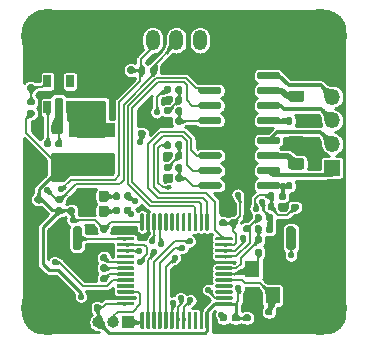
<source format=gbr>
%TF.GenerationSoftware,KiCad,Pcbnew,(5.1.6)-1*%
%TF.CreationDate,2023-12-18T11:35:21+08:00*%
%TF.ProjectId,stepper_motor,73746570-7065-4725-9f6d-6f746f722e6b,1*%
%TF.SameCoordinates,PX6979f40PYa1135a0*%
%TF.FileFunction,Copper,L1,Top*%
%TF.FilePolarity,Positive*%
%FSLAX46Y46*%
G04 Gerber Fmt 4.6, Leading zero omitted, Abs format (unit mm)*
G04 Created by KiCad (PCBNEW (5.1.6)-1) date 2023-12-18 11:35:21*
%MOMM*%
%LPD*%
G01*
G04 APERTURE LIST*
%TA.AperFunction,ComponentPad*%
%ADD10O,1.000000X1.000000*%
%TD*%
%TA.AperFunction,ComponentPad*%
%ADD11R,1.000000X1.000000*%
%TD*%
%TA.AperFunction,ComponentPad*%
%ADD12C,4.600000*%
%TD*%
%TA.AperFunction,ComponentPad*%
%ADD13C,0.800000*%
%TD*%
%TA.AperFunction,SMDPad,CuDef*%
%ADD14R,1.200000X1.400000*%
%TD*%
%TA.AperFunction,SMDPad,CuDef*%
%ADD15R,1.200000X0.900000*%
%TD*%
%TA.AperFunction,SMDPad,CuDef*%
%ADD16R,0.650000X1.060000*%
%TD*%
%TA.AperFunction,SMDPad,CuDef*%
%ADD17R,2.410000X3.300000*%
%TD*%
%TA.AperFunction,SMDPad,CuDef*%
%ADD18R,3.900000X1.200000*%
%TD*%
%TA.AperFunction,ComponentPad*%
%ADD19O,1.350000X1.350000*%
%TD*%
%TA.AperFunction,ComponentPad*%
%ADD20R,1.350000X1.350000*%
%TD*%
%TA.AperFunction,ComponentPad*%
%ADD21O,1.200000X1.750000*%
%TD*%
%TA.AperFunction,ViaPad*%
%ADD22C,0.450000*%
%TD*%
%TA.AperFunction,ViaPad*%
%ADD23C,0.550000*%
%TD*%
%TA.AperFunction,Conductor*%
%ADD24C,0.200000*%
%TD*%
%TA.AperFunction,Conductor*%
%ADD25C,0.254000*%
%TD*%
%TA.AperFunction,Conductor*%
%ADD26C,0.300000*%
%TD*%
%TA.AperFunction,Conductor*%
%ADD27C,0.508000*%
%TD*%
%TA.AperFunction,Conductor*%
%ADD28C,0.025400*%
%TD*%
%ADD29C,0.300000*%
%ADD30C,0.350000*%
G04 APERTURE END LIST*
%TO.P,R23,2*%
%TO.N,GND*%
%TA.AperFunction,SMDPad,CuDef*%
G36*
G01*
X6541000Y5125500D02*
X6541000Y4780500D01*
G75*
G02*
X6393500Y4633000I-147500J0D01*
G01*
X6098500Y4633000D01*
G75*
G02*
X5951000Y4780500I0J147500D01*
G01*
X5951000Y5125500D01*
G75*
G02*
X6098500Y5273000I147500J0D01*
G01*
X6393500Y5273000D01*
G75*
G02*
X6541000Y5125500I0J-147500D01*
G01*
G37*
%TD.AperFunction*%
%TO.P,R23,1*%
%TO.N,/ID2*%
%TA.AperFunction,SMDPad,CuDef*%
G36*
G01*
X7511000Y5125500D02*
X7511000Y4780500D01*
G75*
G02*
X7363500Y4633000I-147500J0D01*
G01*
X7068500Y4633000D01*
G75*
G02*
X6921000Y4780500I0J147500D01*
G01*
X6921000Y5125500D01*
G75*
G02*
X7068500Y5273000I147500J0D01*
G01*
X7363500Y5273000D01*
G75*
G02*
X7511000Y5125500I0J-147500D01*
G01*
G37*
%TD.AperFunction*%
%TD*%
%TO.P,R22,2*%
%TO.N,GND*%
%TA.AperFunction,SMDPad,CuDef*%
G36*
G01*
X6541000Y6014500D02*
X6541000Y5669500D01*
G75*
G02*
X6393500Y5522000I-147500J0D01*
G01*
X6098500Y5522000D01*
G75*
G02*
X5951000Y5669500I0J147500D01*
G01*
X5951000Y6014500D01*
G75*
G02*
X6098500Y6162000I147500J0D01*
G01*
X6393500Y6162000D01*
G75*
G02*
X6541000Y6014500I0J-147500D01*
G01*
G37*
%TD.AperFunction*%
%TO.P,R22,1*%
%TO.N,/ID1*%
%TA.AperFunction,SMDPad,CuDef*%
G36*
G01*
X7511000Y6014500D02*
X7511000Y5669500D01*
G75*
G02*
X7363500Y5522000I-147500J0D01*
G01*
X7068500Y5522000D01*
G75*
G02*
X6921000Y5669500I0J147500D01*
G01*
X6921000Y6014500D01*
G75*
G02*
X7068500Y6162000I147500J0D01*
G01*
X7363500Y6162000D01*
G75*
G02*
X7511000Y6014500I0J-147500D01*
G01*
G37*
%TD.AperFunction*%
%TD*%
%TO.P,R21,2*%
%TO.N,GND*%
%TA.AperFunction,SMDPad,CuDef*%
G36*
G01*
X6541000Y6903500D02*
X6541000Y6558500D01*
G75*
G02*
X6393500Y6411000I-147500J0D01*
G01*
X6098500Y6411000D01*
G75*
G02*
X5951000Y6558500I0J147500D01*
G01*
X5951000Y6903500D01*
G75*
G02*
X6098500Y7051000I147500J0D01*
G01*
X6393500Y7051000D01*
G75*
G02*
X6541000Y6903500I0J-147500D01*
G01*
G37*
%TD.AperFunction*%
%TO.P,R21,1*%
%TO.N,/ID0*%
%TA.AperFunction,SMDPad,CuDef*%
G36*
G01*
X7511000Y6903500D02*
X7511000Y6558500D01*
G75*
G02*
X7363500Y6411000I-147500J0D01*
G01*
X7068500Y6411000D01*
G75*
G02*
X6921000Y6558500I0J147500D01*
G01*
X6921000Y6903500D01*
G75*
G02*
X7068500Y7051000I147500J0D01*
G01*
X7363500Y7051000D01*
G75*
G02*
X7511000Y6903500I0J-147500D01*
G01*
G37*
%TD.AperFunction*%
%TD*%
D10*
%TO.P,J2,4*%
%TO.N,GND*%
X5461000Y1270000D03*
%TO.P,J2,3*%
%TO.N,VCC*%
X6731000Y1270000D03*
%TO.P,J2,2*%
%TO.N,SWDIO*%
X8001000Y1270000D03*
D11*
%TO.P,J2,1*%
%TO.N,SWCLK*%
X9271000Y1270000D03*
%TD*%
D12*
%TO.P,H4,1*%
%TO.N,GND*%
X2500000Y2500000D03*
D13*
X4375000Y2500000D03*
X3825825Y1174175D03*
X2500000Y625000D03*
X1174175Y1174175D03*
X625000Y2500000D03*
X1174175Y3825825D03*
X2500000Y4375000D03*
X3825825Y3825825D03*
%TD*%
D12*
%TO.P,H3,1*%
%TO.N,GND*%
X25500000Y25500000D03*
D13*
X27375000Y25500000D03*
X26825825Y24174175D03*
X25500000Y23625000D03*
X24174175Y24174175D03*
X23625000Y25500000D03*
X24174175Y26825825D03*
X25500000Y27375000D03*
X26825825Y26825825D03*
%TD*%
D12*
%TO.P,H2,1*%
%TO.N,GND*%
X2500000Y25500000D03*
D13*
X4375000Y25500000D03*
X3825825Y24174175D03*
X2500000Y23625000D03*
X1174175Y24174175D03*
X625000Y25500000D03*
X1174175Y26825825D03*
X2500000Y27375000D03*
X3825825Y26825825D03*
%TD*%
D12*
%TO.P,H1,1*%
%TO.N,GND*%
X25500000Y2500000D03*
D13*
X27375000Y2500000D03*
X26825825Y1174175D03*
X25500000Y625000D03*
X24174175Y1174175D03*
X23625000Y2500000D03*
X24174175Y3825825D03*
X25500000Y4375000D03*
X26825825Y3825825D03*
%TD*%
D14*
%TO.P,Y1,4*%
%TO.N,GND*%
X21487500Y5735500D03*
%TO.P,Y1,3*%
%TO.N,Net-(C2-Pad1)*%
X21487500Y3535500D03*
%TO.P,Y1,2*%
%TO.N,GND*%
X19787500Y3535500D03*
%TO.P,Y1,1*%
%TO.N,Net-(C1-Pad1)*%
X19787500Y5735500D03*
%TD*%
D15*
%TO.P,D3,2*%
%TO.N,GND*%
X6731000Y22605000D03*
%TO.P,D3,1*%
%TO.N,Net-(D3-Pad1)*%
X6731000Y19305000D03*
%TD*%
D16*
%TO.P,U5,1*%
%TO.N,N/C*%
X4334000Y21668000D03*
%TO.P,U5,2*%
%TO.N,GND*%
X3384000Y21668000D03*
%TO.P,U5,3*%
%TO.N,Net-(R14-Pad2)*%
X2434000Y21668000D03*
%TO.P,U5,4*%
%TO.N,Net-(R13-Pad2)*%
X2434000Y19468000D03*
%TO.P,U5,6*%
%TO.N,Net-(D3-Pad1)*%
X4334000Y19468000D03*
%TO.P,U5,5*%
%TO.N,V_SUPPLY*%
X3384000Y19468000D03*
%TD*%
%TO.P,U4,1*%
%TO.N,GND*%
%TA.AperFunction,SMDPad,CuDef*%
G36*
G01*
X15219000Y16487000D02*
X15219000Y16787000D01*
G75*
G02*
X15369000Y16937000I150000J0D01*
G01*
X17019000Y16937000D01*
G75*
G02*
X17169000Y16787000I0J-150000D01*
G01*
X17169000Y16487000D01*
G75*
G02*
X17019000Y16337000I-150000J0D01*
G01*
X15369000Y16337000D01*
G75*
G02*
X15219000Y16487000I0J150000D01*
G01*
G37*
%TD.AperFunction*%
%TO.P,U4,2*%
%TO.N,/IN_BP*%
%TA.AperFunction,SMDPad,CuDef*%
G36*
G01*
X15219000Y15217000D02*
X15219000Y15517000D01*
G75*
G02*
X15369000Y15667000I150000J0D01*
G01*
X17019000Y15667000D01*
G75*
G02*
X17169000Y15517000I0J-150000D01*
G01*
X17169000Y15217000D01*
G75*
G02*
X17019000Y15067000I-150000J0D01*
G01*
X15369000Y15067000D01*
G75*
G02*
X15219000Y15217000I0J150000D01*
G01*
G37*
%TD.AperFunction*%
%TO.P,U4,3*%
%TO.N,/IN_BM*%
%TA.AperFunction,SMDPad,CuDef*%
G36*
G01*
X15219000Y13947000D02*
X15219000Y14247000D01*
G75*
G02*
X15369000Y14397000I150000J0D01*
G01*
X17019000Y14397000D01*
G75*
G02*
X17169000Y14247000I0J-150000D01*
G01*
X17169000Y13947000D01*
G75*
G02*
X17019000Y13797000I-150000J0D01*
G01*
X15369000Y13797000D01*
G75*
G02*
X15219000Y13947000I0J150000D01*
G01*
G37*
%TD.AperFunction*%
%TO.P,U4,4*%
%TO.N,Net-(C16-Pad2)*%
%TA.AperFunction,SMDPad,CuDef*%
G36*
G01*
X15219000Y12677000D02*
X15219000Y12977000D01*
G75*
G02*
X15369000Y13127000I150000J0D01*
G01*
X17019000Y13127000D01*
G75*
G02*
X17169000Y12977000I0J-150000D01*
G01*
X17169000Y12677000D01*
G75*
G02*
X17019000Y12527000I-150000J0D01*
G01*
X15369000Y12527000D01*
G75*
G02*
X15219000Y12677000I0J150000D01*
G01*
G37*
%TD.AperFunction*%
%TO.P,U4,5*%
%TO.N,V_SUPPLY*%
%TA.AperFunction,SMDPad,CuDef*%
G36*
G01*
X20169000Y12677000D02*
X20169000Y12977000D01*
G75*
G02*
X20319000Y13127000I150000J0D01*
G01*
X21969000Y13127000D01*
G75*
G02*
X22119000Y12977000I0J-150000D01*
G01*
X22119000Y12677000D01*
G75*
G02*
X21969000Y12527000I-150000J0D01*
G01*
X20319000Y12527000D01*
G75*
G02*
X20169000Y12677000I0J150000D01*
G01*
G37*
%TD.AperFunction*%
%TO.P,U4,6*%
%TO.N,Net-(J3-Pad1)*%
%TA.AperFunction,SMDPad,CuDef*%
G36*
G01*
X20169000Y13947000D02*
X20169000Y14247000D01*
G75*
G02*
X20319000Y14397000I150000J0D01*
G01*
X21969000Y14397000D01*
G75*
G02*
X22119000Y14247000I0J-150000D01*
G01*
X22119000Y13947000D01*
G75*
G02*
X21969000Y13797000I-150000J0D01*
G01*
X20319000Y13797000D01*
G75*
G02*
X20169000Y13947000I0J150000D01*
G01*
G37*
%TD.AperFunction*%
%TO.P,U4,7*%
%TO.N,Net-(R11-Pad1)*%
%TA.AperFunction,SMDPad,CuDef*%
G36*
G01*
X20169000Y15217000D02*
X20169000Y15517000D01*
G75*
G02*
X20319000Y15667000I150000J0D01*
G01*
X21969000Y15667000D01*
G75*
G02*
X22119000Y15517000I0J-150000D01*
G01*
X22119000Y15217000D01*
G75*
G02*
X21969000Y15067000I-150000J0D01*
G01*
X20319000Y15067000D01*
G75*
G02*
X20169000Y15217000I0J150000D01*
G01*
G37*
%TD.AperFunction*%
%TO.P,U4,8*%
%TO.N,Net-(J3-Pad2)*%
%TA.AperFunction,SMDPad,CuDef*%
G36*
G01*
X20169000Y16487000D02*
X20169000Y16787000D01*
G75*
G02*
X20319000Y16937000I150000J0D01*
G01*
X21969000Y16937000D01*
G75*
G02*
X22119000Y16787000I0J-150000D01*
G01*
X22119000Y16487000D01*
G75*
G02*
X21969000Y16337000I-150000J0D01*
G01*
X20319000Y16337000D01*
G75*
G02*
X20169000Y16487000I0J150000D01*
G01*
G37*
%TD.AperFunction*%
D17*
%TO.P,U4,9*%
%TO.N,GND*%
X18669000Y14732000D03*
%TD*%
%TO.P,U3,1*%
%TO.N,GND*%
%TA.AperFunction,SMDPad,CuDef*%
G36*
G01*
X15217000Y22001000D02*
X15217000Y22301000D01*
G75*
G02*
X15367000Y22451000I150000J0D01*
G01*
X17017000Y22451000D01*
G75*
G02*
X17167000Y22301000I0J-150000D01*
G01*
X17167000Y22001000D01*
G75*
G02*
X17017000Y21851000I-150000J0D01*
G01*
X15367000Y21851000D01*
G75*
G02*
X15217000Y22001000I0J150000D01*
G01*
G37*
%TD.AperFunction*%
%TO.P,U3,2*%
%TO.N,/IN_AP*%
%TA.AperFunction,SMDPad,CuDef*%
G36*
G01*
X15217000Y20731000D02*
X15217000Y21031000D01*
G75*
G02*
X15367000Y21181000I150000J0D01*
G01*
X17017000Y21181000D01*
G75*
G02*
X17167000Y21031000I0J-150000D01*
G01*
X17167000Y20731000D01*
G75*
G02*
X17017000Y20581000I-150000J0D01*
G01*
X15367000Y20581000D01*
G75*
G02*
X15217000Y20731000I0J150000D01*
G01*
G37*
%TD.AperFunction*%
%TO.P,U3,3*%
%TO.N,/IN_AM*%
%TA.AperFunction,SMDPad,CuDef*%
G36*
G01*
X15217000Y19461000D02*
X15217000Y19761000D01*
G75*
G02*
X15367000Y19911000I150000J0D01*
G01*
X17017000Y19911000D01*
G75*
G02*
X17167000Y19761000I0J-150000D01*
G01*
X17167000Y19461000D01*
G75*
G02*
X17017000Y19311000I-150000J0D01*
G01*
X15367000Y19311000D01*
G75*
G02*
X15217000Y19461000I0J150000D01*
G01*
G37*
%TD.AperFunction*%
%TO.P,U3,4*%
%TO.N,Net-(C15-Pad2)*%
%TA.AperFunction,SMDPad,CuDef*%
G36*
G01*
X15217000Y18191000D02*
X15217000Y18491000D01*
G75*
G02*
X15367000Y18641000I150000J0D01*
G01*
X17017000Y18641000D01*
G75*
G02*
X17167000Y18491000I0J-150000D01*
G01*
X17167000Y18191000D01*
G75*
G02*
X17017000Y18041000I-150000J0D01*
G01*
X15367000Y18041000D01*
G75*
G02*
X15217000Y18191000I0J150000D01*
G01*
G37*
%TD.AperFunction*%
%TO.P,U3,5*%
%TO.N,V_SUPPLY*%
%TA.AperFunction,SMDPad,CuDef*%
G36*
G01*
X20167000Y18191000D02*
X20167000Y18491000D01*
G75*
G02*
X20317000Y18641000I150000J0D01*
G01*
X21967000Y18641000D01*
G75*
G02*
X22117000Y18491000I0J-150000D01*
G01*
X22117000Y18191000D01*
G75*
G02*
X21967000Y18041000I-150000J0D01*
G01*
X20317000Y18041000D01*
G75*
G02*
X20167000Y18191000I0J150000D01*
G01*
G37*
%TD.AperFunction*%
%TO.P,U3,6*%
%TO.N,Net-(J3-Pad3)*%
%TA.AperFunction,SMDPad,CuDef*%
G36*
G01*
X20167000Y19461000D02*
X20167000Y19761000D01*
G75*
G02*
X20317000Y19911000I150000J0D01*
G01*
X21967000Y19911000D01*
G75*
G02*
X22117000Y19761000I0J-150000D01*
G01*
X22117000Y19461000D01*
G75*
G02*
X21967000Y19311000I-150000J0D01*
G01*
X20317000Y19311000D01*
G75*
G02*
X20167000Y19461000I0J150000D01*
G01*
G37*
%TD.AperFunction*%
%TO.P,U3,7*%
%TO.N,Net-(R10-Pad1)*%
%TA.AperFunction,SMDPad,CuDef*%
G36*
G01*
X20167000Y20731000D02*
X20167000Y21031000D01*
G75*
G02*
X20317000Y21181000I150000J0D01*
G01*
X21967000Y21181000D01*
G75*
G02*
X22117000Y21031000I0J-150000D01*
G01*
X22117000Y20731000D01*
G75*
G02*
X21967000Y20581000I-150000J0D01*
G01*
X20317000Y20581000D01*
G75*
G02*
X20167000Y20731000I0J150000D01*
G01*
G37*
%TD.AperFunction*%
%TO.P,U3,8*%
%TO.N,Net-(J3-Pad4)*%
%TA.AperFunction,SMDPad,CuDef*%
G36*
G01*
X20167000Y22001000D02*
X20167000Y22301000D01*
G75*
G02*
X20317000Y22451000I150000J0D01*
G01*
X21967000Y22451000D01*
G75*
G02*
X22117000Y22301000I0J-150000D01*
G01*
X22117000Y22001000D01*
G75*
G02*
X21967000Y21851000I-150000J0D01*
G01*
X20317000Y21851000D01*
G75*
G02*
X20167000Y22001000I0J150000D01*
G01*
G37*
%TD.AperFunction*%
%TO.P,U3,9*%
%TO.N,GND*%
X18667000Y20246000D03*
%TD*%
%TO.P,U2,1*%
%TO.N,VCC*%
%TA.AperFunction,SMDPad,CuDef*%
G36*
G01*
X18108000Y2913000D02*
X18108000Y2763000D01*
G75*
G02*
X18033000Y2688000I-75000J0D01*
G01*
X16708000Y2688000D01*
G75*
G02*
X16633000Y2763000I0J75000D01*
G01*
X16633000Y2913000D01*
G75*
G02*
X16708000Y2988000I75000J0D01*
G01*
X18033000Y2988000D01*
G75*
G02*
X18108000Y2913000I0J-75000D01*
G01*
G37*
%TD.AperFunction*%
%TO.P,U2,2*%
%TO.N,/BTN2*%
%TA.AperFunction,SMDPad,CuDef*%
G36*
G01*
X18108000Y3413000D02*
X18108000Y3263000D01*
G75*
G02*
X18033000Y3188000I-75000J0D01*
G01*
X16708000Y3188000D01*
G75*
G02*
X16633000Y3263000I0J75000D01*
G01*
X16633000Y3413000D01*
G75*
G02*
X16708000Y3488000I75000J0D01*
G01*
X18033000Y3488000D01*
G75*
G02*
X18108000Y3413000I0J-75000D01*
G01*
G37*
%TD.AperFunction*%
%TO.P,U2,3*%
%TO.N,N/C*%
%TA.AperFunction,SMDPad,CuDef*%
G36*
G01*
X18108000Y3913000D02*
X18108000Y3763000D01*
G75*
G02*
X18033000Y3688000I-75000J0D01*
G01*
X16708000Y3688000D01*
G75*
G02*
X16633000Y3763000I0J75000D01*
G01*
X16633000Y3913000D01*
G75*
G02*
X16708000Y3988000I75000J0D01*
G01*
X18033000Y3988000D01*
G75*
G02*
X18108000Y3913000I0J-75000D01*
G01*
G37*
%TD.AperFunction*%
%TO.P,U2,4*%
%TA.AperFunction,SMDPad,CuDef*%
G36*
G01*
X18108000Y4413000D02*
X18108000Y4263000D01*
G75*
G02*
X18033000Y4188000I-75000J0D01*
G01*
X16708000Y4188000D01*
G75*
G02*
X16633000Y4263000I0J75000D01*
G01*
X16633000Y4413000D01*
G75*
G02*
X16708000Y4488000I75000J0D01*
G01*
X18033000Y4488000D01*
G75*
G02*
X18108000Y4413000I0J-75000D01*
G01*
G37*
%TD.AperFunction*%
%TO.P,U2,5*%
%TO.N,Net-(C2-Pad1)*%
%TA.AperFunction,SMDPad,CuDef*%
G36*
G01*
X18108000Y4913000D02*
X18108000Y4763000D01*
G75*
G02*
X18033000Y4688000I-75000J0D01*
G01*
X16708000Y4688000D01*
G75*
G02*
X16633000Y4763000I0J75000D01*
G01*
X16633000Y4913000D01*
G75*
G02*
X16708000Y4988000I75000J0D01*
G01*
X18033000Y4988000D01*
G75*
G02*
X18108000Y4913000I0J-75000D01*
G01*
G37*
%TD.AperFunction*%
%TO.P,U2,6*%
%TO.N,Net-(C1-Pad1)*%
%TA.AperFunction,SMDPad,CuDef*%
G36*
G01*
X18108000Y5413000D02*
X18108000Y5263000D01*
G75*
G02*
X18033000Y5188000I-75000J0D01*
G01*
X16708000Y5188000D01*
G75*
G02*
X16633000Y5263000I0J75000D01*
G01*
X16633000Y5413000D01*
G75*
G02*
X16708000Y5488000I75000J0D01*
G01*
X18033000Y5488000D01*
G75*
G02*
X18108000Y5413000I0J-75000D01*
G01*
G37*
%TD.AperFunction*%
%TO.P,U2,7*%
%TO.N,Net-(C3-Pad2)*%
%TA.AperFunction,SMDPad,CuDef*%
G36*
G01*
X18108000Y5913000D02*
X18108000Y5763000D01*
G75*
G02*
X18033000Y5688000I-75000J0D01*
G01*
X16708000Y5688000D01*
G75*
G02*
X16633000Y5763000I0J75000D01*
G01*
X16633000Y5913000D01*
G75*
G02*
X16708000Y5988000I75000J0D01*
G01*
X18033000Y5988000D01*
G75*
G02*
X18108000Y5913000I0J-75000D01*
G01*
G37*
%TD.AperFunction*%
%TO.P,U2,8*%
%TO.N,GND*%
%TA.AperFunction,SMDPad,CuDef*%
G36*
G01*
X18108000Y6413000D02*
X18108000Y6263000D01*
G75*
G02*
X18033000Y6188000I-75000J0D01*
G01*
X16708000Y6188000D01*
G75*
G02*
X16633000Y6263000I0J75000D01*
G01*
X16633000Y6413000D01*
G75*
G02*
X16708000Y6488000I75000J0D01*
G01*
X18033000Y6488000D01*
G75*
G02*
X18108000Y6413000I0J-75000D01*
G01*
G37*
%TD.AperFunction*%
%TO.P,U2,9*%
%TO.N,Net-(C8-Pad1)*%
%TA.AperFunction,SMDPad,CuDef*%
G36*
G01*
X18108000Y6913000D02*
X18108000Y6763000D01*
G75*
G02*
X18033000Y6688000I-75000J0D01*
G01*
X16708000Y6688000D01*
G75*
G02*
X16633000Y6763000I0J75000D01*
G01*
X16633000Y6913000D01*
G75*
G02*
X16708000Y6988000I75000J0D01*
G01*
X18033000Y6988000D01*
G75*
G02*
X18108000Y6913000I0J-75000D01*
G01*
G37*
%TD.AperFunction*%
%TO.P,U2,10*%
%TO.N,/ADC_POWER*%
%TA.AperFunction,SMDPad,CuDef*%
G36*
G01*
X18108000Y7413000D02*
X18108000Y7263000D01*
G75*
G02*
X18033000Y7188000I-75000J0D01*
G01*
X16708000Y7188000D01*
G75*
G02*
X16633000Y7263000I0J75000D01*
G01*
X16633000Y7413000D01*
G75*
G02*
X16708000Y7488000I75000J0D01*
G01*
X18033000Y7488000D01*
G75*
G02*
X18108000Y7413000I0J-75000D01*
G01*
G37*
%TD.AperFunction*%
%TO.P,U2,11*%
%TO.N,/ADC_TEMP*%
%TA.AperFunction,SMDPad,CuDef*%
G36*
G01*
X18108000Y7913000D02*
X18108000Y7763000D01*
G75*
G02*
X18033000Y7688000I-75000J0D01*
G01*
X16708000Y7688000D01*
G75*
G02*
X16633000Y7763000I0J75000D01*
G01*
X16633000Y7913000D01*
G75*
G02*
X16708000Y7988000I75000J0D01*
G01*
X18033000Y7988000D01*
G75*
G02*
X18108000Y7913000I0J-75000D01*
G01*
G37*
%TD.AperFunction*%
%TO.P,U2,12*%
%TO.N,/IN_BM*%
%TA.AperFunction,SMDPad,CuDef*%
G36*
G01*
X18108000Y8413000D02*
X18108000Y8263000D01*
G75*
G02*
X18033000Y8188000I-75000J0D01*
G01*
X16708000Y8188000D01*
G75*
G02*
X16633000Y8263000I0J75000D01*
G01*
X16633000Y8413000D01*
G75*
G02*
X16708000Y8488000I75000J0D01*
G01*
X18033000Y8488000D01*
G75*
G02*
X18108000Y8413000I0J-75000D01*
G01*
G37*
%TD.AperFunction*%
%TO.P,U2,13*%
%TO.N,/IN_BP*%
%TA.AperFunction,SMDPad,CuDef*%
G36*
G01*
X16108000Y10413000D02*
X16108000Y9088000D01*
G75*
G02*
X16033000Y9013000I-75000J0D01*
G01*
X15883000Y9013000D01*
G75*
G02*
X15808000Y9088000I0J75000D01*
G01*
X15808000Y10413000D01*
G75*
G02*
X15883000Y10488000I75000J0D01*
G01*
X16033000Y10488000D01*
G75*
G02*
X16108000Y10413000I0J-75000D01*
G01*
G37*
%TD.AperFunction*%
%TO.P,U2,14*%
%TO.N,/IN_AM*%
%TA.AperFunction,SMDPad,CuDef*%
G36*
G01*
X15608000Y10413000D02*
X15608000Y9088000D01*
G75*
G02*
X15533000Y9013000I-75000J0D01*
G01*
X15383000Y9013000D01*
G75*
G02*
X15308000Y9088000I0J75000D01*
G01*
X15308000Y10413000D01*
G75*
G02*
X15383000Y10488000I75000J0D01*
G01*
X15533000Y10488000D01*
G75*
G02*
X15608000Y10413000I0J-75000D01*
G01*
G37*
%TD.AperFunction*%
%TO.P,U2,15*%
%TO.N,/IN_AP*%
%TA.AperFunction,SMDPad,CuDef*%
G36*
G01*
X15108000Y10413000D02*
X15108000Y9088000D01*
G75*
G02*
X15033000Y9013000I-75000J0D01*
G01*
X14883000Y9013000D01*
G75*
G02*
X14808000Y9088000I0J75000D01*
G01*
X14808000Y10413000D01*
G75*
G02*
X14883000Y10488000I75000J0D01*
G01*
X15033000Y10488000D01*
G75*
G02*
X15108000Y10413000I0J-75000D01*
G01*
G37*
%TD.AperFunction*%
%TO.P,U2,16*%
%TO.N,N/C*%
%TA.AperFunction,SMDPad,CuDef*%
G36*
G01*
X14608000Y10413000D02*
X14608000Y9088000D01*
G75*
G02*
X14533000Y9013000I-75000J0D01*
G01*
X14383000Y9013000D01*
G75*
G02*
X14308000Y9088000I0J75000D01*
G01*
X14308000Y10413000D01*
G75*
G02*
X14383000Y10488000I75000J0D01*
G01*
X14533000Y10488000D01*
G75*
G02*
X14608000Y10413000I0J-75000D01*
G01*
G37*
%TD.AperFunction*%
%TO.P,U2,17*%
%TA.AperFunction,SMDPad,CuDef*%
G36*
G01*
X14108000Y10413000D02*
X14108000Y9088000D01*
G75*
G02*
X14033000Y9013000I-75000J0D01*
G01*
X13883000Y9013000D01*
G75*
G02*
X13808000Y9088000I0J75000D01*
G01*
X13808000Y10413000D01*
G75*
G02*
X13883000Y10488000I75000J0D01*
G01*
X14033000Y10488000D01*
G75*
G02*
X14108000Y10413000I0J-75000D01*
G01*
G37*
%TD.AperFunction*%
%TO.P,U2,18*%
%TA.AperFunction,SMDPad,CuDef*%
G36*
G01*
X13608000Y10413000D02*
X13608000Y9088000D01*
G75*
G02*
X13533000Y9013000I-75000J0D01*
G01*
X13383000Y9013000D01*
G75*
G02*
X13308000Y9088000I0J75000D01*
G01*
X13308000Y10413000D01*
G75*
G02*
X13383000Y10488000I75000J0D01*
G01*
X13533000Y10488000D01*
G75*
G02*
X13608000Y10413000I0J-75000D01*
G01*
G37*
%TD.AperFunction*%
%TO.P,U2,19*%
%TA.AperFunction,SMDPad,CuDef*%
G36*
G01*
X13108000Y10413000D02*
X13108000Y9088000D01*
G75*
G02*
X13033000Y9013000I-75000J0D01*
G01*
X12883000Y9013000D01*
G75*
G02*
X12808000Y9088000I0J75000D01*
G01*
X12808000Y10413000D01*
G75*
G02*
X12883000Y10488000I75000J0D01*
G01*
X13033000Y10488000D01*
G75*
G02*
X13108000Y10413000I0J-75000D01*
G01*
G37*
%TD.AperFunction*%
%TO.P,U2,20*%
%TA.AperFunction,SMDPad,CuDef*%
G36*
G01*
X12608000Y10413000D02*
X12608000Y9088000D01*
G75*
G02*
X12533000Y9013000I-75000J0D01*
G01*
X12383000Y9013000D01*
G75*
G02*
X12308000Y9088000I0J75000D01*
G01*
X12308000Y10413000D01*
G75*
G02*
X12383000Y10488000I75000J0D01*
G01*
X12533000Y10488000D01*
G75*
G02*
X12608000Y10413000I0J-75000D01*
G01*
G37*
%TD.AperFunction*%
%TO.P,U2,21*%
%TO.N,/IN_PWM_A*%
%TA.AperFunction,SMDPad,CuDef*%
G36*
G01*
X12108000Y10413000D02*
X12108000Y9088000D01*
G75*
G02*
X12033000Y9013000I-75000J0D01*
G01*
X11883000Y9013000D01*
G75*
G02*
X11808000Y9088000I0J75000D01*
G01*
X11808000Y10413000D01*
G75*
G02*
X11883000Y10488000I75000J0D01*
G01*
X12033000Y10488000D01*
G75*
G02*
X12108000Y10413000I0J-75000D01*
G01*
G37*
%TD.AperFunction*%
%TO.P,U2,22*%
%TO.N,/IN_PWM_B*%
%TA.AperFunction,SMDPad,CuDef*%
G36*
G01*
X11608000Y10413000D02*
X11608000Y9088000D01*
G75*
G02*
X11533000Y9013000I-75000J0D01*
G01*
X11383000Y9013000D01*
G75*
G02*
X11308000Y9088000I0J75000D01*
G01*
X11308000Y10413000D01*
G75*
G02*
X11383000Y10488000I75000J0D01*
G01*
X11533000Y10488000D01*
G75*
G02*
X11608000Y10413000I0J-75000D01*
G01*
G37*
%TD.AperFunction*%
%TO.P,U2,23*%
%TO.N,GND*%
%TA.AperFunction,SMDPad,CuDef*%
G36*
G01*
X11108000Y10413000D02*
X11108000Y9088000D01*
G75*
G02*
X11033000Y9013000I-75000J0D01*
G01*
X10883000Y9013000D01*
G75*
G02*
X10808000Y9088000I0J75000D01*
G01*
X10808000Y10413000D01*
G75*
G02*
X10883000Y10488000I75000J0D01*
G01*
X11033000Y10488000D01*
G75*
G02*
X11108000Y10413000I0J-75000D01*
G01*
G37*
%TD.AperFunction*%
%TO.P,U2,24*%
%TO.N,VCC*%
%TA.AperFunction,SMDPad,CuDef*%
G36*
G01*
X10608000Y10413000D02*
X10608000Y9088000D01*
G75*
G02*
X10533000Y9013000I-75000J0D01*
G01*
X10383000Y9013000D01*
G75*
G02*
X10308000Y9088000I0J75000D01*
G01*
X10308000Y10413000D01*
G75*
G02*
X10383000Y10488000I75000J0D01*
G01*
X10533000Y10488000D01*
G75*
G02*
X10608000Y10413000I0J-75000D01*
G01*
G37*
%TD.AperFunction*%
%TO.P,U2,25*%
%TO.N,/BTN1*%
%TA.AperFunction,SMDPad,CuDef*%
G36*
G01*
X9783000Y8413000D02*
X9783000Y8263000D01*
G75*
G02*
X9708000Y8188000I-75000J0D01*
G01*
X8383000Y8188000D01*
G75*
G02*
X8308000Y8263000I0J75000D01*
G01*
X8308000Y8413000D01*
G75*
G02*
X8383000Y8488000I75000J0D01*
G01*
X9708000Y8488000D01*
G75*
G02*
X9783000Y8413000I0J-75000D01*
G01*
G37*
%TD.AperFunction*%
%TO.P,U2,26*%
%TO.N,/LED_GREEN*%
%TA.AperFunction,SMDPad,CuDef*%
G36*
G01*
X9783000Y7913000D02*
X9783000Y7763000D01*
G75*
G02*
X9708000Y7688000I-75000J0D01*
G01*
X8383000Y7688000D01*
G75*
G02*
X8308000Y7763000I0J75000D01*
G01*
X8308000Y7913000D01*
G75*
G02*
X8383000Y7988000I75000J0D01*
G01*
X9708000Y7988000D01*
G75*
G02*
X9783000Y7913000I0J-75000D01*
G01*
G37*
%TD.AperFunction*%
%TO.P,U2,27*%
%TO.N,/LED_RED*%
%TA.AperFunction,SMDPad,CuDef*%
G36*
G01*
X9783000Y7413000D02*
X9783000Y7263000D01*
G75*
G02*
X9708000Y7188000I-75000J0D01*
G01*
X8383000Y7188000D01*
G75*
G02*
X8308000Y7263000I0J75000D01*
G01*
X8308000Y7413000D01*
G75*
G02*
X8383000Y7488000I75000J0D01*
G01*
X9708000Y7488000D01*
G75*
G02*
X9783000Y7413000I0J-75000D01*
G01*
G37*
%TD.AperFunction*%
%TO.P,U2,28*%
%TO.N,N/C*%
%TA.AperFunction,SMDPad,CuDef*%
G36*
G01*
X9783000Y6913000D02*
X9783000Y6763000D01*
G75*
G02*
X9708000Y6688000I-75000J0D01*
G01*
X8383000Y6688000D01*
G75*
G02*
X8308000Y6763000I0J75000D01*
G01*
X8308000Y6913000D01*
G75*
G02*
X8383000Y6988000I75000J0D01*
G01*
X9708000Y6988000D01*
G75*
G02*
X9783000Y6913000I0J-75000D01*
G01*
G37*
%TD.AperFunction*%
%TO.P,U2,29*%
%TO.N,/ID0*%
%TA.AperFunction,SMDPad,CuDef*%
G36*
G01*
X9783000Y6413000D02*
X9783000Y6263000D01*
G75*
G02*
X9708000Y6188000I-75000J0D01*
G01*
X8383000Y6188000D01*
G75*
G02*
X8308000Y6263000I0J75000D01*
G01*
X8308000Y6413000D01*
G75*
G02*
X8383000Y6488000I75000J0D01*
G01*
X9708000Y6488000D01*
G75*
G02*
X9783000Y6413000I0J-75000D01*
G01*
G37*
%TD.AperFunction*%
%TO.P,U2,30*%
%TO.N,/ID1*%
%TA.AperFunction,SMDPad,CuDef*%
G36*
G01*
X9783000Y5913000D02*
X9783000Y5763000D01*
G75*
G02*
X9708000Y5688000I-75000J0D01*
G01*
X8383000Y5688000D01*
G75*
G02*
X8308000Y5763000I0J75000D01*
G01*
X8308000Y5913000D01*
G75*
G02*
X8383000Y5988000I75000J0D01*
G01*
X9708000Y5988000D01*
G75*
G02*
X9783000Y5913000I0J-75000D01*
G01*
G37*
%TD.AperFunction*%
%TO.P,U2,31*%
%TO.N,/ID2*%
%TA.AperFunction,SMDPad,CuDef*%
G36*
G01*
X9783000Y5413000D02*
X9783000Y5263000D01*
G75*
G02*
X9708000Y5188000I-75000J0D01*
G01*
X8383000Y5188000D01*
G75*
G02*
X8308000Y5263000I0J75000D01*
G01*
X8308000Y5413000D01*
G75*
G02*
X8383000Y5488000I75000J0D01*
G01*
X9708000Y5488000D01*
G75*
G02*
X9783000Y5413000I0J-75000D01*
G01*
G37*
%TD.AperFunction*%
%TO.P,U2,32*%
%TO.N,/485_RE*%
%TA.AperFunction,SMDPad,CuDef*%
G36*
G01*
X9783000Y4913000D02*
X9783000Y4763000D01*
G75*
G02*
X9708000Y4688000I-75000J0D01*
G01*
X8383000Y4688000D01*
G75*
G02*
X8308000Y4763000I0J75000D01*
G01*
X8308000Y4913000D01*
G75*
G02*
X8383000Y4988000I75000J0D01*
G01*
X9708000Y4988000D01*
G75*
G02*
X9783000Y4913000I0J-75000D01*
G01*
G37*
%TD.AperFunction*%
%TO.P,U2,33*%
%TO.N,N/C*%
%TA.AperFunction,SMDPad,CuDef*%
G36*
G01*
X9783000Y4413000D02*
X9783000Y4263000D01*
G75*
G02*
X9708000Y4188000I-75000J0D01*
G01*
X8383000Y4188000D01*
G75*
G02*
X8308000Y4263000I0J75000D01*
G01*
X8308000Y4413000D01*
G75*
G02*
X8383000Y4488000I75000J0D01*
G01*
X9708000Y4488000D01*
G75*
G02*
X9783000Y4413000I0J-75000D01*
G01*
G37*
%TD.AperFunction*%
%TO.P,U2,34*%
%TO.N,SWDIO*%
%TA.AperFunction,SMDPad,CuDef*%
G36*
G01*
X9783000Y3913000D02*
X9783000Y3763000D01*
G75*
G02*
X9708000Y3688000I-75000J0D01*
G01*
X8383000Y3688000D01*
G75*
G02*
X8308000Y3763000I0J75000D01*
G01*
X8308000Y3913000D01*
G75*
G02*
X8383000Y3988000I75000J0D01*
G01*
X9708000Y3988000D01*
G75*
G02*
X9783000Y3913000I0J-75000D01*
G01*
G37*
%TD.AperFunction*%
%TO.P,U2,35*%
%TO.N,GND*%
%TA.AperFunction,SMDPad,CuDef*%
G36*
G01*
X9783000Y3413000D02*
X9783000Y3263000D01*
G75*
G02*
X9708000Y3188000I-75000J0D01*
G01*
X8383000Y3188000D01*
G75*
G02*
X8308000Y3263000I0J75000D01*
G01*
X8308000Y3413000D01*
G75*
G02*
X8383000Y3488000I75000J0D01*
G01*
X9708000Y3488000D01*
G75*
G02*
X9783000Y3413000I0J-75000D01*
G01*
G37*
%TD.AperFunction*%
%TO.P,U2,36*%
%TO.N,VCC*%
%TA.AperFunction,SMDPad,CuDef*%
G36*
G01*
X9783000Y2913000D02*
X9783000Y2763000D01*
G75*
G02*
X9708000Y2688000I-75000J0D01*
G01*
X8383000Y2688000D01*
G75*
G02*
X8308000Y2763000I0J75000D01*
G01*
X8308000Y2913000D01*
G75*
G02*
X8383000Y2988000I75000J0D01*
G01*
X9708000Y2988000D01*
G75*
G02*
X9783000Y2913000I0J-75000D01*
G01*
G37*
%TD.AperFunction*%
%TO.P,U2,37*%
%TO.N,SWCLK*%
%TA.AperFunction,SMDPad,CuDef*%
G36*
G01*
X10608000Y2088000D02*
X10608000Y763000D01*
G75*
G02*
X10533000Y688000I-75000J0D01*
G01*
X10383000Y688000D01*
G75*
G02*
X10308000Y763000I0J75000D01*
G01*
X10308000Y2088000D01*
G75*
G02*
X10383000Y2163000I75000J0D01*
G01*
X10533000Y2163000D01*
G75*
G02*
X10608000Y2088000I0J-75000D01*
G01*
G37*
%TD.AperFunction*%
%TO.P,U2,38*%
%TO.N,/MT6816_CS*%
%TA.AperFunction,SMDPad,CuDef*%
G36*
G01*
X11108000Y2088000D02*
X11108000Y763000D01*
G75*
G02*
X11033000Y688000I-75000J0D01*
G01*
X10883000Y688000D01*
G75*
G02*
X10808000Y763000I0J75000D01*
G01*
X10808000Y2088000D01*
G75*
G02*
X10883000Y2163000I75000J0D01*
G01*
X11033000Y2163000D01*
G75*
G02*
X11108000Y2088000I0J-75000D01*
G01*
G37*
%TD.AperFunction*%
%TO.P,U2,39*%
%TO.N,/SPI1_SCK*%
%TA.AperFunction,SMDPad,CuDef*%
G36*
G01*
X11608000Y2088000D02*
X11608000Y763000D01*
G75*
G02*
X11533000Y688000I-75000J0D01*
G01*
X11383000Y688000D01*
G75*
G02*
X11308000Y763000I0J75000D01*
G01*
X11308000Y2088000D01*
G75*
G02*
X11383000Y2163000I75000J0D01*
G01*
X11533000Y2163000D01*
G75*
G02*
X11608000Y2088000I0J-75000D01*
G01*
G37*
%TD.AperFunction*%
%TO.P,U2,40*%
%TO.N,/SPI1_MISO*%
%TA.AperFunction,SMDPad,CuDef*%
G36*
G01*
X12108000Y2088000D02*
X12108000Y763000D01*
G75*
G02*
X12033000Y688000I-75000J0D01*
G01*
X11883000Y688000D01*
G75*
G02*
X11808000Y763000I0J75000D01*
G01*
X11808000Y2088000D01*
G75*
G02*
X11883000Y2163000I75000J0D01*
G01*
X12033000Y2163000D01*
G75*
G02*
X12108000Y2088000I0J-75000D01*
G01*
G37*
%TD.AperFunction*%
%TO.P,U2,41*%
%TO.N,/SPI1_MOSI*%
%TA.AperFunction,SMDPad,CuDef*%
G36*
G01*
X12608000Y2088000D02*
X12608000Y763000D01*
G75*
G02*
X12533000Y688000I-75000J0D01*
G01*
X12383000Y688000D01*
G75*
G02*
X12308000Y763000I0J75000D01*
G01*
X12308000Y2088000D01*
G75*
G02*
X12383000Y2163000I75000J0D01*
G01*
X12533000Y2163000D01*
G75*
G02*
X12608000Y2088000I0J-75000D01*
G01*
G37*
%TD.AperFunction*%
%TO.P,U2,42*%
%TO.N,/UART1_TX*%
%TA.AperFunction,SMDPad,CuDef*%
G36*
G01*
X13108000Y2088000D02*
X13108000Y763000D01*
G75*
G02*
X13033000Y688000I-75000J0D01*
G01*
X12883000Y688000D01*
G75*
G02*
X12808000Y763000I0J75000D01*
G01*
X12808000Y2088000D01*
G75*
G02*
X12883000Y2163000I75000J0D01*
G01*
X13033000Y2163000D01*
G75*
G02*
X13108000Y2088000I0J-75000D01*
G01*
G37*
%TD.AperFunction*%
%TO.P,U2,43*%
%TO.N,/UART1_RX*%
%TA.AperFunction,SMDPad,CuDef*%
G36*
G01*
X13608000Y2088000D02*
X13608000Y763000D01*
G75*
G02*
X13533000Y688000I-75000J0D01*
G01*
X13383000Y688000D01*
G75*
G02*
X13308000Y763000I0J75000D01*
G01*
X13308000Y2088000D01*
G75*
G02*
X13383000Y2163000I75000J0D01*
G01*
X13533000Y2163000D01*
G75*
G02*
X13608000Y2088000I0J-75000D01*
G01*
G37*
%TD.AperFunction*%
%TO.P,U2,44*%
%TO.N,Net-(R4-Pad1)*%
%TA.AperFunction,SMDPad,CuDef*%
G36*
G01*
X14108000Y2088000D02*
X14108000Y763000D01*
G75*
G02*
X14033000Y688000I-75000J0D01*
G01*
X13883000Y688000D01*
G75*
G02*
X13808000Y763000I0J75000D01*
G01*
X13808000Y2088000D01*
G75*
G02*
X13883000Y2163000I75000J0D01*
G01*
X14033000Y2163000D01*
G75*
G02*
X14108000Y2088000I0J-75000D01*
G01*
G37*
%TD.AperFunction*%
%TO.P,U2,45*%
%TO.N,N/C*%
%TA.AperFunction,SMDPad,CuDef*%
G36*
G01*
X14608000Y2088000D02*
X14608000Y763000D01*
G75*
G02*
X14533000Y688000I-75000J0D01*
G01*
X14383000Y688000D01*
G75*
G02*
X14308000Y763000I0J75000D01*
G01*
X14308000Y2088000D01*
G75*
G02*
X14383000Y2163000I75000J0D01*
G01*
X14533000Y2163000D01*
G75*
G02*
X14608000Y2088000I0J-75000D01*
G01*
G37*
%TD.AperFunction*%
%TO.P,U2,46*%
%TA.AperFunction,SMDPad,CuDef*%
G36*
G01*
X15108000Y2088000D02*
X15108000Y763000D01*
G75*
G02*
X15033000Y688000I-75000J0D01*
G01*
X14883000Y688000D01*
G75*
G02*
X14808000Y763000I0J75000D01*
G01*
X14808000Y2088000D01*
G75*
G02*
X14883000Y2163000I75000J0D01*
G01*
X15033000Y2163000D01*
G75*
G02*
X15108000Y2088000I0J-75000D01*
G01*
G37*
%TD.AperFunction*%
%TO.P,U2,47*%
%TO.N,GND*%
%TA.AperFunction,SMDPad,CuDef*%
G36*
G01*
X15608000Y2088000D02*
X15608000Y763000D01*
G75*
G02*
X15533000Y688000I-75000J0D01*
G01*
X15383000Y688000D01*
G75*
G02*
X15308000Y763000I0J75000D01*
G01*
X15308000Y2088000D01*
G75*
G02*
X15383000Y2163000I75000J0D01*
G01*
X15533000Y2163000D01*
G75*
G02*
X15608000Y2088000I0J-75000D01*
G01*
G37*
%TD.AperFunction*%
%TO.P,U2,48*%
%TO.N,VCC*%
%TA.AperFunction,SMDPad,CuDef*%
G36*
G01*
X16108000Y2088000D02*
X16108000Y763000D01*
G75*
G02*
X16033000Y688000I-75000J0D01*
G01*
X15883000Y688000D01*
G75*
G02*
X15808000Y763000I0J75000D01*
G01*
X15808000Y2088000D01*
G75*
G02*
X15883000Y2163000I75000J0D01*
G01*
X16033000Y2163000D01*
G75*
G02*
X16108000Y2088000I0J-75000D01*
G01*
G37*
%TD.AperFunction*%
%TD*%
%TO.P,SW3,1*%
%TO.N,/BTN1*%
%TA.AperFunction,SMDPad,CuDef*%
G36*
G01*
X5362000Y9182000D02*
X5362000Y7582000D01*
G75*
G02*
X5162000Y7382000I-200000J0D01*
G01*
X4762000Y7382000D01*
G75*
G02*
X4562000Y7582000I0J200000D01*
G01*
X4562000Y9182000D01*
G75*
G02*
X4762000Y9382000I200000J0D01*
G01*
X5162000Y9382000D01*
G75*
G02*
X5362000Y9182000I0J-200000D01*
G01*
G37*
%TD.AperFunction*%
%TO.P,SW3,2*%
%TO.N,GND*%
%TA.AperFunction,SMDPad,CuDef*%
G36*
G01*
X1162000Y9182000D02*
X1162000Y7582000D01*
G75*
G02*
X962000Y7382000I-200000J0D01*
G01*
X562000Y7382000D01*
G75*
G02*
X362000Y7582000I0J200000D01*
G01*
X362000Y9182000D01*
G75*
G02*
X562000Y9382000I200000J0D01*
G01*
X962000Y9382000D01*
G75*
G02*
X1162000Y9182000I0J-200000D01*
G01*
G37*
%TD.AperFunction*%
%TD*%
%TO.P,SW2,1*%
%TO.N,/BTN2*%
%TA.AperFunction,SMDPad,CuDef*%
G36*
G01*
X22646000Y7582000D02*
X22646000Y9182000D01*
G75*
G02*
X22846000Y9382000I200000J0D01*
G01*
X23246000Y9382000D01*
G75*
G02*
X23446000Y9182000I0J-200000D01*
G01*
X23446000Y7582000D01*
G75*
G02*
X23246000Y7382000I-200000J0D01*
G01*
X22846000Y7382000D01*
G75*
G02*
X22646000Y7582000I0J200000D01*
G01*
G37*
%TD.AperFunction*%
%TO.P,SW2,2*%
%TO.N,GND*%
%TA.AperFunction,SMDPad,CuDef*%
G36*
G01*
X26846000Y7582000D02*
X26846000Y9182000D01*
G75*
G02*
X27046000Y9382000I200000J0D01*
G01*
X27446000Y9382000D01*
G75*
G02*
X27646000Y9182000I0J-200000D01*
G01*
X27646000Y7582000D01*
G75*
G02*
X27446000Y7382000I-200000J0D01*
G01*
X27046000Y7382000D01*
G75*
G02*
X26846000Y7582000I0J200000D01*
G01*
G37*
%TD.AperFunction*%
%TD*%
%TO.P,R20,2*%
%TO.N,GND*%
%TA.AperFunction,SMDPad,CuDef*%
G36*
G01*
X8827000Y22778500D02*
X8827000Y22433500D01*
G75*
G02*
X8679500Y22286000I-147500J0D01*
G01*
X8384500Y22286000D01*
G75*
G02*
X8237000Y22433500I0J147500D01*
G01*
X8237000Y22778500D01*
G75*
G02*
X8384500Y22926000I147500J0D01*
G01*
X8679500Y22926000D01*
G75*
G02*
X8827000Y22778500I0J-147500D01*
G01*
G37*
%TD.AperFunction*%
%TO.P,R20,1*%
%TO.N,/RS485/RS485_B*%
%TA.AperFunction,SMDPad,CuDef*%
G36*
G01*
X9797000Y22778500D02*
X9797000Y22433500D01*
G75*
G02*
X9649500Y22286000I-147500J0D01*
G01*
X9354500Y22286000D01*
G75*
G02*
X9207000Y22433500I0J147500D01*
G01*
X9207000Y22778500D01*
G75*
G02*
X9354500Y22926000I147500J0D01*
G01*
X9649500Y22926000D01*
G75*
G02*
X9797000Y22778500I0J-147500D01*
G01*
G37*
%TD.AperFunction*%
%TD*%
%TO.P,R19,2*%
%TO.N,/RS485/RS485_A*%
%TA.AperFunction,SMDPad,CuDef*%
G36*
G01*
X3601500Y11366000D02*
X3256500Y11366000D01*
G75*
G02*
X3109000Y11513500I0J147500D01*
G01*
X3109000Y11808500D01*
G75*
G02*
X3256500Y11956000I147500J0D01*
G01*
X3601500Y11956000D01*
G75*
G02*
X3749000Y11808500I0J-147500D01*
G01*
X3749000Y11513500D01*
G75*
G02*
X3601500Y11366000I-147500J0D01*
G01*
G37*
%TD.AperFunction*%
%TO.P,R19,1*%
%TO.N,VCC*%
%TA.AperFunction,SMDPad,CuDef*%
G36*
G01*
X3601500Y10396000D02*
X3256500Y10396000D01*
G75*
G02*
X3109000Y10543500I0J147500D01*
G01*
X3109000Y10838500D01*
G75*
G02*
X3256500Y10986000I147500J0D01*
G01*
X3601500Y10986000D01*
G75*
G02*
X3749000Y10838500I0J-147500D01*
G01*
X3749000Y10543500D01*
G75*
G02*
X3601500Y10396000I-147500J0D01*
G01*
G37*
%TD.AperFunction*%
%TD*%
%TO.P,R18,2*%
%TO.N,/RS485/RS485_B*%
%TA.AperFunction,SMDPad,CuDef*%
G36*
G01*
X10732000Y22778500D02*
X10732000Y22433500D01*
G75*
G02*
X10584500Y22286000I-147500J0D01*
G01*
X10289500Y22286000D01*
G75*
G02*
X10142000Y22433500I0J147500D01*
G01*
X10142000Y22778500D01*
G75*
G02*
X10289500Y22926000I147500J0D01*
G01*
X10584500Y22926000D01*
G75*
G02*
X10732000Y22778500I0J-147500D01*
G01*
G37*
%TD.AperFunction*%
%TO.P,R18,1*%
%TO.N,/RS485/RS485_A*%
%TA.AperFunction,SMDPad,CuDef*%
G36*
G01*
X11702000Y22778500D02*
X11702000Y22433500D01*
G75*
G02*
X11554500Y22286000I-147500J0D01*
G01*
X11259500Y22286000D01*
G75*
G02*
X11112000Y22433500I0J147500D01*
G01*
X11112000Y22778500D01*
G75*
G02*
X11259500Y22926000I147500J0D01*
G01*
X11554500Y22926000D01*
G75*
G02*
X11702000Y22778500I0J-147500D01*
G01*
G37*
%TD.AperFunction*%
%TD*%
%TO.P,R17,2*%
%TO.N,/ADC_POWER*%
%TA.AperFunction,SMDPad,CuDef*%
G36*
G01*
X21654000Y11221500D02*
X21654000Y10876500D01*
G75*
G02*
X21506500Y10729000I-147500J0D01*
G01*
X21211500Y10729000D01*
G75*
G02*
X21064000Y10876500I0J147500D01*
G01*
X21064000Y11221500D01*
G75*
G02*
X21211500Y11369000I147500J0D01*
G01*
X21506500Y11369000D01*
G75*
G02*
X21654000Y11221500I0J-147500D01*
G01*
G37*
%TD.AperFunction*%
%TO.P,R17,1*%
%TO.N,GND*%
%TA.AperFunction,SMDPad,CuDef*%
G36*
G01*
X22624000Y11221500D02*
X22624000Y10876500D01*
G75*
G02*
X22476500Y10729000I-147500J0D01*
G01*
X22181500Y10729000D01*
G75*
G02*
X22034000Y10876500I0J147500D01*
G01*
X22034000Y11221500D01*
G75*
G02*
X22181500Y11369000I147500J0D01*
G01*
X22476500Y11369000D01*
G75*
G02*
X22624000Y11221500I0J-147500D01*
G01*
G37*
%TD.AperFunction*%
%TD*%
%TO.P,R16,2*%
%TO.N,/ADC_POWER*%
%TA.AperFunction,SMDPad,CuDef*%
G36*
G01*
X21654000Y12110500D02*
X21654000Y11765500D01*
G75*
G02*
X21506500Y11618000I-147500J0D01*
G01*
X21211500Y11618000D01*
G75*
G02*
X21064000Y11765500I0J147500D01*
G01*
X21064000Y12110500D01*
G75*
G02*
X21211500Y12258000I147500J0D01*
G01*
X21506500Y12258000D01*
G75*
G02*
X21654000Y12110500I0J-147500D01*
G01*
G37*
%TD.AperFunction*%
%TO.P,R16,1*%
%TO.N,V_SUPPLY*%
%TA.AperFunction,SMDPad,CuDef*%
G36*
G01*
X22624000Y12110500D02*
X22624000Y11765500D01*
G75*
G02*
X22476500Y11618000I-147500J0D01*
G01*
X22181500Y11618000D01*
G75*
G02*
X22034000Y11765500I0J147500D01*
G01*
X22034000Y12110500D01*
G75*
G02*
X22181500Y12258000I147500J0D01*
G01*
X22476500Y12258000D01*
G75*
G02*
X22624000Y12110500I0J-147500D01*
G01*
G37*
%TD.AperFunction*%
%TD*%
%TO.P,R15,2*%
%TO.N,VCC*%
%TA.AperFunction,SMDPad,CuDef*%
G36*
G01*
X843500Y19241000D02*
X1188500Y19241000D01*
G75*
G02*
X1336000Y19093500I0J-147500D01*
G01*
X1336000Y18798500D01*
G75*
G02*
X1188500Y18651000I-147500J0D01*
G01*
X843500Y18651000D01*
G75*
G02*
X696000Y18798500I0J147500D01*
G01*
X696000Y19093500D01*
G75*
G02*
X843500Y19241000I147500J0D01*
G01*
G37*
%TD.AperFunction*%
%TO.P,R15,1*%
%TO.N,Net-(R14-Pad2)*%
%TA.AperFunction,SMDPad,CuDef*%
G36*
G01*
X843500Y20211000D02*
X1188500Y20211000D01*
G75*
G02*
X1336000Y20063500I0J-147500D01*
G01*
X1336000Y19768500D01*
G75*
G02*
X1188500Y19621000I-147500J0D01*
G01*
X843500Y19621000D01*
G75*
G02*
X696000Y19768500I0J147500D01*
G01*
X696000Y20063500D01*
G75*
G02*
X843500Y20211000I147500J0D01*
G01*
G37*
%TD.AperFunction*%
%TD*%
%TO.P,R14,2*%
%TO.N,Net-(R14-Pad2)*%
%TA.AperFunction,SMDPad,CuDef*%
G36*
G01*
X843500Y21400000D02*
X1188500Y21400000D01*
G75*
G02*
X1336000Y21252500I0J-147500D01*
G01*
X1336000Y20957500D01*
G75*
G02*
X1188500Y20810000I-147500J0D01*
G01*
X843500Y20810000D01*
G75*
G02*
X696000Y20957500I0J147500D01*
G01*
X696000Y21252500D01*
G75*
G02*
X843500Y21400000I147500J0D01*
G01*
G37*
%TD.AperFunction*%
%TO.P,R14,1*%
%TO.N,GND*%
%TA.AperFunction,SMDPad,CuDef*%
G36*
G01*
X843500Y22370000D02*
X1188500Y22370000D01*
G75*
G02*
X1336000Y22222500I0J-147500D01*
G01*
X1336000Y21927500D01*
G75*
G02*
X1188500Y21780000I-147500J0D01*
G01*
X843500Y21780000D01*
G75*
G02*
X696000Y21927500I0J147500D01*
G01*
X696000Y22222500D01*
G75*
G02*
X843500Y22370000I147500J0D01*
G01*
G37*
%TD.AperFunction*%
%TD*%
%TO.P,R13,2*%
%TO.N,Net-(R13-Pad2)*%
%TA.AperFunction,SMDPad,CuDef*%
G36*
G01*
X2731000Y16555500D02*
X2731000Y16210500D01*
G75*
G02*
X2583500Y16063000I-147500J0D01*
G01*
X2288500Y16063000D01*
G75*
G02*
X2141000Y16210500I0J147500D01*
G01*
X2141000Y16555500D01*
G75*
G02*
X2288500Y16703000I147500J0D01*
G01*
X2583500Y16703000D01*
G75*
G02*
X2731000Y16555500I0J-147500D01*
G01*
G37*
%TD.AperFunction*%
%TO.P,R13,1*%
%TO.N,V_SUPPLY*%
%TA.AperFunction,SMDPad,CuDef*%
G36*
G01*
X3701000Y16555500D02*
X3701000Y16210500D01*
G75*
G02*
X3553500Y16063000I-147500J0D01*
G01*
X3258500Y16063000D01*
G75*
G02*
X3111000Y16210500I0J147500D01*
G01*
X3111000Y16555500D01*
G75*
G02*
X3258500Y16703000I147500J0D01*
G01*
X3553500Y16703000D01*
G75*
G02*
X3701000Y16555500I0J-147500D01*
G01*
G37*
%TD.AperFunction*%
%TD*%
%TO.P,R12,2*%
%TO.N,GND*%
%TA.AperFunction,SMDPad,CuDef*%
G36*
G01*
X17444500Y10350000D02*
X17099500Y10350000D01*
G75*
G02*
X16952000Y10497500I0J147500D01*
G01*
X16952000Y10792500D01*
G75*
G02*
X17099500Y10940000I147500J0D01*
G01*
X17444500Y10940000D01*
G75*
G02*
X17592000Y10792500I0J-147500D01*
G01*
X17592000Y10497500D01*
G75*
G02*
X17444500Y10350000I-147500J0D01*
G01*
G37*
%TD.AperFunction*%
%TO.P,R12,1*%
%TO.N,/ADC_TEMP*%
%TA.AperFunction,SMDPad,CuDef*%
G36*
G01*
X17444500Y9380000D02*
X17099500Y9380000D01*
G75*
G02*
X16952000Y9527500I0J147500D01*
G01*
X16952000Y9822500D01*
G75*
G02*
X17099500Y9970000I147500J0D01*
G01*
X17444500Y9970000D01*
G75*
G02*
X17592000Y9822500I0J-147500D01*
G01*
X17592000Y9527500D01*
G75*
G02*
X17444500Y9380000I-147500J0D01*
G01*
G37*
%TD.AperFunction*%
%TD*%
%TO.P,R11,2*%
%TO.N,GND*%
%TA.AperFunction,SMDPad,CuDef*%
G36*
G01*
X23951250Y16071000D02*
X23038750Y16071000D01*
G75*
G02*
X22795000Y16314750I0J243750D01*
G01*
X22795000Y16802250D01*
G75*
G02*
X23038750Y17046000I243750J0D01*
G01*
X23951250Y17046000D01*
G75*
G02*
X24195000Y16802250I0J-243750D01*
G01*
X24195000Y16314750D01*
G75*
G02*
X23951250Y16071000I-243750J0D01*
G01*
G37*
%TD.AperFunction*%
%TO.P,R11,1*%
%TO.N,Net-(R11-Pad1)*%
%TA.AperFunction,SMDPad,CuDef*%
G36*
G01*
X23951250Y14196000D02*
X23038750Y14196000D01*
G75*
G02*
X22795000Y14439750I0J243750D01*
G01*
X22795000Y14927250D01*
G75*
G02*
X23038750Y15171000I243750J0D01*
G01*
X23951250Y15171000D01*
G75*
G02*
X24195000Y14927250I0J-243750D01*
G01*
X24195000Y14439750D01*
G75*
G02*
X23951250Y14196000I-243750J0D01*
G01*
G37*
%TD.AperFunction*%
%TD*%
%TO.P,R10,2*%
%TO.N,GND*%
%TA.AperFunction,SMDPad,CuDef*%
G36*
G01*
X23951250Y21786000D02*
X23038750Y21786000D01*
G75*
G02*
X22795000Y22029750I0J243750D01*
G01*
X22795000Y22517250D01*
G75*
G02*
X23038750Y22761000I243750J0D01*
G01*
X23951250Y22761000D01*
G75*
G02*
X24195000Y22517250I0J-243750D01*
G01*
X24195000Y22029750D01*
G75*
G02*
X23951250Y21786000I-243750J0D01*
G01*
G37*
%TD.AperFunction*%
%TO.P,R10,1*%
%TO.N,Net-(R10-Pad1)*%
%TA.AperFunction,SMDPad,CuDef*%
G36*
G01*
X23951250Y19911000D02*
X23038750Y19911000D01*
G75*
G02*
X22795000Y20154750I0J243750D01*
G01*
X22795000Y20642250D01*
G75*
G02*
X23038750Y20886000I243750J0D01*
G01*
X23951250Y20886000D01*
G75*
G02*
X24195000Y20642250I0J-243750D01*
G01*
X24195000Y20154750D01*
G75*
G02*
X23951250Y19911000I-243750J0D01*
G01*
G37*
%TD.AperFunction*%
%TD*%
%TO.P,R9,2*%
%TO.N,Net-(C16-Pad2)*%
%TA.AperFunction,SMDPad,CuDef*%
G36*
G01*
X13271000Y14178500D02*
X13271000Y14523500D01*
G75*
G02*
X13418500Y14671000I147500J0D01*
G01*
X13713500Y14671000D01*
G75*
G02*
X13861000Y14523500I0J-147500D01*
G01*
X13861000Y14178500D01*
G75*
G02*
X13713500Y14031000I-147500J0D01*
G01*
X13418500Y14031000D01*
G75*
G02*
X13271000Y14178500I0J147500D01*
G01*
G37*
%TD.AperFunction*%
%TO.P,R9,1*%
%TO.N,Net-(C12-Pad2)*%
%TA.AperFunction,SMDPad,CuDef*%
G36*
G01*
X12301000Y14178500D02*
X12301000Y14523500D01*
G75*
G02*
X12448500Y14671000I147500J0D01*
G01*
X12743500Y14671000D01*
G75*
G02*
X12891000Y14523500I0J-147500D01*
G01*
X12891000Y14178500D01*
G75*
G02*
X12743500Y14031000I-147500J0D01*
G01*
X12448500Y14031000D01*
G75*
G02*
X12301000Y14178500I0J147500D01*
G01*
G37*
%TD.AperFunction*%
%TD*%
%TO.P,R8,2*%
%TO.N,Net-(C15-Pad2)*%
%TA.AperFunction,SMDPad,CuDef*%
G36*
G01*
X13271000Y19004500D02*
X13271000Y19349500D01*
G75*
G02*
X13418500Y19497000I147500J0D01*
G01*
X13713500Y19497000D01*
G75*
G02*
X13861000Y19349500I0J-147500D01*
G01*
X13861000Y19004500D01*
G75*
G02*
X13713500Y18857000I-147500J0D01*
G01*
X13418500Y18857000D01*
G75*
G02*
X13271000Y19004500I0J147500D01*
G01*
G37*
%TD.AperFunction*%
%TO.P,R8,1*%
%TO.N,Net-(C11-Pad2)*%
%TA.AperFunction,SMDPad,CuDef*%
G36*
G01*
X12301000Y19004500D02*
X12301000Y19349500D01*
G75*
G02*
X12448500Y19497000I147500J0D01*
G01*
X12743500Y19497000D01*
G75*
G02*
X12891000Y19349500I0J-147500D01*
G01*
X12891000Y19004500D01*
G75*
G02*
X12743500Y18857000I-147500J0D01*
G01*
X12448500Y18857000D01*
G75*
G02*
X12301000Y19004500I0J147500D01*
G01*
G37*
%TD.AperFunction*%
%TD*%
%TO.P,R7,2*%
%TO.N,Net-(C12-Pad2)*%
%TA.AperFunction,SMDPad,CuDef*%
G36*
G01*
X13271000Y16083500D02*
X13271000Y16428500D01*
G75*
G02*
X13418500Y16576000I147500J0D01*
G01*
X13713500Y16576000D01*
G75*
G02*
X13861000Y16428500I0J-147500D01*
G01*
X13861000Y16083500D01*
G75*
G02*
X13713500Y15936000I-147500J0D01*
G01*
X13418500Y15936000D01*
G75*
G02*
X13271000Y16083500I0J147500D01*
G01*
G37*
%TD.AperFunction*%
%TO.P,R7,1*%
%TO.N,/IN_PWM_B*%
%TA.AperFunction,SMDPad,CuDef*%
G36*
G01*
X12301000Y16083500D02*
X12301000Y16428500D01*
G75*
G02*
X12448500Y16576000I147500J0D01*
G01*
X12743500Y16576000D01*
G75*
G02*
X12891000Y16428500I0J-147500D01*
G01*
X12891000Y16083500D01*
G75*
G02*
X12743500Y15936000I-147500J0D01*
G01*
X12448500Y15936000D01*
G75*
G02*
X12301000Y16083500I0J147500D01*
G01*
G37*
%TD.AperFunction*%
%TD*%
%TO.P,R6,2*%
%TO.N,Net-(C11-Pad2)*%
%TA.AperFunction,SMDPad,CuDef*%
G36*
G01*
X13271000Y20782500D02*
X13271000Y21127500D01*
G75*
G02*
X13418500Y21275000I147500J0D01*
G01*
X13713500Y21275000D01*
G75*
G02*
X13861000Y21127500I0J-147500D01*
G01*
X13861000Y20782500D01*
G75*
G02*
X13713500Y20635000I-147500J0D01*
G01*
X13418500Y20635000D01*
G75*
G02*
X13271000Y20782500I0J147500D01*
G01*
G37*
%TD.AperFunction*%
%TO.P,R6,1*%
%TO.N,/IN_PWM_A*%
%TA.AperFunction,SMDPad,CuDef*%
G36*
G01*
X12301000Y20782500D02*
X12301000Y21127500D01*
G75*
G02*
X12448500Y21275000I147500J0D01*
G01*
X12743500Y21275000D01*
G75*
G02*
X12891000Y21127500I0J-147500D01*
G01*
X12891000Y20782500D01*
G75*
G02*
X12743500Y20635000I-147500J0D01*
G01*
X12448500Y20635000D01*
G75*
G02*
X12301000Y20782500I0J147500D01*
G01*
G37*
%TD.AperFunction*%
%TD*%
%TO.P,R5,2*%
%TO.N,VCC*%
%TA.AperFunction,SMDPad,CuDef*%
G36*
G01*
X20954500Y9924000D02*
X20954500Y10269000D01*
G75*
G02*
X21102000Y10416500I147500J0D01*
G01*
X21397000Y10416500D01*
G75*
G02*
X21544500Y10269000I0J-147500D01*
G01*
X21544500Y9924000D01*
G75*
G02*
X21397000Y9776500I-147500J0D01*
G01*
X21102000Y9776500D01*
G75*
G02*
X20954500Y9924000I0J147500D01*
G01*
G37*
%TD.AperFunction*%
%TO.P,R5,1*%
%TO.N,Net-(C8-Pad1)*%
%TA.AperFunction,SMDPad,CuDef*%
G36*
G01*
X19984500Y9924000D02*
X19984500Y10269000D01*
G75*
G02*
X20132000Y10416500I147500J0D01*
G01*
X20427000Y10416500D01*
G75*
G02*
X20574500Y10269000I0J-147500D01*
G01*
X20574500Y9924000D01*
G75*
G02*
X20427000Y9776500I-147500J0D01*
G01*
X20132000Y9776500D01*
G75*
G02*
X19984500Y9924000I0J147500D01*
G01*
G37*
%TD.AperFunction*%
%TD*%
%TO.P,R4,2*%
%TO.N,GND*%
%TA.AperFunction,SMDPad,CuDef*%
G36*
G01*
X17163000Y953000D02*
X17508000Y953000D01*
G75*
G02*
X17655500Y805500I0J-147500D01*
G01*
X17655500Y510500D01*
G75*
G02*
X17508000Y363000I-147500J0D01*
G01*
X17163000Y363000D01*
G75*
G02*
X17015500Y510500I0J147500D01*
G01*
X17015500Y805500D01*
G75*
G02*
X17163000Y953000I147500J0D01*
G01*
G37*
%TD.AperFunction*%
%TO.P,R4,1*%
%TO.N,Net-(R4-Pad1)*%
%TA.AperFunction,SMDPad,CuDef*%
G36*
G01*
X17163000Y1923000D02*
X17508000Y1923000D01*
G75*
G02*
X17655500Y1775500I0J-147500D01*
G01*
X17655500Y1480500D01*
G75*
G02*
X17508000Y1333000I-147500J0D01*
G01*
X17163000Y1333000D01*
G75*
G02*
X17015500Y1480500I0J147500D01*
G01*
X17015500Y1775500D01*
G75*
G02*
X17163000Y1923000I147500J0D01*
G01*
G37*
%TD.AperFunction*%
%TD*%
%TO.P,R3,2*%
%TO.N,Net-(C3-Pad2)*%
%TA.AperFunction,SMDPad,CuDef*%
G36*
G01*
X20574500Y9316500D02*
X20574500Y8971500D01*
G75*
G02*
X20427000Y8824000I-147500J0D01*
G01*
X20132000Y8824000D01*
G75*
G02*
X19984500Y8971500I0J147500D01*
G01*
X19984500Y9316500D01*
G75*
G02*
X20132000Y9464000I147500J0D01*
G01*
X20427000Y9464000D01*
G75*
G02*
X20574500Y9316500I0J-147500D01*
G01*
G37*
%TD.AperFunction*%
%TO.P,R3,1*%
%TO.N,VCC*%
%TA.AperFunction,SMDPad,CuDef*%
G36*
G01*
X21544500Y9316500D02*
X21544500Y8971500D01*
G75*
G02*
X21397000Y8824000I-147500J0D01*
G01*
X21102000Y8824000D01*
G75*
G02*
X20954500Y8971500I0J147500D01*
G01*
X20954500Y9316500D01*
G75*
G02*
X21102000Y9464000I147500J0D01*
G01*
X21397000Y9464000D01*
G75*
G02*
X21544500Y9316500I0J-147500D01*
G01*
G37*
%TD.AperFunction*%
%TD*%
%TO.P,R2,2*%
%TO.N,/LED_RED*%
%TA.AperFunction,SMDPad,CuDef*%
G36*
G01*
X8953000Y11765500D02*
X8953000Y12110500D01*
G75*
G02*
X9100500Y12258000I147500J0D01*
G01*
X9395500Y12258000D01*
G75*
G02*
X9543000Y12110500I0J-147500D01*
G01*
X9543000Y11765500D01*
G75*
G02*
X9395500Y11618000I-147500J0D01*
G01*
X9100500Y11618000D01*
G75*
G02*
X8953000Y11765500I0J147500D01*
G01*
G37*
%TD.AperFunction*%
%TO.P,R2,1*%
%TO.N,Net-(D2-Pad2)*%
%TA.AperFunction,SMDPad,CuDef*%
G36*
G01*
X7983000Y11765500D02*
X7983000Y12110500D01*
G75*
G02*
X8130500Y12258000I147500J0D01*
G01*
X8425500Y12258000D01*
G75*
G02*
X8573000Y12110500I0J-147500D01*
G01*
X8573000Y11765500D01*
G75*
G02*
X8425500Y11618000I-147500J0D01*
G01*
X8130500Y11618000D01*
G75*
G02*
X7983000Y11765500I0J147500D01*
G01*
G37*
%TD.AperFunction*%
%TD*%
%TO.P,R1,2*%
%TO.N,/LED_GREEN*%
%TA.AperFunction,SMDPad,CuDef*%
G36*
G01*
X8953000Y10559000D02*
X8953000Y10904000D01*
G75*
G02*
X9100500Y11051500I147500J0D01*
G01*
X9395500Y11051500D01*
G75*
G02*
X9543000Y10904000I0J-147500D01*
G01*
X9543000Y10559000D01*
G75*
G02*
X9395500Y10411500I-147500J0D01*
G01*
X9100500Y10411500D01*
G75*
G02*
X8953000Y10559000I0J147500D01*
G01*
G37*
%TD.AperFunction*%
%TO.P,R1,1*%
%TO.N,Net-(D1-Pad2)*%
%TA.AperFunction,SMDPad,CuDef*%
G36*
G01*
X7983000Y10559000D02*
X7983000Y10904000D01*
G75*
G02*
X8130500Y11051500I147500J0D01*
G01*
X8425500Y11051500D01*
G75*
G02*
X8573000Y10904000I0J-147500D01*
G01*
X8573000Y10559000D01*
G75*
G02*
X8425500Y10411500I-147500J0D01*
G01*
X8130500Y10411500D01*
G75*
G02*
X7983000Y10559000I0J147500D01*
G01*
G37*
%TD.AperFunction*%
%TD*%
D18*
%TO.P,L1,2*%
%TO.N,VCC*%
X6223000Y14729000D03*
%TO.P,L1,1*%
%TO.N,Net-(D3-Pad1)*%
X6223000Y17529000D03*
%TD*%
D19*
%TO.P,J3,4*%
%TO.N,Net-(J3-Pad4)*%
X26543000Y20351000D03*
%TO.P,J3,3*%
%TO.N,Net-(J3-Pad3)*%
X26543000Y18351000D03*
%TO.P,J3,2*%
%TO.N,Net-(J3-Pad2)*%
X26543000Y16351000D03*
D20*
%TO.P,J3,1*%
%TO.N,Net-(J3-Pad1)*%
X26543000Y14351000D03*
%TD*%
D21*
%TO.P,J1,4*%
%TO.N,/RS485/RS485_B*%
X11335500Y25146000D03*
%TO.P,J1,3*%
%TO.N,/RS485/RS485_A*%
X13335500Y25146000D03*
%TO.P,J1,2*%
%TO.N,V_SUPPLY*%
X15335500Y25146000D03*
%TO.P,J1,1*%
%TO.N,GND*%
%TA.AperFunction,ComponentPad*%
G36*
G01*
X17935500Y25771001D02*
X17935500Y24520999D01*
G75*
G02*
X17685501Y24271000I-249999J0D01*
G01*
X16985499Y24271000D01*
G75*
G02*
X16735500Y24520999I0J249999D01*
G01*
X16735500Y25771001D01*
G75*
G02*
X16985499Y26021000I249999J0D01*
G01*
X17685501Y26021000D01*
G75*
G02*
X17935500Y25771001I0J-249999D01*
G01*
G37*
%TD.AperFunction*%
%TD*%
%TO.P,D2,2*%
%TO.N,Net-(D2-Pad2)*%
%TA.AperFunction,SMDPad,CuDef*%
G36*
G01*
X6763500Y11681750D02*
X6763500Y12194250D01*
G75*
G02*
X6982250Y12413000I218750J0D01*
G01*
X7419750Y12413000D01*
G75*
G02*
X7638500Y12194250I0J-218750D01*
G01*
X7638500Y11681750D01*
G75*
G02*
X7419750Y11463000I-218750J0D01*
G01*
X6982250Y11463000D01*
G75*
G02*
X6763500Y11681750I0J218750D01*
G01*
G37*
%TD.AperFunction*%
%TO.P,D2,1*%
%TO.N,GND*%
%TA.AperFunction,SMDPad,CuDef*%
G36*
G01*
X5188500Y11681750D02*
X5188500Y12194250D01*
G75*
G02*
X5407250Y12413000I218750J0D01*
G01*
X5844750Y12413000D01*
G75*
G02*
X6063500Y12194250I0J-218750D01*
G01*
X6063500Y11681750D01*
G75*
G02*
X5844750Y11463000I-218750J0D01*
G01*
X5407250Y11463000D01*
G75*
G02*
X5188500Y11681750I0J218750D01*
G01*
G37*
%TD.AperFunction*%
%TD*%
%TO.P,D1,2*%
%TO.N,Net-(D1-Pad2)*%
%TA.AperFunction,SMDPad,CuDef*%
G36*
G01*
X6763500Y10411750D02*
X6763500Y10924250D01*
G75*
G02*
X6982250Y11143000I218750J0D01*
G01*
X7419750Y11143000D01*
G75*
G02*
X7638500Y10924250I0J-218750D01*
G01*
X7638500Y10411750D01*
G75*
G02*
X7419750Y10193000I-218750J0D01*
G01*
X6982250Y10193000D01*
G75*
G02*
X6763500Y10411750I0J218750D01*
G01*
G37*
%TD.AperFunction*%
%TO.P,D1,1*%
%TO.N,GND*%
%TA.AperFunction,SMDPad,CuDef*%
G36*
G01*
X5188500Y10411750D02*
X5188500Y10924250D01*
G75*
G02*
X5407250Y11143000I218750J0D01*
G01*
X5844750Y11143000D01*
G75*
G02*
X6063500Y10924250I0J-218750D01*
G01*
X6063500Y10411750D01*
G75*
G02*
X5844750Y10193000I-218750J0D01*
G01*
X5407250Y10193000D01*
G75*
G02*
X5188500Y10411750I0J218750D01*
G01*
G37*
%TD.AperFunction*%
%TD*%
%TO.P,C29,2*%
%TO.N,GND*%
%TA.AperFunction,SMDPad,CuDef*%
G36*
G01*
X4617500Y11366000D02*
X4272500Y11366000D01*
G75*
G02*
X4125000Y11513500I0J147500D01*
G01*
X4125000Y11808500D01*
G75*
G02*
X4272500Y11956000I147500J0D01*
G01*
X4617500Y11956000D01*
G75*
G02*
X4765000Y11808500I0J-147500D01*
G01*
X4765000Y11513500D01*
G75*
G02*
X4617500Y11366000I-147500J0D01*
G01*
G37*
%TD.AperFunction*%
%TO.P,C29,1*%
%TO.N,VCC*%
%TA.AperFunction,SMDPad,CuDef*%
G36*
G01*
X4617500Y10396000D02*
X4272500Y10396000D01*
G75*
G02*
X4125000Y10543500I0J147500D01*
G01*
X4125000Y10838500D01*
G75*
G02*
X4272500Y10986000I147500J0D01*
G01*
X4617500Y10986000D01*
G75*
G02*
X4765000Y10838500I0J-147500D01*
G01*
X4765000Y10543500D01*
G75*
G02*
X4617500Y10396000I-147500J0D01*
G01*
G37*
%TD.AperFunction*%
%TD*%
%TO.P,C28,2*%
%TO.N,/ADC_POWER*%
%TA.AperFunction,SMDPad,CuDef*%
G36*
G01*
X23195500Y11303500D02*
X23540500Y11303500D01*
G75*
G02*
X23688000Y11156000I0J-147500D01*
G01*
X23688000Y10861000D01*
G75*
G02*
X23540500Y10713500I-147500J0D01*
G01*
X23195500Y10713500D01*
G75*
G02*
X23048000Y10861000I0J147500D01*
G01*
X23048000Y11156000D01*
G75*
G02*
X23195500Y11303500I147500J0D01*
G01*
G37*
%TD.AperFunction*%
%TO.P,C28,1*%
%TO.N,GND*%
%TA.AperFunction,SMDPad,CuDef*%
G36*
G01*
X23195500Y12273500D02*
X23540500Y12273500D01*
G75*
G02*
X23688000Y12126000I0J-147500D01*
G01*
X23688000Y11831000D01*
G75*
G02*
X23540500Y11683500I-147500J0D01*
G01*
X23195500Y11683500D01*
G75*
G02*
X23048000Y11831000I0J147500D01*
G01*
X23048000Y12126000D01*
G75*
G02*
X23195500Y12273500I147500J0D01*
G01*
G37*
%TD.AperFunction*%
%TD*%
%TO.P,C27,2*%
%TO.N,VCC*%
%TA.AperFunction,SMDPad,CuDef*%
G36*
G01*
X2763000Y13459750D02*
X2763000Y13972250D01*
G75*
G02*
X2981750Y14191000I218750J0D01*
G01*
X3419250Y14191000D01*
G75*
G02*
X3638000Y13972250I0J-218750D01*
G01*
X3638000Y13459750D01*
G75*
G02*
X3419250Y13241000I-218750J0D01*
G01*
X2981750Y13241000D01*
G75*
G02*
X2763000Y13459750I0J218750D01*
G01*
G37*
%TD.AperFunction*%
%TO.P,C27,1*%
%TO.N,GND*%
%TA.AperFunction,SMDPad,CuDef*%
G36*
G01*
X1188000Y13459750D02*
X1188000Y13972250D01*
G75*
G02*
X1406750Y14191000I218750J0D01*
G01*
X1844250Y14191000D01*
G75*
G02*
X2063000Y13972250I0J-218750D01*
G01*
X2063000Y13459750D01*
G75*
G02*
X1844250Y13241000I-218750J0D01*
G01*
X1406750Y13241000D01*
G75*
G02*
X1188000Y13459750I0J218750D01*
G01*
G37*
%TD.AperFunction*%
%TD*%
%TO.P,C26,2*%
%TO.N,VCC*%
%TA.AperFunction,SMDPad,CuDef*%
G36*
G01*
X2763000Y14856750D02*
X2763000Y15369250D01*
G75*
G02*
X2981750Y15588000I218750J0D01*
G01*
X3419250Y15588000D01*
G75*
G02*
X3638000Y15369250I0J-218750D01*
G01*
X3638000Y14856750D01*
G75*
G02*
X3419250Y14638000I-218750J0D01*
G01*
X2981750Y14638000D01*
G75*
G02*
X2763000Y14856750I0J218750D01*
G01*
G37*
%TD.AperFunction*%
%TO.P,C26,1*%
%TO.N,GND*%
%TA.AperFunction,SMDPad,CuDef*%
G36*
G01*
X1188000Y14856750D02*
X1188000Y15369250D01*
G75*
G02*
X1406750Y15588000I218750J0D01*
G01*
X1844250Y15588000D01*
G75*
G02*
X2063000Y15369250I0J-218750D01*
G01*
X2063000Y14856750D01*
G75*
G02*
X1844250Y14638000I-218750J0D01*
G01*
X1406750Y14638000D01*
G75*
G02*
X1188000Y14856750I0J218750D01*
G01*
G37*
%TD.AperFunction*%
%TD*%
%TO.P,C25,2*%
%TO.N,V_SUPPLY*%
%TA.AperFunction,SMDPad,CuDef*%
G36*
G01*
X2763000Y17396750D02*
X2763000Y17909250D01*
G75*
G02*
X2981750Y18128000I218750J0D01*
G01*
X3419250Y18128000D01*
G75*
G02*
X3638000Y17909250I0J-218750D01*
G01*
X3638000Y17396750D01*
G75*
G02*
X3419250Y17178000I-218750J0D01*
G01*
X2981750Y17178000D01*
G75*
G02*
X2763000Y17396750I0J218750D01*
G01*
G37*
%TD.AperFunction*%
%TO.P,C25,1*%
%TO.N,GND*%
%TA.AperFunction,SMDPad,CuDef*%
G36*
G01*
X1188000Y17396750D02*
X1188000Y17909250D01*
G75*
G02*
X1406750Y18128000I218750J0D01*
G01*
X1844250Y18128000D01*
G75*
G02*
X2063000Y17909250I0J-218750D01*
G01*
X2063000Y17396750D01*
G75*
G02*
X1844250Y17178000I-218750J0D01*
G01*
X1406750Y17178000D01*
G75*
G02*
X1188000Y17396750I0J218750D01*
G01*
G37*
%TD.AperFunction*%
%TD*%
%TO.P,C24,2*%
%TO.N,GND*%
%TA.AperFunction,SMDPad,CuDef*%
G36*
G01*
X18333500Y10350000D02*
X17988500Y10350000D01*
G75*
G02*
X17841000Y10497500I0J147500D01*
G01*
X17841000Y10792500D01*
G75*
G02*
X17988500Y10940000I147500J0D01*
G01*
X18333500Y10940000D01*
G75*
G02*
X18481000Y10792500I0J-147500D01*
G01*
X18481000Y10497500D01*
G75*
G02*
X18333500Y10350000I-147500J0D01*
G01*
G37*
%TD.AperFunction*%
%TO.P,C24,1*%
%TO.N,/ADC_TEMP*%
%TA.AperFunction,SMDPad,CuDef*%
G36*
G01*
X18333500Y9380000D02*
X17988500Y9380000D01*
G75*
G02*
X17841000Y9527500I0J147500D01*
G01*
X17841000Y9822500D01*
G75*
G02*
X17988500Y9970000I147500J0D01*
G01*
X18333500Y9970000D01*
G75*
G02*
X18481000Y9822500I0J-147500D01*
G01*
X18481000Y9527500D01*
G75*
G02*
X18333500Y9380000I-147500J0D01*
G01*
G37*
%TD.AperFunction*%
%TD*%
%TO.P,C20,2*%
%TO.N,V_SUPPLY*%
%TA.AperFunction,SMDPad,CuDef*%
G36*
G01*
X23178000Y18460500D02*
X23178000Y18115500D01*
G75*
G02*
X23030500Y17968000I-147500J0D01*
G01*
X22735500Y17968000D01*
G75*
G02*
X22588000Y18115500I0J147500D01*
G01*
X22588000Y18460500D01*
G75*
G02*
X22735500Y18608000I147500J0D01*
G01*
X23030500Y18608000D01*
G75*
G02*
X23178000Y18460500I0J-147500D01*
G01*
G37*
%TD.AperFunction*%
%TO.P,C20,1*%
%TO.N,GND*%
%TA.AperFunction,SMDPad,CuDef*%
G36*
G01*
X24148000Y18460500D02*
X24148000Y18115500D01*
G75*
G02*
X24000500Y17968000I-147500J0D01*
G01*
X23705500Y17968000D01*
G75*
G02*
X23558000Y18115500I0J147500D01*
G01*
X23558000Y18460500D01*
G75*
G02*
X23705500Y18608000I147500J0D01*
G01*
X24000500Y18608000D01*
G75*
G02*
X24148000Y18460500I0J-147500D01*
G01*
G37*
%TD.AperFunction*%
%TD*%
%TO.P,C19,2*%
%TO.N,V_SUPPLY*%
%TA.AperFunction,SMDPad,CuDef*%
G36*
G01*
X23178000Y12999500D02*
X23178000Y12654500D01*
G75*
G02*
X23030500Y12507000I-147500J0D01*
G01*
X22735500Y12507000D01*
G75*
G02*
X22588000Y12654500I0J147500D01*
G01*
X22588000Y12999500D01*
G75*
G02*
X22735500Y13147000I147500J0D01*
G01*
X23030500Y13147000D01*
G75*
G02*
X23178000Y12999500I0J-147500D01*
G01*
G37*
%TD.AperFunction*%
%TO.P,C19,1*%
%TO.N,GND*%
%TA.AperFunction,SMDPad,CuDef*%
G36*
G01*
X24148000Y12999500D02*
X24148000Y12654500D01*
G75*
G02*
X24000500Y12507000I-147500J0D01*
G01*
X23705500Y12507000D01*
G75*
G02*
X23558000Y12654500I0J147500D01*
G01*
X23558000Y12999500D01*
G75*
G02*
X23705500Y13147000I147500J0D01*
G01*
X24000500Y13147000D01*
G75*
G02*
X24148000Y12999500I0J-147500D01*
G01*
G37*
%TD.AperFunction*%
%TD*%
%TO.P,C16,2*%
%TO.N,Net-(C16-Pad2)*%
%TA.AperFunction,SMDPad,CuDef*%
G36*
G01*
X13271000Y13289500D02*
X13271000Y13634500D01*
G75*
G02*
X13418500Y13782000I147500J0D01*
G01*
X13713500Y13782000D01*
G75*
G02*
X13861000Y13634500I0J-147500D01*
G01*
X13861000Y13289500D01*
G75*
G02*
X13713500Y13142000I-147500J0D01*
G01*
X13418500Y13142000D01*
G75*
G02*
X13271000Y13289500I0J147500D01*
G01*
G37*
%TD.AperFunction*%
%TO.P,C16,1*%
%TO.N,GND*%
%TA.AperFunction,SMDPad,CuDef*%
G36*
G01*
X12301000Y13289500D02*
X12301000Y13634500D01*
G75*
G02*
X12448500Y13782000I147500J0D01*
G01*
X12743500Y13782000D01*
G75*
G02*
X12891000Y13634500I0J-147500D01*
G01*
X12891000Y13289500D01*
G75*
G02*
X12743500Y13142000I-147500J0D01*
G01*
X12448500Y13142000D01*
G75*
G02*
X12301000Y13289500I0J147500D01*
G01*
G37*
%TD.AperFunction*%
%TD*%
%TO.P,C15,2*%
%TO.N,Net-(C15-Pad2)*%
%TA.AperFunction,SMDPad,CuDef*%
G36*
G01*
X13271000Y18115500D02*
X13271000Y18460500D01*
G75*
G02*
X13418500Y18608000I147500J0D01*
G01*
X13713500Y18608000D01*
G75*
G02*
X13861000Y18460500I0J-147500D01*
G01*
X13861000Y18115500D01*
G75*
G02*
X13713500Y17968000I-147500J0D01*
G01*
X13418500Y17968000D01*
G75*
G02*
X13271000Y18115500I0J147500D01*
G01*
G37*
%TD.AperFunction*%
%TO.P,C15,1*%
%TO.N,GND*%
%TA.AperFunction,SMDPad,CuDef*%
G36*
G01*
X12301000Y18115500D02*
X12301000Y18460500D01*
G75*
G02*
X12448500Y18608000I147500J0D01*
G01*
X12743500Y18608000D01*
G75*
G02*
X12891000Y18460500I0J-147500D01*
G01*
X12891000Y18115500D01*
G75*
G02*
X12743500Y17968000I-147500J0D01*
G01*
X12448500Y17968000D01*
G75*
G02*
X12301000Y18115500I0J147500D01*
G01*
G37*
%TD.AperFunction*%
%TD*%
%TO.P,C12,2*%
%TO.N,Net-(C12-Pad2)*%
%TA.AperFunction,SMDPad,CuDef*%
G36*
G01*
X13271000Y15194500D02*
X13271000Y15539500D01*
G75*
G02*
X13418500Y15687000I147500J0D01*
G01*
X13713500Y15687000D01*
G75*
G02*
X13861000Y15539500I0J-147500D01*
G01*
X13861000Y15194500D01*
G75*
G02*
X13713500Y15047000I-147500J0D01*
G01*
X13418500Y15047000D01*
G75*
G02*
X13271000Y15194500I0J147500D01*
G01*
G37*
%TD.AperFunction*%
%TO.P,C12,1*%
%TO.N,GND*%
%TA.AperFunction,SMDPad,CuDef*%
G36*
G01*
X12301000Y15194500D02*
X12301000Y15539500D01*
G75*
G02*
X12448500Y15687000I147500J0D01*
G01*
X12743500Y15687000D01*
G75*
G02*
X12891000Y15539500I0J-147500D01*
G01*
X12891000Y15194500D01*
G75*
G02*
X12743500Y15047000I-147500J0D01*
G01*
X12448500Y15047000D01*
G75*
G02*
X12301000Y15194500I0J147500D01*
G01*
G37*
%TD.AperFunction*%
%TD*%
%TO.P,C11,2*%
%TO.N,Net-(C11-Pad2)*%
%TA.AperFunction,SMDPad,CuDef*%
G36*
G01*
X13271000Y19893500D02*
X13271000Y20238500D01*
G75*
G02*
X13418500Y20386000I147500J0D01*
G01*
X13713500Y20386000D01*
G75*
G02*
X13861000Y20238500I0J-147500D01*
G01*
X13861000Y19893500D01*
G75*
G02*
X13713500Y19746000I-147500J0D01*
G01*
X13418500Y19746000D01*
G75*
G02*
X13271000Y19893500I0J147500D01*
G01*
G37*
%TD.AperFunction*%
%TO.P,C11,1*%
%TO.N,GND*%
%TA.AperFunction,SMDPad,CuDef*%
G36*
G01*
X12301000Y19893500D02*
X12301000Y20238500D01*
G75*
G02*
X12448500Y20386000I147500J0D01*
G01*
X12743500Y20386000D01*
G75*
G02*
X12891000Y20238500I0J-147500D01*
G01*
X12891000Y19893500D01*
G75*
G02*
X12743500Y19746000I-147500J0D01*
G01*
X12448500Y19746000D01*
G75*
G02*
X12301000Y19893500I0J147500D01*
G01*
G37*
%TD.AperFunction*%
%TD*%
%TO.P,C10,2*%
%TO.N,VCC*%
%TA.AperFunction,SMDPad,CuDef*%
G36*
G01*
X10241500Y17526500D02*
X10586500Y17526500D01*
G75*
G02*
X10734000Y17379000I0J-147500D01*
G01*
X10734000Y17084000D01*
G75*
G02*
X10586500Y16936500I-147500J0D01*
G01*
X10241500Y16936500D01*
G75*
G02*
X10094000Y17084000I0J147500D01*
G01*
X10094000Y17379000D01*
G75*
G02*
X10241500Y17526500I147500J0D01*
G01*
G37*
%TD.AperFunction*%
%TO.P,C10,1*%
%TO.N,GND*%
%TA.AperFunction,SMDPad,CuDef*%
G36*
G01*
X10241500Y18496500D02*
X10586500Y18496500D01*
G75*
G02*
X10734000Y18349000I0J-147500D01*
G01*
X10734000Y18054000D01*
G75*
G02*
X10586500Y17906500I-147500J0D01*
G01*
X10241500Y17906500D01*
G75*
G02*
X10094000Y18054000I0J147500D01*
G01*
X10094000Y18349000D01*
G75*
G02*
X10241500Y18496500I147500J0D01*
G01*
G37*
%TD.AperFunction*%
%TD*%
%TO.P,C9,2*%
%TO.N,VCC*%
%TA.AperFunction,SMDPad,CuDef*%
G36*
G01*
X18524000Y1333000D02*
X18179000Y1333000D01*
G75*
G02*
X18031500Y1480500I0J147500D01*
G01*
X18031500Y1775500D01*
G75*
G02*
X18179000Y1923000I147500J0D01*
G01*
X18524000Y1923000D01*
G75*
G02*
X18671500Y1775500I0J-147500D01*
G01*
X18671500Y1480500D01*
G75*
G02*
X18524000Y1333000I-147500J0D01*
G01*
G37*
%TD.AperFunction*%
%TO.P,C9,1*%
%TO.N,GND*%
%TA.AperFunction,SMDPad,CuDef*%
G36*
G01*
X18524000Y363000D02*
X18179000Y363000D01*
G75*
G02*
X18031500Y510500I0J147500D01*
G01*
X18031500Y805500D01*
G75*
G02*
X18179000Y953000I147500J0D01*
G01*
X18524000Y953000D01*
G75*
G02*
X18671500Y805500I0J-147500D01*
G01*
X18671500Y510500D01*
G75*
G02*
X18524000Y363000I-147500J0D01*
G01*
G37*
%TD.AperFunction*%
%TD*%
%TO.P,C8,2*%
%TO.N,GND*%
%TA.AperFunction,SMDPad,CuDef*%
G36*
G01*
X19476500Y9842000D02*
X19131500Y9842000D01*
G75*
G02*
X18984000Y9989500I0J147500D01*
G01*
X18984000Y10284500D01*
G75*
G02*
X19131500Y10432000I147500J0D01*
G01*
X19476500Y10432000D01*
G75*
G02*
X19624000Y10284500I0J-147500D01*
G01*
X19624000Y9989500D01*
G75*
G02*
X19476500Y9842000I-147500J0D01*
G01*
G37*
%TD.AperFunction*%
%TO.P,C8,1*%
%TO.N,Net-(C8-Pad1)*%
%TA.AperFunction,SMDPad,CuDef*%
G36*
G01*
X19476500Y8872000D02*
X19131500Y8872000D01*
G75*
G02*
X18984000Y9019500I0J147500D01*
G01*
X18984000Y9314500D01*
G75*
G02*
X19131500Y9462000I147500J0D01*
G01*
X19476500Y9462000D01*
G75*
G02*
X19624000Y9314500I0J-147500D01*
G01*
X19624000Y9019500D01*
G75*
G02*
X19476500Y8872000I-147500J0D01*
G01*
G37*
%TD.AperFunction*%
%TD*%
%TO.P,C7,2*%
%TO.N,VCC*%
%TA.AperFunction,SMDPad,CuDef*%
G36*
G01*
X19476500Y1333000D02*
X19131500Y1333000D01*
G75*
G02*
X18984000Y1480500I0J147500D01*
G01*
X18984000Y1775500D01*
G75*
G02*
X19131500Y1923000I147500J0D01*
G01*
X19476500Y1923000D01*
G75*
G02*
X19624000Y1775500I0J-147500D01*
G01*
X19624000Y1480500D01*
G75*
G02*
X19476500Y1333000I-147500J0D01*
G01*
G37*
%TD.AperFunction*%
%TO.P,C7,1*%
%TO.N,GND*%
%TA.AperFunction,SMDPad,CuDef*%
G36*
G01*
X19476500Y363000D02*
X19131500Y363000D01*
G75*
G02*
X18984000Y510500I0J147500D01*
G01*
X18984000Y805500D01*
G75*
G02*
X19131500Y953000I147500J0D01*
G01*
X19476500Y953000D01*
G75*
G02*
X19624000Y805500I0J-147500D01*
G01*
X19624000Y510500D01*
G75*
G02*
X19476500Y363000I-147500J0D01*
G01*
G37*
%TD.AperFunction*%
%TD*%
%TO.P,C6,2*%
%TO.N,VCC*%
%TA.AperFunction,SMDPad,CuDef*%
G36*
G01*
X6349500Y2304000D02*
X6349500Y2649000D01*
G75*
G02*
X6497000Y2796500I147500J0D01*
G01*
X6792000Y2796500D01*
G75*
G02*
X6939500Y2649000I0J-147500D01*
G01*
X6939500Y2304000D01*
G75*
G02*
X6792000Y2156500I-147500J0D01*
G01*
X6497000Y2156500D01*
G75*
G02*
X6349500Y2304000I0J147500D01*
G01*
G37*
%TD.AperFunction*%
%TO.P,C6,1*%
%TO.N,GND*%
%TA.AperFunction,SMDPad,CuDef*%
G36*
G01*
X5379500Y2304000D02*
X5379500Y2649000D01*
G75*
G02*
X5527000Y2796500I147500J0D01*
G01*
X5822000Y2796500D01*
G75*
G02*
X5969500Y2649000I0J-147500D01*
G01*
X5969500Y2304000D01*
G75*
G02*
X5822000Y2156500I-147500J0D01*
G01*
X5527000Y2156500D01*
G75*
G02*
X5379500Y2304000I0J147500D01*
G01*
G37*
%TD.AperFunction*%
%TD*%
%TO.P,C5,2*%
%TO.N,VCC*%
%TA.AperFunction,SMDPad,CuDef*%
G36*
G01*
X6921000Y8971500D02*
X6921000Y9316500D01*
G75*
G02*
X7068500Y9464000I147500J0D01*
G01*
X7363500Y9464000D01*
G75*
G02*
X7511000Y9316500I0J-147500D01*
G01*
X7511000Y8971500D01*
G75*
G02*
X7363500Y8824000I-147500J0D01*
G01*
X7068500Y8824000D01*
G75*
G02*
X6921000Y8971500I0J147500D01*
G01*
G37*
%TD.AperFunction*%
%TO.P,C5,1*%
%TO.N,GND*%
%TA.AperFunction,SMDPad,CuDef*%
G36*
G01*
X5951000Y8971500D02*
X5951000Y9316500D01*
G75*
G02*
X6098500Y9464000I147500J0D01*
G01*
X6393500Y9464000D01*
G75*
G02*
X6541000Y9316500I0J-147500D01*
G01*
X6541000Y8971500D01*
G75*
G02*
X6393500Y8824000I-147500J0D01*
G01*
X6098500Y8824000D01*
G75*
G02*
X5951000Y8971500I0J147500D01*
G01*
G37*
%TD.AperFunction*%
%TD*%
%TO.P,C4,2*%
%TO.N,VCC*%
%TA.AperFunction,SMDPad,CuDef*%
G36*
G01*
X1823500Y11366000D02*
X1478500Y11366000D01*
G75*
G02*
X1331000Y11513500I0J147500D01*
G01*
X1331000Y11808500D01*
G75*
G02*
X1478500Y11956000I147500J0D01*
G01*
X1823500Y11956000D01*
G75*
G02*
X1971000Y11808500I0J-147500D01*
G01*
X1971000Y11513500D01*
G75*
G02*
X1823500Y11366000I-147500J0D01*
G01*
G37*
%TD.AperFunction*%
%TO.P,C4,1*%
%TO.N,GND*%
%TA.AperFunction,SMDPad,CuDef*%
G36*
G01*
X1823500Y10396000D02*
X1478500Y10396000D01*
G75*
G02*
X1331000Y10543500I0J147500D01*
G01*
X1331000Y10838500D01*
G75*
G02*
X1478500Y10986000I147500J0D01*
G01*
X1823500Y10986000D01*
G75*
G02*
X1971000Y10838500I0J-147500D01*
G01*
X1971000Y10543500D01*
G75*
G02*
X1823500Y10396000I-147500J0D01*
G01*
G37*
%TD.AperFunction*%
%TD*%
%TO.P,C3,2*%
%TO.N,Net-(C3-Pad2)*%
%TA.AperFunction,SMDPad,CuDef*%
G36*
G01*
X20574500Y8427500D02*
X20574500Y8082500D01*
G75*
G02*
X20427000Y7935000I-147500J0D01*
G01*
X20132000Y7935000D01*
G75*
G02*
X19984500Y8082500I0J147500D01*
G01*
X19984500Y8427500D01*
G75*
G02*
X20132000Y8575000I147500J0D01*
G01*
X20427000Y8575000D01*
G75*
G02*
X20574500Y8427500I0J-147500D01*
G01*
G37*
%TD.AperFunction*%
%TO.P,C3,1*%
%TO.N,GND*%
%TA.AperFunction,SMDPad,CuDef*%
G36*
G01*
X21544500Y8427500D02*
X21544500Y8082500D01*
G75*
G02*
X21397000Y7935000I-147500J0D01*
G01*
X21102000Y7935000D01*
G75*
G02*
X20954500Y8082500I0J147500D01*
G01*
X20954500Y8427500D01*
G75*
G02*
X21102000Y8575000I147500J0D01*
G01*
X21397000Y8575000D01*
G75*
G02*
X21544500Y8427500I0J-147500D01*
G01*
G37*
%TD.AperFunction*%
%TD*%
%TO.P,C2,2*%
%TO.N,GND*%
%TA.AperFunction,SMDPad,CuDef*%
G36*
G01*
X20511000Y2331500D02*
X20511000Y1986500D01*
G75*
G02*
X20363500Y1839000I-147500J0D01*
G01*
X20068500Y1839000D01*
G75*
G02*
X19921000Y1986500I0J147500D01*
G01*
X19921000Y2331500D01*
G75*
G02*
X20068500Y2479000I147500J0D01*
G01*
X20363500Y2479000D01*
G75*
G02*
X20511000Y2331500I0J-147500D01*
G01*
G37*
%TD.AperFunction*%
%TO.P,C2,1*%
%TO.N,Net-(C2-Pad1)*%
%TA.AperFunction,SMDPad,CuDef*%
G36*
G01*
X21481000Y2331500D02*
X21481000Y1986500D01*
G75*
G02*
X21333500Y1839000I-147500J0D01*
G01*
X21038500Y1839000D01*
G75*
G02*
X20891000Y1986500I0J147500D01*
G01*
X20891000Y2331500D01*
G75*
G02*
X21038500Y2479000I147500J0D01*
G01*
X21333500Y2479000D01*
G75*
G02*
X21481000Y2331500I0J-147500D01*
G01*
G37*
%TD.AperFunction*%
%TD*%
%TO.P,C1,2*%
%TO.N,GND*%
%TA.AperFunction,SMDPad,CuDef*%
G36*
G01*
X20954500Y7003000D02*
X20954500Y7348000D01*
G75*
G02*
X21102000Y7495500I147500J0D01*
G01*
X21397000Y7495500D01*
G75*
G02*
X21544500Y7348000I0J-147500D01*
G01*
X21544500Y7003000D01*
G75*
G02*
X21397000Y6855500I-147500J0D01*
G01*
X21102000Y6855500D01*
G75*
G02*
X20954500Y7003000I0J147500D01*
G01*
G37*
%TD.AperFunction*%
%TO.P,C1,1*%
%TO.N,Net-(C1-Pad1)*%
%TA.AperFunction,SMDPad,CuDef*%
G36*
G01*
X19984500Y7003000D02*
X19984500Y7348000D01*
G75*
G02*
X20132000Y7495500I147500J0D01*
G01*
X20427000Y7495500D01*
G75*
G02*
X20574500Y7348000I0J-147500D01*
G01*
X20574500Y7003000D01*
G75*
G02*
X20427000Y6855500I-147500J0D01*
G01*
X20132000Y6855500D01*
G75*
G02*
X19984500Y7003000I0J147500D01*
G01*
G37*
%TD.AperFunction*%
%TD*%
D22*
%TO.N,GND*%
X12319000Y19939000D03*
D23*
X15748000Y17272000D03*
X16764000Y17272000D03*
D22*
X12890500Y13652500D03*
X12827000Y15367000D03*
D23*
X15494000Y21844000D03*
X14859000Y22225000D03*
X6223000Y11049000D03*
X6223000Y12319000D03*
X19050000Y19558000D03*
X19050000Y20574000D03*
X18161000Y20574000D03*
X18161000Y19558000D03*
X19050000Y14605000D03*
X18161000Y14605000D03*
X18161000Y15494000D03*
X19050000Y15494000D03*
X24638000Y12827000D03*
X24638000Y18288000D03*
X24511000Y16637000D03*
X24511000Y15748000D03*
X5588000Y23495000D03*
X5588000Y22352000D03*
X1270000Y14478000D03*
X1778000Y17907000D03*
X1270000Y17907000D03*
X1270000Y13716000D03*
X1270000Y15113000D03*
X21209000Y6731000D03*
X16256000Y6350000D03*
X11811000Y18034000D03*
X5842000Y9334500D03*
X17018000Y11938000D03*
X8509000Y9144000D03*
X6246000Y7366000D03*
X18859500Y635000D03*
X17843500Y635000D03*
X19304000Y10731500D03*
X15240000Y2730504D03*
X3365500Y22860000D03*
X4445000Y23241000D03*
X25082500Y16192500D03*
%TO.N,VCC*%
X4572000Y9906000D03*
X7747000Y13970000D03*
X10287000Y16510000D03*
X5270500Y3429000D03*
X21249500Y9565500D03*
X20637500Y11430000D03*
X18605500Y4127500D03*
%TO.N,V_SUPPLY*%
X3429000Y18542000D03*
X22479000Y18288000D03*
X21844000Y18288000D03*
X22352000Y12827000D03*
X21717000Y12827000D03*
%TO.N,/ADC_TEMP*%
X18542000Y12065000D03*
%TO.N,/ADC_POWER*%
X18986500Y8382000D03*
X20066000Y10890250D03*
%TO.N,/RS485/RS485_B*%
X3619500Y12509500D03*
%TO.N,/RS485/RS485_A*%
X2414830Y12444170D03*
%TO.N,/LED_GREEN*%
X9525000Y10414000D03*
X10287000Y6350000D03*
%TO.N,/LED_RED*%
X9842500Y11493500D03*
X10223500Y7302120D03*
%TO.N,Net-(R4-Pad1)*%
X17145000Y1905000D03*
X14536406Y3111500D03*
%TO.N,/IN_PWM_A*%
X11684000Y19050000D03*
X12065000Y7894000D03*
D22*
%TO.N,/IN_PWM_B*%
X12763500Y12700000D03*
D23*
X11303000Y8128000D03*
%TO.N,/BTN2*%
X23050500Y6921500D03*
X16065500Y4000500D03*
%TO.N,/SPI1_SCK*%
X14478000Y8128000D03*
%TO.N,/SPI1_MISO*%
X13843000Y7556500D03*
%TO.N,/SPI1_MOSI*%
X13208000Y6667500D03*
%TO.N,/MT6816_CS*%
X11430000Y7239000D03*
%TO.N,/UART1_RX*%
X13716000Y3301996D03*
%TO.N,/UART1_TX*%
X13081000Y2917000D03*
%TO.N,/485_RE*%
X3048000Y6350000D03*
%TD*%
D24*
%TO.N,GND*%
X21249500Y7239000D02*
X21249500Y8255000D01*
X21249500Y5973500D02*
X21487500Y5735500D01*
X21249500Y7239000D02*
X21249500Y5973500D01*
X19787500Y3535500D02*
X19787500Y3535500D01*
X19281000Y10160000D02*
X19281000Y10160000D01*
X5626000Y11938000D02*
X5626000Y10668000D01*
X17370500Y6338000D02*
X16141000Y6338000D01*
X16141000Y6338000D02*
X16141000Y6338000D01*
X12700000Y13462000D02*
X12890500Y13652500D01*
X12596000Y13462000D02*
X12700000Y13462000D01*
X12596000Y15367000D02*
X12827000Y15367000D01*
X6246000Y4953000D02*
X6246000Y6731000D01*
X20089000Y2159000D02*
X19787500Y2460500D01*
X20216000Y2159000D02*
X20089000Y2159000D01*
X10958000Y9750500D02*
X10958000Y8799000D01*
X10958000Y8799000D02*
X10668000Y8509000D01*
X10668000Y8509000D02*
X10160000Y8509000D01*
X10160000Y8509000D02*
X9525000Y9144000D01*
X9525000Y9144000D02*
X8509000Y9144000D01*
X8509000Y9144000D02*
X8509000Y9144000D01*
X5461000Y1397000D02*
X5461000Y1016000D01*
X6246000Y6731000D02*
X6246000Y6731000D01*
X6246000Y6731000D02*
X6246000Y7366000D01*
X19787500Y3535500D02*
X19787500Y3404500D01*
X19787500Y3404500D02*
X19787500Y2460500D01*
X18161000Y10645000D02*
X17272000Y10645000D01*
X17018000Y10899000D02*
X17272000Y10645000D01*
X17018000Y11938000D02*
X17018000Y10899000D01*
X5461000Y2349500D02*
X5461000Y1270000D01*
X9045500Y3338000D02*
X6449500Y3338000D01*
X6449500Y3338000D02*
X5461000Y2349500D01*
X19281000Y10160000D02*
X19304000Y10137000D01*
X19304000Y10137000D02*
X19304000Y10668000D01*
X15367000Y2794000D02*
X15303504Y2730504D01*
X15458000Y1425500D02*
X15458000Y2512504D01*
X15458000Y2512504D02*
X15240000Y2730504D01*
X15303504Y2730504D02*
X15240000Y2730504D01*
X22438500Y11049000D02*
X23368000Y11978500D01*
X22329000Y11049000D02*
X22438500Y11049000D01*
%TO.N,Net-(C1-Pad1)*%
X19390000Y5338000D02*
X19787500Y5735500D01*
X17370500Y5338000D02*
X19390000Y5338000D01*
X20279500Y6227500D02*
X19787500Y5735500D01*
X20279500Y7239000D02*
X20279500Y6227500D01*
%TO.N,Net-(C2-Pad1)*%
X20451000Y4572000D02*
X21487500Y3535500D01*
X17538000Y4838000D02*
X17550000Y4826000D01*
X19177000Y4572000D02*
X20451000Y4572000D01*
X17370500Y4838000D02*
X17538000Y4838000D01*
X17550000Y4826000D02*
X18923000Y4826000D01*
X18923000Y4826000D02*
X19177000Y4572000D01*
X21186000Y2032000D02*
X21186000Y3234000D01*
%TO.N,Net-(C3-Pad2)*%
X20279500Y9144000D02*
X20279500Y8255000D01*
X20279500Y8151000D02*
X20279500Y8255000D01*
X18796000Y6667500D02*
X20279500Y8151000D01*
X18796000Y6227000D02*
X18796000Y6667500D01*
X17370500Y5838000D02*
X18407000Y5838000D01*
X18407000Y5838000D02*
X18796000Y6227000D01*
%TO.N,VCC*%
X1016000Y18946000D02*
X1016000Y18923000D01*
X1016000Y18923000D02*
X635000Y18542000D01*
X2823834Y15113000D02*
X3200500Y15113000D01*
X635000Y17301834D02*
X2823834Y15113000D01*
X635000Y18542000D02*
X635000Y17301834D01*
X21249500Y10096500D02*
X21249500Y9565500D01*
X4572000Y10564000D02*
X4445000Y10691000D01*
X4572000Y9906000D02*
X4572000Y10564000D01*
X4341000Y10795000D02*
X4445000Y10691000D01*
X3429000Y10691000D02*
X3429000Y10795000D01*
X3429000Y10795000D02*
X4341000Y10795000D01*
X4572000Y9906000D02*
X6454000Y9906000D01*
X6454000Y9906000D02*
X7216000Y9144000D01*
X7822500Y9750500D02*
X7216000Y9144000D01*
X10458000Y9750500D02*
X7822500Y9750500D01*
D25*
X15958000Y1425500D02*
X15958000Y2242000D01*
X15958000Y2242000D02*
X16554000Y2838000D01*
X16554000Y2838000D02*
X17370500Y2838000D01*
X15763000Y381000D02*
X15958000Y576000D01*
X7620000Y381000D02*
X15763000Y381000D01*
X15958000Y576000D02*
X15958000Y1425500D01*
X6731000Y1270000D02*
X7620000Y381000D01*
D24*
X6731000Y1016000D02*
X6731000Y2222500D01*
X7346500Y2838000D02*
X9045500Y2838000D01*
X6731000Y2222500D02*
X7346500Y2838000D01*
D25*
X5270500Y3746500D02*
X5270500Y3429000D01*
X2032000Y9294000D02*
X2032000Y6159500D01*
X3365500Y5651500D02*
X5270500Y3746500D01*
X2032000Y6159500D02*
X2540000Y5651500D01*
X3429000Y10691000D02*
X2032000Y9294000D01*
X2540000Y5651500D02*
X3365500Y5651500D01*
D24*
X18395500Y2838000D02*
X18605500Y3048000D01*
D25*
X17370500Y2838000D02*
X18395500Y2838000D01*
X19304000Y1628000D02*
X18351500Y1628000D01*
X18395500Y1672000D02*
X18395500Y2838000D01*
X18351500Y1628000D02*
X18395500Y1672000D01*
D24*
X10287000Y17104500D02*
X10414000Y17231500D01*
X10287000Y16510000D02*
X10287000Y17104500D01*
D25*
X1714500Y11874500D02*
X2794000Y10795000D01*
X1714500Y12524502D02*
X1714500Y11874500D01*
X3200500Y13716000D02*
X2905998Y13716000D01*
X2794000Y10795000D02*
X3429000Y10795000D01*
X2905998Y13716000D02*
X1714500Y12524502D01*
D24*
X21249500Y9565500D02*
X21249500Y9144000D01*
X20701000Y11239500D02*
X20574000Y11366500D01*
X21249500Y10096500D02*
X21249500Y10246500D01*
X20701000Y10795000D02*
X20701000Y11239500D01*
X21249500Y10246500D02*
X20701000Y10795000D01*
X18605500Y3048000D02*
X18605500Y4127500D01*
%TO.N,Net-(C8-Pad1)*%
X19558000Y8001000D02*
X18395000Y6838000D01*
X20279500Y10096500D02*
X19558000Y9375000D01*
X18395000Y6838000D02*
X17370500Y6838000D01*
X19558000Y9375000D02*
X19558000Y8001000D01*
%TO.N,Net-(C11-Pad2)*%
X12677000Y19177000D02*
X13566000Y20066000D01*
X12596000Y19177000D02*
X12677000Y19177000D01*
X13566000Y20955000D02*
X13566000Y20066000D01*
%TO.N,Net-(C12-Pad2)*%
X13566000Y16256000D02*
X13566000Y15367000D01*
X12596000Y14397000D02*
X13566000Y15367000D01*
X12596000Y14351000D02*
X12596000Y14397000D01*
%TO.N,V_SUPPLY*%
X3406000Y17447500D02*
X3200500Y17653000D01*
X3406000Y16383000D02*
X3406000Y17447500D01*
D26*
X21195000Y18288000D02*
X21142000Y18341000D01*
X22883000Y18288000D02*
X22479000Y18288000D01*
X22883000Y12827000D02*
X22352000Y12827000D01*
X22479000Y18288000D02*
X21844000Y18288000D01*
X21844000Y18288000D02*
X21195000Y18288000D01*
X22352000Y12827000D02*
X21717000Y12827000D01*
X21717000Y12827000D02*
X21144000Y12827000D01*
D24*
X22329000Y12804000D02*
X22352000Y12827000D01*
X22329000Y11938000D02*
X22329000Y12804000D01*
X22883000Y12827000D02*
X21717000Y12827000D01*
%TO.N,Net-(C15-Pad2)*%
X13566000Y18288000D02*
X13566000Y19177000D01*
X13619000Y18341000D02*
X13566000Y18288000D01*
X16192000Y18341000D02*
X13619000Y18341000D01*
%TO.N,Net-(C16-Pad2)*%
X13566000Y14351000D02*
X13566000Y13462000D01*
X13566000Y13462000D02*
X14097000Y13462000D01*
X14732000Y12827000D02*
X16194000Y12827000D01*
X14097000Y13462000D02*
X14732000Y12827000D01*
%TO.N,/ADC_TEMP*%
X18731010Y10245010D02*
X18161000Y9675000D01*
X18731010Y11875990D02*
X18731010Y10245010D01*
X18542000Y12065000D02*
X18731010Y11875990D01*
X18161000Y9675000D02*
X17272000Y9675000D01*
X17370500Y7838000D02*
X18252000Y7838000D01*
X18252000Y7838000D02*
X18415000Y8001000D01*
X18415000Y8001000D02*
X18415000Y8763000D01*
X18161000Y9017000D02*
X18161000Y9675000D01*
X18415000Y8763000D02*
X18161000Y9017000D01*
%TO.N,/ADC_POWER*%
X23368000Y11008500D02*
X23368000Y10985500D01*
X23368000Y10985500D02*
X22733000Y10350500D01*
X22733000Y10350500D02*
X21971000Y10350500D01*
X21359000Y10962500D02*
X21359000Y11049000D01*
X21971000Y10350500D02*
X21359000Y10962500D01*
X21359000Y11938000D02*
X21359000Y11049000D01*
X18310488Y7338000D02*
X18986500Y8014012D01*
X17370500Y7338000D02*
X18310488Y7338000D01*
X18986500Y8014012D02*
X18986500Y8382000D01*
X18986500Y8382000D02*
X18986500Y8445500D01*
X20002500Y10953750D02*
X20066000Y10890250D01*
X20320000Y12001500D02*
X20002500Y11684000D01*
X20002500Y11684000D02*
X20002500Y10953750D01*
X21359000Y11938000D02*
X21295500Y12001500D01*
X21295500Y12001500D02*
X20320000Y12001500D01*
%TO.N,Net-(D1-Pad2)*%
X8214500Y10668000D02*
X8278000Y10731500D01*
X7201000Y10668000D02*
X8214500Y10668000D01*
%TO.N,Net-(D2-Pad2)*%
X7201000Y11938000D02*
X8278000Y11938000D01*
%TO.N,/RS485/RS485_B*%
X9502000Y22606000D02*
X10437000Y22606000D01*
X8509000Y13716000D02*
X8128000Y13335000D01*
X4445000Y13335000D02*
X3619500Y12509500D01*
X8128000Y13335000D02*
X4445000Y13335000D01*
X10287000Y21717000D02*
X8509000Y19939000D01*
X11335500Y24543500D02*
X10310000Y23518000D01*
X8509000Y19939000D02*
X8509000Y13716000D01*
X10310000Y23518000D02*
X10310000Y22606000D01*
X11335500Y25146000D02*
X11335500Y24543500D01*
X10310000Y22606000D02*
X10287000Y22583000D01*
X10287000Y22583000D02*
X10287000Y21717000D01*
%TO.N,/RS485/RS485_A*%
X8890000Y19685000D02*
X8890000Y13335000D01*
X11280000Y22606000D02*
X11303000Y22583000D01*
X8636000Y13081000D02*
X8622988Y13081000D01*
X4826000Y12954000D02*
X3683000Y11811000D01*
X8890000Y13335000D02*
X8636000Y13081000D01*
X8495988Y12954000D02*
X4826000Y12954000D01*
X3683000Y11811000D02*
X3048000Y11811000D01*
X11303000Y22098000D02*
X8890000Y19685000D01*
X3048000Y11811000D02*
X2414830Y12444170D01*
X11303000Y22583000D02*
X11303000Y22098000D01*
X13335500Y25146000D02*
X13335500Y24871000D01*
X11280000Y22815500D02*
X11280000Y22606000D01*
X13335500Y24871000D02*
X11280000Y22815500D01*
X8622988Y13081000D02*
X8495988Y12954000D01*
%TO.N,SWCLK*%
X10302500Y1270000D02*
X10458000Y1425500D01*
X9271000Y1016000D02*
X9525000Y1270000D01*
X9525000Y1270000D02*
X10302500Y1270000D01*
%TO.N,SWDIO*%
X10132000Y3838000D02*
X9045500Y3838000D01*
X10287000Y3683000D02*
X10132000Y3838000D01*
X8001000Y1778000D02*
X8382000Y2159000D01*
X9652000Y2159000D02*
X10287000Y2794000D01*
X8382000Y2159000D02*
X9652000Y2159000D01*
X8001000Y1016000D02*
X8001000Y1778000D01*
X10287000Y2794000D02*
X10287000Y3683000D01*
D26*
%TO.N,Net-(J3-Pad4)*%
X21142000Y22151000D02*
X22045000Y22151000D01*
X22045000Y22151000D02*
X22860000Y21336000D01*
X25558000Y21336000D02*
X26543000Y20351000D01*
X22860000Y21336000D02*
X25558000Y21336000D01*
%TO.N,Net-(J3-Pad3)*%
X21142000Y19611000D02*
X22172000Y19611000D01*
X22172000Y19611000D02*
X22479000Y19304000D01*
X25590000Y19304000D02*
X26543000Y18351000D01*
X22479000Y19304000D02*
X25590000Y19304000D01*
%TO.N,Net-(J3-Pad2)*%
X21144000Y16637000D02*
X21906000Y17399000D01*
X25495000Y17399000D02*
X26543000Y16351000D01*
X21906000Y17399000D02*
X25495000Y17399000D01*
%TO.N,Net-(J3-Pad1)*%
X21144000Y14097000D02*
X21525000Y13716000D01*
X25908000Y13716000D02*
X26543000Y14351000D01*
X21525000Y13716000D02*
X25908000Y13716000D01*
D24*
%TO.N,/LED_GREEN*%
X9248000Y10731500D02*
X9248000Y10691000D01*
X9248000Y10691000D02*
X9525000Y10414000D01*
X9525000Y10414000D02*
X9525000Y10414000D01*
X10640500Y7838000D02*
X9045500Y7838000D01*
X10858500Y7620000D02*
X10640500Y7838000D01*
X10287000Y6350000D02*
X10287000Y6477000D01*
X10858500Y7048500D02*
X10858500Y7620000D01*
X10287000Y6477000D02*
X10858500Y7048500D01*
%TO.N,/LED_RED*%
X9248000Y11938000D02*
X9398000Y11938000D01*
X9398000Y11938000D02*
X9842500Y11493500D01*
X9842500Y11493500D02*
X9906000Y11430000D01*
X9081380Y7302120D02*
X9045500Y7338000D01*
X10223500Y7302120D02*
X9081380Y7302120D01*
%TO.N,Net-(R4-Pad1)*%
X13958000Y2533094D02*
X14536406Y3111500D01*
X13958000Y1425500D02*
X13958000Y2533094D01*
X14536406Y3111500D02*
X14536406Y3111500D01*
%TO.N,/IN_PWM_A*%
X11684000Y20320000D02*
X11684000Y19050000D01*
X12596000Y20955000D02*
X12319000Y20955000D01*
X12319000Y20955000D02*
X11684000Y20320000D01*
X11684000Y19050000D02*
X11684000Y19050000D01*
X11958000Y7894000D02*
X11958000Y7894000D01*
X11958000Y9750500D02*
X11958000Y8001000D01*
X11958000Y8001000D02*
X12065000Y7894000D01*
%TO.N,/IN_PWM_B*%
X12596000Y16256000D02*
X12065000Y16256000D01*
X12065000Y16256000D02*
X11811000Y16002000D01*
X11811000Y16002000D02*
X11811000Y13462000D01*
X11811000Y13462000D02*
X11811000Y13081000D01*
X11811000Y13081000D02*
X12192000Y12700000D01*
X12192000Y12700000D02*
X12700000Y12700000D01*
X11458000Y9750500D02*
X11458000Y8283000D01*
X11458000Y8283000D02*
X11303000Y8128000D01*
X11303000Y8128000D02*
X11303000Y8128000D01*
D27*
%TO.N,Net-(R10-Pad1)*%
X22733000Y20447000D02*
X23446500Y20447000D01*
X22299000Y20881000D02*
X22733000Y20447000D01*
X21142000Y20881000D02*
X22299000Y20881000D01*
X23446500Y20447000D02*
X23495000Y20398500D01*
%TO.N,Net-(R11-Pad1)*%
X22811500Y15367000D02*
X23495000Y14683500D01*
X21144000Y15367000D02*
X22811500Y15367000D01*
D24*
%TO.N,Net-(R13-Pad2)*%
X2436000Y19466000D02*
X2434000Y19468000D01*
X2436000Y16383000D02*
X2436000Y19466000D01*
%TO.N,Net-(R14-Pad2)*%
X1016000Y19916000D02*
X1016000Y21105000D01*
X1120000Y21209000D02*
X1016000Y21105000D01*
X2434000Y21668000D02*
X1975000Y21209000D01*
X1975000Y21209000D02*
X1120000Y21209000D01*
%TO.N,/ID0*%
X7609000Y6338000D02*
X7216000Y6731000D01*
X9045500Y6338000D02*
X7609000Y6338000D01*
%TO.N,/ID1*%
X7220000Y5838000D02*
X7216000Y5842000D01*
X9045500Y5838000D02*
X7220000Y5838000D01*
%TO.N,/ID2*%
X7601000Y5338000D02*
X7216000Y4953000D01*
X9045500Y5338000D02*
X7601000Y5338000D01*
%TO.N,/BTN2*%
X23050500Y8377500D02*
X23046000Y8382000D01*
X23050500Y6921500D02*
X23050500Y8377500D01*
X17370500Y3338000D02*
X16633000Y3338000D01*
X16633000Y3338000D02*
X16065500Y3905500D01*
X16065500Y3905500D02*
X16065500Y4000500D01*
%TO.N,/BTN1*%
X5006000Y8338000D02*
X4962000Y8382000D01*
X9045500Y8338000D02*
X5006000Y8338000D01*
%TO.N,/SPI1_SCK*%
X13208000Y8128000D02*
X14478000Y8128000D01*
X11458000Y1425500D02*
X11458000Y6378000D01*
X11458000Y6378000D02*
X13208000Y8128000D01*
%TO.N,/SPI1_MISO*%
X13271500Y7556500D02*
X13843000Y7556500D01*
X11958000Y1425500D02*
X11958000Y6243000D01*
X11958000Y6243000D02*
X13271500Y7556500D01*
%TO.N,/SPI1_MOSI*%
X12458000Y1425500D02*
X12458000Y5334000D01*
X12458000Y5334000D02*
X12458000Y5917500D01*
X12458000Y5917500D02*
X13208000Y6667500D01*
X13208000Y6667500D02*
X13208000Y6667500D01*
%TO.N,/MT6816_CS*%
X11430000Y7239000D02*
X11430000Y7239000D01*
X11430000Y6985000D02*
X11430000Y7239000D01*
X10958000Y1425500D02*
X10958000Y6513000D01*
X10958000Y6513000D02*
X11430000Y6985000D01*
%TO.N,/UART1_RX*%
X13458000Y2528082D02*
X13716000Y2786082D01*
X13716000Y2786082D02*
X13716000Y3301996D01*
X13458000Y1425500D02*
X13458000Y2528082D01*
%TO.N,/UART1_TX*%
X12958000Y2794000D02*
X13081000Y2917000D01*
X12958000Y1425500D02*
X12958000Y2794000D01*
X13081000Y2917000D02*
X13081000Y2917000D01*
%TO.N,/485_RE*%
X7983166Y4838000D02*
X7493000Y4347834D01*
X9045500Y4838000D02*
X7983166Y4838000D01*
X7493000Y4347834D02*
X5431166Y4347834D01*
X5431166Y4347834D02*
X3429000Y6350000D01*
X3429000Y6350000D02*
X3048000Y6350000D01*
X3048000Y6350000D02*
X3048000Y6350000D01*
%TO.N,/IN_AP*%
X9271000Y12954000D02*
X11114018Y11110982D01*
X9271000Y19571012D02*
X9271000Y12954000D01*
X14958000Y10950000D02*
X14958000Y9750500D01*
X15971990Y21101010D02*
X14966990Y21101010D01*
X14966990Y21101010D02*
X14127990Y21940010D01*
X14797018Y11110982D02*
X14958000Y10950000D01*
X16192000Y20881000D02*
X15971990Y21101010D01*
X11639998Y21940010D02*
X9271000Y19571012D01*
X11114018Y11110982D02*
X14797018Y11110982D01*
X14127990Y21940010D02*
X11639998Y21940010D01*
%TO.N,/IN_AM*%
X14224000Y20066000D02*
X14679000Y19611000D01*
X14224000Y21336000D02*
X14224000Y20066000D01*
X11811000Y21590000D02*
X13970000Y21590000D01*
X14679000Y19611000D02*
X16192000Y19611000D01*
X9621010Y19400010D02*
X11811000Y21590000D01*
X15458000Y9750500D02*
X15458000Y11242990D01*
X11258998Y11460990D02*
X9621010Y13098978D01*
X15458000Y11242990D02*
X15240000Y11460990D01*
X13970000Y21590000D02*
X14224000Y21336000D01*
X15240000Y11460990D02*
X11258998Y11460990D01*
X9621010Y13098978D02*
X9621010Y19400010D01*
%TO.N,/IN_BP*%
X15958000Y11474000D02*
X15958000Y9750500D01*
X15621000Y11811000D02*
X15958000Y11474000D01*
X12001500Y17399000D02*
X10985500Y16383000D01*
X10985500Y16383000D02*
X10985500Y12636500D01*
X15113000Y15367000D02*
X14605000Y15875000D01*
X11811000Y11811000D02*
X15621000Y11811000D01*
X16194000Y15367000D02*
X15113000Y15367000D01*
X14605000Y15875000D02*
X14605000Y16764000D01*
X10985500Y12636500D02*
X11811000Y11811000D01*
X14605000Y16764000D02*
X13970000Y17399000D01*
X13970000Y17399000D02*
X12001500Y17399000D01*
%TO.N,/IN_BM*%
X14732000Y14097000D02*
X14224000Y14605000D01*
X14224000Y16637000D02*
X13843000Y17018000D01*
X13843000Y17018000D02*
X12178990Y17018000D01*
X16637000Y9071500D02*
X17370500Y8338000D01*
X16637000Y11430000D02*
X16637000Y9071500D01*
X11938000Y12192000D02*
X15875000Y12192000D01*
X14224000Y14605000D02*
X14224000Y16637000D01*
X12178990Y17018000D02*
X11430000Y16269010D01*
X16194000Y14097000D02*
X14732000Y14097000D01*
X15875000Y12192000D02*
X16637000Y11430000D01*
X11430000Y12700000D02*
X11938000Y12192000D01*
X11430000Y16269010D02*
X11430000Y12700000D01*
%TD*%
D25*
%TO.N,Net-(D3-Pad1)*%
G36*
X7239000Y17018000D02*
G01*
X5025945Y17018000D01*
X4191000Y18449335D01*
X4191000Y19939000D01*
X7239000Y19939000D01*
X7239000Y17018000D01*
G37*
X7239000Y17018000D02*
X5025945Y17018000D01*
X4191000Y18449335D01*
X4191000Y19939000D01*
X7239000Y19939000D01*
X7239000Y17018000D01*
%TO.N,V_SUPPLY*%
G36*
X3556000Y17399000D02*
G01*
X2921000Y17399000D01*
X2921000Y18131020D01*
X3161592Y18612204D01*
X3170490Y18635456D01*
X3175000Y18669000D01*
X3175000Y20193000D01*
X3556000Y20193000D01*
X3556000Y17399000D01*
G37*
X3556000Y17399000D02*
X2921000Y17399000D01*
X2921000Y18131020D01*
X3161592Y18612204D01*
X3170490Y18635456D01*
X3175000Y18669000D01*
X3175000Y20193000D01*
X3556000Y20193000D01*
X3556000Y17399000D01*
%TO.N,VCC*%
G36*
X8001000Y13882580D02*
G01*
X7930421Y13812000D01*
X4468414Y13812000D01*
X4444999Y13814306D01*
X4421584Y13812000D01*
X4421577Y13812000D01*
X4360338Y13805968D01*
X4351491Y13805097D01*
X4324216Y13796823D01*
X4261577Y13777822D01*
X4178711Y13733529D01*
X4106079Y13673921D01*
X4091149Y13655729D01*
X3770420Y13335000D01*
X2794000Y13335000D01*
X2794000Y15494000D01*
X8001000Y15494000D01*
X8001000Y13882580D01*
G37*
X8001000Y13882580D02*
X7930421Y13812000D01*
X4468414Y13812000D01*
X4444999Y13814306D01*
X4421584Y13812000D01*
X4421577Y13812000D01*
X4360338Y13805968D01*
X4351491Y13805097D01*
X4324216Y13796823D01*
X4261577Y13777822D01*
X4178711Y13733529D01*
X4106079Y13673921D01*
X4091149Y13655729D01*
X3770420Y13335000D01*
X2794000Y13335000D01*
X2794000Y15494000D01*
X8001000Y15494000D01*
X8001000Y13882580D01*
%TO.N,GND*%
G36*
X2290000Y15014681D02*
G01*
X2290000Y13770340D01*
X1395800Y12876138D01*
X1377710Y12861292D01*
X1318477Y12789116D01*
X1274463Y12706770D01*
X1247359Y12617421D01*
X1240500Y12547782D01*
X1240500Y12547773D01*
X1238208Y12524502D01*
X1240500Y12501231D01*
X1240500Y12314832D01*
X1235283Y12289043D01*
X1223917Y12238574D01*
X1222093Y12231349D01*
X1202838Y12221057D01*
X1127649Y12159351D01*
X1065943Y12084162D01*
X1020091Y11998379D01*
X991856Y11905300D01*
X982322Y11808500D01*
X982322Y11513500D01*
X991856Y11416700D01*
X1020091Y11323621D01*
X1065943Y11237838D01*
X1127649Y11162649D01*
X1202838Y11100943D01*
X1288621Y11055091D01*
X1381700Y11026856D01*
X1478500Y11017322D01*
X1823500Y11017322D01*
X1894362Y11024301D01*
X2442373Y10476289D01*
X2457210Y10458210D01*
X2475289Y10443373D01*
X2475293Y10443369D01*
X2494923Y10427259D01*
X1713300Y9645636D01*
X1695210Y9630790D01*
X1635977Y9558614D01*
X1591963Y9476268D01*
X1564859Y9386919D01*
X1558000Y9317280D01*
X1558000Y9317271D01*
X1555708Y9294000D01*
X1558000Y9270729D01*
X1558001Y6182781D01*
X1555708Y6159500D01*
X1558001Y6136219D01*
X1564860Y6066580D01*
X1591964Y5977231D01*
X1635978Y5894886D01*
X1695211Y5822710D01*
X1713295Y5807869D01*
X2188368Y5332795D01*
X2203210Y5314710D01*
X2275386Y5255477D01*
X2357731Y5211463D01*
X2447080Y5184359D01*
X2516719Y5177500D01*
X2516728Y5177500D01*
X2539999Y5175208D01*
X2563270Y5177500D01*
X3169164Y5177500D01*
X4691098Y3655565D01*
X4672403Y3610431D01*
X4648500Y3490262D01*
X4648500Y3367738D01*
X4672403Y3247569D01*
X4719290Y3134372D01*
X4787361Y3032498D01*
X4873998Y2945861D01*
X4975872Y2877790D01*
X5089069Y2830903D01*
X5209238Y2807000D01*
X5331762Y2807000D01*
X5451931Y2830903D01*
X5565128Y2877790D01*
X5667002Y2945861D01*
X5753639Y3032498D01*
X5821710Y3134372D01*
X5868597Y3247569D01*
X5892500Y3367738D01*
X5892500Y3490262D01*
X5868597Y3610431D01*
X5821710Y3723628D01*
X5753639Y3825502D01*
X5736736Y3842405D01*
X5723005Y3887667D01*
X5719011Y3900834D01*
X7471058Y3900834D01*
X7493000Y3898673D01*
X7514942Y3900834D01*
X7514950Y3900834D01*
X7580627Y3907303D01*
X7664887Y3932862D01*
X7742541Y3974369D01*
X7810605Y4030229D01*
X7824601Y4047283D01*
X7966584Y4189266D01*
X7967463Y4180345D01*
X7991573Y4100865D01*
X7998450Y4088000D01*
X7991573Y4075135D01*
X7967463Y3995655D01*
X7959322Y3913000D01*
X7959322Y3763000D01*
X7967463Y3680345D01*
X7991573Y3600865D01*
X8030725Y3527617D01*
X8083414Y3463414D01*
X8147617Y3410725D01*
X8220865Y3371573D01*
X8300345Y3347463D01*
X8383000Y3339322D01*
X9708000Y3339322D01*
X9790655Y3347463D01*
X9840001Y3362432D01*
X9840001Y3313568D01*
X9790655Y3328537D01*
X9708000Y3336678D01*
X8383000Y3336678D01*
X8300345Y3328537D01*
X8220865Y3304427D01*
X8184520Y3285000D01*
X7368434Y3285000D01*
X7346499Y3287160D01*
X7324564Y3285000D01*
X7324550Y3285000D01*
X7263159Y3278953D01*
X7258872Y3278531D01*
X7233313Y3270778D01*
X7174613Y3252972D01*
X7096959Y3211465D01*
X7065803Y3185895D01*
X7045943Y3169597D01*
X7045939Y3169593D01*
X7028895Y3155605D01*
X7014907Y3138561D01*
X6983102Y3106755D01*
X6981879Y3107409D01*
X6888800Y3135644D01*
X6792000Y3145178D01*
X6497000Y3145178D01*
X6400200Y3135644D01*
X6307121Y3107409D01*
X6221338Y3061557D01*
X6146149Y2999851D01*
X6084443Y2924662D01*
X6038591Y2838879D01*
X6010356Y2745800D01*
X6000822Y2649000D01*
X6000822Y2304000D01*
X6010356Y2207200D01*
X6038591Y2114121D01*
X6084443Y2028338D01*
X6146149Y1953149D01*
X6184469Y1921701D01*
X6179509Y1916456D01*
X6146533Y1883372D01*
X6073092Y1809931D01*
X5980399Y1671205D01*
X5916550Y1517061D01*
X5884000Y1353422D01*
X5884000Y1186578D01*
X5916550Y1022939D01*
X5980399Y868795D01*
X6073092Y730069D01*
X6191069Y612092D01*
X6329795Y519399D01*
X6483939Y455550D01*
X6647578Y423000D01*
X6732131Y423000D01*
X6768318Y422000D01*
X2020640Y422000D01*
X1693891Y454038D01*
X1399443Y542937D01*
X1127867Y687338D01*
X889514Y881733D01*
X693458Y1118723D01*
X547165Y1389287D01*
X456213Y1683105D01*
X422000Y2008617D01*
X422000Y16882682D01*
X2290000Y15014681D01*
G37*
X2290000Y15014681D02*
X2290000Y13770340D01*
X1395800Y12876138D01*
X1377710Y12861292D01*
X1318477Y12789116D01*
X1274463Y12706770D01*
X1247359Y12617421D01*
X1240500Y12547782D01*
X1240500Y12547773D01*
X1238208Y12524502D01*
X1240500Y12501231D01*
X1240500Y12314832D01*
X1235283Y12289043D01*
X1223917Y12238574D01*
X1222093Y12231349D01*
X1202838Y12221057D01*
X1127649Y12159351D01*
X1065943Y12084162D01*
X1020091Y11998379D01*
X991856Y11905300D01*
X982322Y11808500D01*
X982322Y11513500D01*
X991856Y11416700D01*
X1020091Y11323621D01*
X1065943Y11237838D01*
X1127649Y11162649D01*
X1202838Y11100943D01*
X1288621Y11055091D01*
X1381700Y11026856D01*
X1478500Y11017322D01*
X1823500Y11017322D01*
X1894362Y11024301D01*
X2442373Y10476289D01*
X2457210Y10458210D01*
X2475289Y10443373D01*
X2475293Y10443369D01*
X2494923Y10427259D01*
X1713300Y9645636D01*
X1695210Y9630790D01*
X1635977Y9558614D01*
X1591963Y9476268D01*
X1564859Y9386919D01*
X1558000Y9317280D01*
X1558000Y9317271D01*
X1555708Y9294000D01*
X1558000Y9270729D01*
X1558001Y6182781D01*
X1555708Y6159500D01*
X1558001Y6136219D01*
X1564860Y6066580D01*
X1591964Y5977231D01*
X1635978Y5894886D01*
X1695211Y5822710D01*
X1713295Y5807869D01*
X2188368Y5332795D01*
X2203210Y5314710D01*
X2275386Y5255477D01*
X2357731Y5211463D01*
X2447080Y5184359D01*
X2516719Y5177500D01*
X2516728Y5177500D01*
X2539999Y5175208D01*
X2563270Y5177500D01*
X3169164Y5177500D01*
X4691098Y3655565D01*
X4672403Y3610431D01*
X4648500Y3490262D01*
X4648500Y3367738D01*
X4672403Y3247569D01*
X4719290Y3134372D01*
X4787361Y3032498D01*
X4873998Y2945861D01*
X4975872Y2877790D01*
X5089069Y2830903D01*
X5209238Y2807000D01*
X5331762Y2807000D01*
X5451931Y2830903D01*
X5565128Y2877790D01*
X5667002Y2945861D01*
X5753639Y3032498D01*
X5821710Y3134372D01*
X5868597Y3247569D01*
X5892500Y3367738D01*
X5892500Y3490262D01*
X5868597Y3610431D01*
X5821710Y3723628D01*
X5753639Y3825502D01*
X5736736Y3842405D01*
X5723005Y3887667D01*
X5719011Y3900834D01*
X7471058Y3900834D01*
X7493000Y3898673D01*
X7514942Y3900834D01*
X7514950Y3900834D01*
X7580627Y3907303D01*
X7664887Y3932862D01*
X7742541Y3974369D01*
X7810605Y4030229D01*
X7824601Y4047283D01*
X7966584Y4189266D01*
X7967463Y4180345D01*
X7991573Y4100865D01*
X7998450Y4088000D01*
X7991573Y4075135D01*
X7967463Y3995655D01*
X7959322Y3913000D01*
X7959322Y3763000D01*
X7967463Y3680345D01*
X7991573Y3600865D01*
X8030725Y3527617D01*
X8083414Y3463414D01*
X8147617Y3410725D01*
X8220865Y3371573D01*
X8300345Y3347463D01*
X8383000Y3339322D01*
X9708000Y3339322D01*
X9790655Y3347463D01*
X9840001Y3362432D01*
X9840001Y3313568D01*
X9790655Y3328537D01*
X9708000Y3336678D01*
X8383000Y3336678D01*
X8300345Y3328537D01*
X8220865Y3304427D01*
X8184520Y3285000D01*
X7368434Y3285000D01*
X7346499Y3287160D01*
X7324564Y3285000D01*
X7324550Y3285000D01*
X7263159Y3278953D01*
X7258872Y3278531D01*
X7233313Y3270778D01*
X7174613Y3252972D01*
X7096959Y3211465D01*
X7065803Y3185895D01*
X7045943Y3169597D01*
X7045939Y3169593D01*
X7028895Y3155605D01*
X7014907Y3138561D01*
X6983102Y3106755D01*
X6981879Y3107409D01*
X6888800Y3135644D01*
X6792000Y3145178D01*
X6497000Y3145178D01*
X6400200Y3135644D01*
X6307121Y3107409D01*
X6221338Y3061557D01*
X6146149Y2999851D01*
X6084443Y2924662D01*
X6038591Y2838879D01*
X6010356Y2745800D01*
X6000822Y2649000D01*
X6000822Y2304000D01*
X6010356Y2207200D01*
X6038591Y2114121D01*
X6084443Y2028338D01*
X6146149Y1953149D01*
X6184469Y1921701D01*
X6179509Y1916456D01*
X6146533Y1883372D01*
X6073092Y1809931D01*
X5980399Y1671205D01*
X5916550Y1517061D01*
X5884000Y1353422D01*
X5884000Y1186578D01*
X5916550Y1022939D01*
X5980399Y868795D01*
X6073092Y730069D01*
X6191069Y612092D01*
X6329795Y519399D01*
X6483939Y455550D01*
X6647578Y423000D01*
X6732131Y423000D01*
X6768318Y422000D01*
X2020640Y422000D01*
X1693891Y454038D01*
X1399443Y542937D01*
X1127867Y687338D01*
X889514Y881733D01*
X693458Y1118723D01*
X547165Y1389287D01*
X456213Y1683105D01*
X422000Y2008617D01*
X422000Y16882682D01*
X2290000Y15014681D01*
G36*
X26306109Y27545962D02*
G01*
X26600557Y27457063D01*
X26872131Y27312664D01*
X27110488Y27118265D01*
X27306542Y26881277D01*
X27452835Y26610714D01*
X27543787Y26316892D01*
X27578001Y25991373D01*
X27578000Y2020640D01*
X27545962Y1693891D01*
X27457063Y1399443D01*
X27312662Y1127867D01*
X27118267Y889514D01*
X26881277Y693458D01*
X26610713Y547165D01*
X26316895Y456213D01*
X25991383Y422000D01*
X16406613Y422000D01*
X16425141Y483080D01*
X16434293Y576000D01*
X16432000Y599281D01*
X16432000Y625830D01*
X16448537Y680345D01*
X16456678Y763000D01*
X16456678Y2070342D01*
X16609549Y2223212D01*
X16593790Y2199628D01*
X16546903Y2086431D01*
X16523000Y1966262D01*
X16523000Y1843738D01*
X16546903Y1723569D01*
X16593790Y1610372D01*
X16661861Y1508498D01*
X16666822Y1503537D01*
X16666822Y1480500D01*
X16676356Y1383700D01*
X16704591Y1290621D01*
X16750443Y1204838D01*
X16812149Y1129649D01*
X16887338Y1067943D01*
X16973121Y1022091D01*
X17066200Y993856D01*
X17163000Y984322D01*
X17508000Y984322D01*
X17604800Y993856D01*
X17697879Y1022091D01*
X17783662Y1067943D01*
X17843500Y1117051D01*
X17903338Y1067943D01*
X17989121Y1022091D01*
X18082200Y993856D01*
X18179000Y984322D01*
X18524000Y984322D01*
X18620800Y993856D01*
X18713879Y1022091D01*
X18799662Y1067943D01*
X18827750Y1090994D01*
X18855838Y1067943D01*
X18941621Y1022091D01*
X19034700Y993856D01*
X19131500Y984322D01*
X19476500Y984322D01*
X19573300Y993856D01*
X19666379Y1022091D01*
X19752162Y1067943D01*
X19827351Y1129649D01*
X19889057Y1204838D01*
X19934909Y1290621D01*
X19963144Y1383700D01*
X19972678Y1480500D01*
X19972678Y1775500D01*
X19963144Y1872300D01*
X19934909Y1965379D01*
X19889057Y2051162D01*
X19827351Y2126351D01*
X19752162Y2188057D01*
X19666379Y2233909D01*
X19573300Y2262144D01*
X19476500Y2271678D01*
X19131500Y2271678D01*
X19034700Y2262144D01*
X18941621Y2233909D01*
X18869500Y2195359D01*
X18869500Y2679848D01*
X18906051Y2716399D01*
X18923105Y2730395D01*
X18978965Y2798459D01*
X19020472Y2876113D01*
X19027076Y2897884D01*
X19046031Y2960372D01*
X19049806Y2998702D01*
X19052500Y3026050D01*
X19052500Y3026057D01*
X19054661Y3048000D01*
X19052500Y3069942D01*
X19052500Y3694859D01*
X19088639Y3730998D01*
X19156710Y3832872D01*
X19203597Y3946069D01*
X19227500Y4066238D01*
X19227500Y4125000D01*
X20265848Y4125000D01*
X20313561Y4077287D01*
X20363205Y4024044D01*
X20402634Y3975014D01*
X20436295Y3925839D01*
X20464671Y3876274D01*
X20488187Y3825976D01*
X20507187Y3774470D01*
X20521901Y3721165D01*
X20532395Y3665492D01*
X20538598Y3606847D01*
X20538822Y3598721D01*
X20538822Y2835500D01*
X20545522Y2767476D01*
X20565364Y2702067D01*
X20597585Y2641785D01*
X20625971Y2607196D01*
X20625943Y2607162D01*
X20580091Y2521379D01*
X20551856Y2428300D01*
X20542322Y2331500D01*
X20542322Y1986500D01*
X20551856Y1889700D01*
X20580091Y1796621D01*
X20625943Y1710838D01*
X20687649Y1635649D01*
X20762838Y1573943D01*
X20848621Y1528091D01*
X20941700Y1499856D01*
X21038500Y1490322D01*
X21333500Y1490322D01*
X21430300Y1499856D01*
X21523379Y1528091D01*
X21609162Y1573943D01*
X21684351Y1635649D01*
X21746057Y1710838D01*
X21791909Y1796621D01*
X21820144Y1889700D01*
X21829678Y1986500D01*
X21829678Y2331500D01*
X21824606Y2382993D01*
X21836661Y2406660D01*
X21881019Y2486822D01*
X22087500Y2486822D01*
X22155524Y2493522D01*
X22220933Y2513364D01*
X22281215Y2545585D01*
X22334053Y2588947D01*
X22377415Y2641785D01*
X22409636Y2702067D01*
X22429478Y2767476D01*
X22436178Y2835500D01*
X22436178Y4235500D01*
X22429478Y4303524D01*
X22409636Y4368933D01*
X22377415Y4429215D01*
X22334053Y4482053D01*
X22281215Y4525415D01*
X22220933Y4557636D01*
X22155524Y4577478D01*
X22087500Y4584178D01*
X21101575Y4584178D01*
X21097161Y4586705D01*
X21047986Y4620366D01*
X20998956Y4659795D01*
X20945713Y4709439D01*
X20782602Y4872550D01*
X20768605Y4889605D01*
X20718364Y4930838D01*
X20729478Y4967476D01*
X20736178Y5035500D01*
X20736178Y6435500D01*
X20729478Y6503524D01*
X20726500Y6513341D01*
X20726500Y6610006D01*
X20777851Y6652149D01*
X20839557Y6727338D01*
X20885409Y6813121D01*
X20913644Y6906200D01*
X20923178Y7003000D01*
X20923178Y7348000D01*
X20913644Y7444800D01*
X20885409Y7537879D01*
X20839557Y7623662D01*
X20777851Y7698851D01*
X20757869Y7715250D01*
X20777851Y7731649D01*
X20839557Y7806838D01*
X20885409Y7892621D01*
X20913644Y7985700D01*
X20923178Y8082500D01*
X20923178Y8427500D01*
X20914829Y8512270D01*
X21005200Y8484856D01*
X21102000Y8475322D01*
X21397000Y8475322D01*
X21493800Y8484856D01*
X21586879Y8513091D01*
X21672662Y8558943D01*
X21747851Y8620649D01*
X21809557Y8695838D01*
X21855409Y8781621D01*
X21883644Y8874700D01*
X21893178Y8971500D01*
X21893178Y9182000D01*
X22297322Y9182000D01*
X22297322Y7582000D01*
X22307865Y7474958D01*
X22339088Y7372030D01*
X22389791Y7277171D01*
X22458026Y7194026D01*
X22481989Y7174360D01*
X22452403Y7102931D01*
X22428500Y6982762D01*
X22428500Y6860238D01*
X22452403Y6740069D01*
X22499290Y6626872D01*
X22567361Y6524998D01*
X22653998Y6438361D01*
X22755872Y6370290D01*
X22869069Y6323403D01*
X22989238Y6299500D01*
X23111762Y6299500D01*
X23231931Y6323403D01*
X23345128Y6370290D01*
X23447002Y6438361D01*
X23533639Y6524998D01*
X23601710Y6626872D01*
X23648597Y6740069D01*
X23672500Y6860238D01*
X23672500Y6982762D01*
X23648597Y7102931D01*
X23616727Y7179872D01*
X23633974Y7194026D01*
X23702209Y7277171D01*
X23752912Y7372030D01*
X23784135Y7474958D01*
X23794678Y7582000D01*
X23794678Y9182000D01*
X23784135Y9289042D01*
X23752912Y9391970D01*
X23702209Y9486829D01*
X23633974Y9569974D01*
X23550829Y9638209D01*
X23455970Y9688912D01*
X23353042Y9720135D01*
X23246000Y9730678D01*
X22846000Y9730678D01*
X22738958Y9720135D01*
X22636030Y9688912D01*
X22541171Y9638209D01*
X22458026Y9569974D01*
X22389791Y9486829D01*
X22339088Y9391970D01*
X22307865Y9289042D01*
X22297322Y9182000D01*
X21893178Y9182000D01*
X21893178Y9316500D01*
X21883644Y9413300D01*
X21865385Y9473494D01*
X21871500Y9504238D01*
X21871500Y9626762D01*
X21851573Y9726944D01*
X21855409Y9734121D01*
X21883644Y9827200D01*
X21891715Y9909147D01*
X21949050Y9903500D01*
X21949057Y9903500D01*
X21971000Y9901339D01*
X21992942Y9903500D01*
X22711058Y9903500D01*
X22733000Y9901339D01*
X22754942Y9903500D01*
X22754950Y9903500D01*
X22820627Y9909969D01*
X22904887Y9935528D01*
X22982541Y9977035D01*
X23050605Y10032895D01*
X23064602Y10049950D01*
X23379475Y10364822D01*
X23540500Y10364822D01*
X23637300Y10374356D01*
X23730379Y10402591D01*
X23816162Y10448443D01*
X23891351Y10510149D01*
X23953057Y10585338D01*
X23998909Y10671121D01*
X24027144Y10764200D01*
X24036678Y10861000D01*
X24036678Y11156000D01*
X24027144Y11252800D01*
X23998909Y11345879D01*
X23953057Y11431662D01*
X23891351Y11506851D01*
X23816162Y11568557D01*
X23730379Y11614409D01*
X23637300Y11642644D01*
X23540500Y11652178D01*
X23195500Y11652178D01*
X23098700Y11642644D01*
X23005621Y11614409D01*
X22935268Y11576805D01*
X22963144Y11668700D01*
X22972678Y11765500D01*
X22972678Y12110500D01*
X22967968Y12158322D01*
X23030500Y12158322D01*
X23127300Y12167856D01*
X23220379Y12196091D01*
X23306162Y12241943D01*
X23381351Y12303649D01*
X23443057Y12378838D01*
X23488909Y12464621D01*
X23517144Y12557700D01*
X23526678Y12654500D01*
X23526678Y12999500D01*
X23517144Y13096300D01*
X23488909Y13189379D01*
X23473076Y13219000D01*
X25883595Y13219000D01*
X25908000Y13216596D01*
X25932405Y13219000D01*
X25932408Y13219000D01*
X26005429Y13226192D01*
X26099114Y13254611D01*
X26185454Y13300761D01*
X26201695Y13314089D01*
X26224083Y13317493D01*
X26265849Y13321861D01*
X26318386Y13325457D01*
X26364967Y13327322D01*
X27218000Y13327322D01*
X27286024Y13334022D01*
X27351433Y13353864D01*
X27411715Y13386085D01*
X27464553Y13429447D01*
X27507915Y13482285D01*
X27540136Y13542567D01*
X27559978Y13607976D01*
X27566678Y13676000D01*
X27566678Y15026000D01*
X27559978Y15094024D01*
X27540136Y15159433D01*
X27507915Y15219715D01*
X27464553Y15272553D01*
X27411715Y15315915D01*
X27351433Y15348136D01*
X27286024Y15367978D01*
X27218000Y15374678D01*
X26856564Y15374678D01*
X27027099Y15445315D01*
X27194487Y15557161D01*
X27336839Y15699513D01*
X27448685Y15866901D01*
X27525725Y16052894D01*
X27565000Y16250342D01*
X27565000Y16451658D01*
X27525725Y16649106D01*
X27448685Y16835099D01*
X27336839Y17002487D01*
X27194487Y17144839D01*
X27027099Y17256685D01*
X26841106Y17333725D01*
X26754259Y17351000D01*
X26841106Y17368275D01*
X27027099Y17445315D01*
X27194487Y17557161D01*
X27336839Y17699513D01*
X27448685Y17866901D01*
X27525725Y18052894D01*
X27565000Y18250342D01*
X27565000Y18451658D01*
X27525725Y18649106D01*
X27448685Y18835099D01*
X27336839Y19002487D01*
X27194487Y19144839D01*
X27027099Y19256685D01*
X26841106Y19333725D01*
X26754259Y19351000D01*
X26841106Y19368275D01*
X27027099Y19445315D01*
X27194487Y19557161D01*
X27336839Y19699513D01*
X27448685Y19866901D01*
X27525725Y20052894D01*
X27565000Y20250342D01*
X27565000Y20451658D01*
X27525725Y20649106D01*
X27448685Y20835099D01*
X27336839Y21002487D01*
X27194487Y21144839D01*
X27027099Y21256685D01*
X26841106Y21333725D01*
X26643658Y21373000D01*
X26539819Y21373000D01*
X26470230Y21374922D01*
X26410944Y21381202D01*
X26354617Y21391833D01*
X26300650Y21406746D01*
X26248475Y21426012D01*
X26197523Y21449853D01*
X26147300Y21478625D01*
X26097448Y21512765D01*
X26047783Y21552717D01*
X25993920Y21602944D01*
X25926690Y21670174D01*
X25911132Y21689132D01*
X25835454Y21751239D01*
X25749114Y21797389D01*
X25655429Y21825808D01*
X25582408Y21833000D01*
X25582405Y21833000D01*
X25558000Y21835404D01*
X25533595Y21833000D01*
X23065865Y21833000D01*
X22436727Y22462137D01*
X22427718Y22491836D01*
X22381636Y22578051D01*
X22319619Y22653619D01*
X22244051Y22715636D01*
X22157836Y22761718D01*
X22064287Y22790096D01*
X21967000Y22799678D01*
X20317000Y22799678D01*
X20219713Y22790096D01*
X20126164Y22761718D01*
X20039949Y22715636D01*
X19964381Y22653619D01*
X19902364Y22578051D01*
X19856282Y22491836D01*
X19827904Y22398287D01*
X19818322Y22301000D01*
X19818322Y22001000D01*
X19827904Y21903713D01*
X19856282Y21810164D01*
X19902364Y21723949D01*
X19964381Y21648381D01*
X20039949Y21586364D01*
X20126164Y21540282D01*
X20206210Y21516000D01*
X20126164Y21491718D01*
X20039949Y21445636D01*
X19964381Y21383619D01*
X19902364Y21308051D01*
X19856282Y21221836D01*
X19827904Y21128287D01*
X19818322Y21031000D01*
X19818322Y20731000D01*
X19827904Y20633713D01*
X19856282Y20540164D01*
X19902364Y20453949D01*
X19964381Y20378381D01*
X20039949Y20316364D01*
X20126164Y20270282D01*
X20206210Y20246000D01*
X20126164Y20221718D01*
X20039949Y20175636D01*
X19964381Y20113619D01*
X19902364Y20038051D01*
X19856282Y19951836D01*
X19827904Y19858287D01*
X19818322Y19761000D01*
X19818322Y19461000D01*
X19827904Y19363713D01*
X19856282Y19270164D01*
X19902364Y19183949D01*
X19964381Y19108381D01*
X20039949Y19046364D01*
X20126164Y19000282D01*
X20206210Y18976000D01*
X20126164Y18951718D01*
X20039949Y18905636D01*
X19964381Y18843619D01*
X19902364Y18768051D01*
X19856282Y18681836D01*
X19827904Y18588287D01*
X19818322Y18491000D01*
X19818322Y18191000D01*
X19827904Y18093713D01*
X19856282Y18000164D01*
X19902364Y17913949D01*
X19964381Y17838381D01*
X20039949Y17776364D01*
X20126164Y17730282D01*
X20219713Y17701904D01*
X20317000Y17692322D01*
X21496458Y17692322D01*
X21089814Y17285678D01*
X20319000Y17285678D01*
X20221713Y17276096D01*
X20128164Y17247718D01*
X20041949Y17201636D01*
X19966381Y17139619D01*
X19904364Y17064051D01*
X19858282Y16977836D01*
X19829904Y16884287D01*
X19820322Y16787000D01*
X19820322Y16487000D01*
X19829904Y16389713D01*
X19858282Y16296164D01*
X19904364Y16209949D01*
X19966381Y16134381D01*
X20041949Y16072364D01*
X20128164Y16026282D01*
X20208210Y16002000D01*
X20128164Y15977718D01*
X20041949Y15931636D01*
X19966381Y15869619D01*
X19904364Y15794051D01*
X19858282Y15707836D01*
X19829904Y15614287D01*
X19820322Y15517000D01*
X19820322Y15217000D01*
X19829904Y15119713D01*
X19858282Y15026164D01*
X19904364Y14939949D01*
X19966381Y14864381D01*
X20041949Y14802364D01*
X20128164Y14756282D01*
X20208210Y14732000D01*
X20128164Y14707718D01*
X20041949Y14661636D01*
X19966381Y14599619D01*
X19904364Y14524051D01*
X19858282Y14437836D01*
X19829904Y14344287D01*
X19820322Y14247000D01*
X19820322Y13947000D01*
X19829904Y13849713D01*
X19858282Y13756164D01*
X19904364Y13669949D01*
X19966381Y13594381D01*
X20041949Y13532364D01*
X20128164Y13486282D01*
X20208210Y13462000D01*
X20128164Y13437718D01*
X20041949Y13391636D01*
X19966381Y13329619D01*
X19904364Y13254051D01*
X19858282Y13167836D01*
X19829904Y13074287D01*
X19820322Y12977000D01*
X19820322Y12677000D01*
X19829904Y12579713D01*
X19858282Y12486164D01*
X19904364Y12399949D01*
X19966381Y12324381D01*
X19990488Y12304597D01*
X19988402Y12302055D01*
X19701950Y12015602D01*
X19684895Y12001605D01*
X19629035Y11933540D01*
X19587528Y11855886D01*
X19571627Y11803465D01*
X19562542Y11773514D01*
X19561969Y11771626D01*
X19555500Y11705949D01*
X19555500Y11705942D01*
X19553339Y11684000D01*
X19555500Y11662057D01*
X19555501Y11245805D01*
X19514790Y11184878D01*
X19467903Y11071681D01*
X19444000Y10951512D01*
X19444000Y10828988D01*
X19467903Y10708819D01*
X19514790Y10595622D01*
X19582861Y10493748D01*
X19660590Y10416019D01*
X19645356Y10365800D01*
X19635822Y10269000D01*
X19635822Y10085896D01*
X19634450Y10084192D01*
X19626271Y10075424D01*
X19361526Y9810678D01*
X19131500Y9810678D01*
X19034700Y9801144D01*
X18941621Y9772909D01*
X18855838Y9727057D01*
X18829678Y9705588D01*
X18829678Y9711525D01*
X19031565Y9913412D01*
X19048615Y9927405D01*
X19104475Y9995469D01*
X19145982Y10073123D01*
X19152796Y10095586D01*
X19171541Y10157382D01*
X19173114Y10173351D01*
X19178010Y10223060D01*
X19178010Y10223067D01*
X19180171Y10245010D01*
X19178010Y10266952D01*
X19178010Y11854045D01*
X19180171Y11875990D01*
X19177744Y11900645D01*
X19175526Y11923162D01*
X19171542Y11963618D01*
X19162167Y11994523D01*
X19164000Y12003738D01*
X19164000Y12126262D01*
X19140097Y12246431D01*
X19093210Y12359628D01*
X19025139Y12461502D01*
X18938502Y12548139D01*
X18836628Y12616210D01*
X18723431Y12663097D01*
X18603262Y12687000D01*
X18480738Y12687000D01*
X18360569Y12663097D01*
X18247372Y12616210D01*
X18145498Y12548139D01*
X18058861Y12461502D01*
X17990790Y12359628D01*
X17943903Y12246431D01*
X17920000Y12126262D01*
X17920000Y12003738D01*
X17943903Y11883569D01*
X17990790Y11770372D01*
X18058861Y11668498D01*
X18101440Y11625919D01*
X18110888Y11615983D01*
X18121440Y11603580D01*
X18136959Y11583739D01*
X18156362Y11557236D01*
X18179033Y11524570D01*
X18204525Y11486180D01*
X18232651Y11442219D01*
X18263238Y11392874D01*
X18284010Y11358434D01*
X18284011Y10430164D01*
X18182075Y10328228D01*
X18173308Y10320050D01*
X18171604Y10318678D01*
X17988500Y10318678D01*
X17891700Y10309144D01*
X17798621Y10280909D01*
X17716500Y10237014D01*
X17634379Y10280909D01*
X17541300Y10309144D01*
X17444500Y10318678D01*
X17099500Y10318678D01*
X17084000Y10317151D01*
X17084000Y11408058D01*
X17086161Y11430000D01*
X17084000Y11451943D01*
X17084000Y11451950D01*
X17078061Y11512250D01*
X17077531Y11517628D01*
X17051972Y11601887D01*
X17047696Y11609886D01*
X17010465Y11679541D01*
X16954605Y11747605D01*
X16937556Y11761596D01*
X16520830Y12178322D01*
X17019000Y12178322D01*
X17116287Y12187904D01*
X17209836Y12216282D01*
X17296051Y12262364D01*
X17371619Y12324381D01*
X17433636Y12399949D01*
X17479718Y12486164D01*
X17508096Y12579713D01*
X17517678Y12677000D01*
X17517678Y12977000D01*
X17508096Y13074287D01*
X17479718Y13167836D01*
X17433636Y13254051D01*
X17371619Y13329619D01*
X17296051Y13391636D01*
X17209836Y13437718D01*
X17129790Y13462000D01*
X17209836Y13486282D01*
X17296051Y13532364D01*
X17371619Y13594381D01*
X17433636Y13669949D01*
X17479718Y13756164D01*
X17508096Y13849713D01*
X17517678Y13947000D01*
X17517678Y14247000D01*
X17508096Y14344287D01*
X17479718Y14437836D01*
X17433636Y14524051D01*
X17371619Y14599619D01*
X17296051Y14661636D01*
X17209836Y14707718D01*
X17129790Y14732000D01*
X17209836Y14756282D01*
X17296051Y14802364D01*
X17371619Y14864381D01*
X17433636Y14939949D01*
X17479718Y15026164D01*
X17508096Y15119713D01*
X17517678Y15217000D01*
X17517678Y15517000D01*
X17508096Y15614287D01*
X17479718Y15707836D01*
X17433636Y15794051D01*
X17371619Y15869619D01*
X17296051Y15931636D01*
X17209836Y15977718D01*
X17116287Y16006096D01*
X17019000Y16015678D01*
X15369000Y16015678D01*
X15271713Y16006096D01*
X15178164Y15977718D01*
X15149667Y15962486D01*
X15052000Y16060153D01*
X15052000Y16742055D01*
X15054161Y16764000D01*
X15051931Y16786652D01*
X15049178Y16814599D01*
X15045532Y16851628D01*
X15019972Y16935887D01*
X15019080Y16937556D01*
X14978465Y17013541D01*
X14922605Y17081605D01*
X14905555Y17095598D01*
X14301602Y17699550D01*
X14287605Y17716605D01*
X14219541Y17772465D01*
X14141887Y17813972D01*
X14112216Y17822972D01*
X14126057Y17839838D01*
X14155007Y17894000D01*
X14968736Y17894000D01*
X15014381Y17838381D01*
X15089949Y17776364D01*
X15176164Y17730282D01*
X15269713Y17701904D01*
X15367000Y17692322D01*
X17017000Y17692322D01*
X17114287Y17701904D01*
X17207836Y17730282D01*
X17294051Y17776364D01*
X17369619Y17838381D01*
X17431636Y17913949D01*
X17477718Y18000164D01*
X17506096Y18093713D01*
X17515678Y18191000D01*
X17515678Y18491000D01*
X17506096Y18588287D01*
X17477718Y18681836D01*
X17431636Y18768051D01*
X17369619Y18843619D01*
X17294051Y18905636D01*
X17207836Y18951718D01*
X17127790Y18976000D01*
X17207836Y19000282D01*
X17294051Y19046364D01*
X17369619Y19108381D01*
X17431636Y19183949D01*
X17477718Y19270164D01*
X17506096Y19363713D01*
X17515678Y19461000D01*
X17515678Y19761000D01*
X17506096Y19858287D01*
X17477718Y19951836D01*
X17431636Y20038051D01*
X17369619Y20113619D01*
X17294051Y20175636D01*
X17207836Y20221718D01*
X17127790Y20246000D01*
X17207836Y20270282D01*
X17294051Y20316364D01*
X17369619Y20378381D01*
X17431636Y20453949D01*
X17477718Y20540164D01*
X17506096Y20633713D01*
X17515678Y20731000D01*
X17515678Y21031000D01*
X17506096Y21128287D01*
X17477718Y21221836D01*
X17431636Y21308051D01*
X17369619Y21383619D01*
X17294051Y21445636D01*
X17207836Y21491718D01*
X17114287Y21520096D01*
X17017000Y21529678D01*
X16098726Y21529678D01*
X16059617Y21541541D01*
X15993940Y21548010D01*
X15993932Y21548010D01*
X15971990Y21550171D01*
X15950048Y21548010D01*
X15152143Y21548010D01*
X14459592Y22240560D01*
X14445595Y22257615D01*
X14377531Y22313475D01*
X14299877Y22354982D01*
X14215617Y22380541D01*
X14149940Y22387010D01*
X14149932Y22387010D01*
X14127990Y22389171D01*
X14106048Y22387010D01*
X12046099Y22387010D01*
X12050678Y22433500D01*
X12050678Y22778500D01*
X12041144Y22875300D01*
X12040782Y22876493D01*
X12039006Y22916606D01*
X12038962Y22917581D01*
X12037850Y22941198D01*
X13061237Y23964584D01*
X13149856Y23937702D01*
X13335500Y23919418D01*
X13521143Y23937702D01*
X13699654Y23991853D01*
X13864171Y24079788D01*
X14008370Y24198130D01*
X14126712Y24342329D01*
X14214647Y24506845D01*
X14268798Y24685356D01*
X14282500Y24824477D01*
X14282500Y25467523D01*
X14388500Y25467523D01*
X14388500Y24824478D01*
X14402202Y24685357D01*
X14456353Y24506846D01*
X14544288Y24342329D01*
X14662630Y24198130D01*
X14806829Y24079788D01*
X14971345Y23991853D01*
X15149856Y23937702D01*
X15335500Y23919418D01*
X15521143Y23937702D01*
X15699654Y23991853D01*
X15864171Y24079788D01*
X16008370Y24198130D01*
X16126712Y24342329D01*
X16214647Y24506845D01*
X16268798Y24685356D01*
X16282500Y24824477D01*
X16282500Y25467523D01*
X16268798Y25606644D01*
X16214647Y25785155D01*
X16126712Y25949671D01*
X16008370Y26093870D01*
X15864171Y26212212D01*
X15699655Y26300147D01*
X15521144Y26354298D01*
X15335500Y26372582D01*
X15149857Y26354298D01*
X14971346Y26300147D01*
X14806830Y26212212D01*
X14662631Y26093870D01*
X14544289Y25949671D01*
X14456353Y25785155D01*
X14402202Y25606644D01*
X14388500Y25467523D01*
X14282500Y25467523D01*
X14268798Y25606644D01*
X14214647Y25785155D01*
X14126712Y25949671D01*
X14008370Y26093870D01*
X13864171Y26212212D01*
X13699655Y26300147D01*
X13521144Y26354298D01*
X13335500Y26372582D01*
X13149857Y26354298D01*
X12971346Y26300147D01*
X12806830Y26212212D01*
X12662631Y26093870D01*
X12544289Y25949671D01*
X12456353Y25785155D01*
X12402202Y25606644D01*
X12388500Y25467523D01*
X12388500Y25143472D01*
X12386541Y25070169D01*
X12379669Y24998985D01*
X12367322Y24922713D01*
X12349175Y24841393D01*
X12324943Y24755092D01*
X12294408Y24663951D01*
X12257395Y24568114D01*
X12213784Y24467758D01*
X12163480Y24363026D01*
X12128415Y24296068D01*
X11068839Y23236491D01*
X10983838Y23191057D01*
X10922000Y23140308D01*
X10860162Y23191057D01*
X10774379Y23236909D01*
X10757000Y23242181D01*
X10757000Y23332848D01*
X11344452Y23920300D01*
X11521143Y23937702D01*
X11699654Y23991853D01*
X11864171Y24079788D01*
X12008370Y24198130D01*
X12126712Y24342329D01*
X12214647Y24506845D01*
X12268798Y24685356D01*
X12282500Y24824477D01*
X12282500Y25467523D01*
X12268798Y25606644D01*
X12214647Y25785155D01*
X12126712Y25949671D01*
X12008370Y26093870D01*
X11864171Y26212212D01*
X11699655Y26300147D01*
X11521144Y26354298D01*
X11335500Y26372582D01*
X11149857Y26354298D01*
X10971346Y26300147D01*
X10806830Y26212212D01*
X10662631Y26093870D01*
X10544289Y25949671D01*
X10456353Y25785155D01*
X10402202Y25606644D01*
X10388500Y25467523D01*
X10388500Y24824478D01*
X10402202Y24685357D01*
X10456353Y24506846D01*
X10529620Y24369772D01*
X10009450Y23849602D01*
X9992395Y23835605D01*
X9936535Y23767540D01*
X9895028Y23689886D01*
X9869469Y23605626D01*
X9863000Y23539949D01*
X9863000Y23539942D01*
X9860839Y23518000D01*
X9863000Y23496057D01*
X9863000Y23224283D01*
X9839379Y23236909D01*
X9746300Y23265144D01*
X9649500Y23274678D01*
X9354500Y23274678D01*
X9257700Y23265144D01*
X9164621Y23236909D01*
X9078838Y23191057D01*
X9003649Y23129351D01*
X8941943Y23054162D01*
X8896091Y22968379D01*
X8867856Y22875300D01*
X8858322Y22778500D01*
X8858322Y22433500D01*
X8867856Y22336700D01*
X8896091Y22243621D01*
X8941943Y22157838D01*
X9003649Y22082649D01*
X9078838Y22020943D01*
X9164621Y21975091D01*
X9257700Y21946856D01*
X9354500Y21937322D01*
X9649500Y21937322D01*
X9746300Y21946856D01*
X9839379Y21975091D01*
X9840001Y21975423D01*
X9840001Y21902154D01*
X8208450Y20270602D01*
X8191395Y20256605D01*
X8135535Y20188540D01*
X8094028Y20110886D01*
X8078542Y20059834D01*
X8068469Y20026627D01*
X8068075Y20022628D01*
X8062000Y19960949D01*
X8062000Y19960942D01*
X8059839Y19939000D01*
X8062000Y19917058D01*
X8062000Y18477678D01*
X7743000Y18477678D01*
X7743000Y20066000D01*
X7735756Y20139549D01*
X7714303Y20210272D01*
X7679464Y20275450D01*
X7632579Y20332579D01*
X7575450Y20379464D01*
X7510272Y20414303D01*
X7439549Y20435756D01*
X7366000Y20443000D01*
X4064000Y20443000D01*
X4038517Y20440490D01*
X4031303Y20464272D01*
X3996464Y20529450D01*
X3949579Y20586579D01*
X3892450Y20633464D01*
X3827272Y20668303D01*
X3756549Y20689756D01*
X3683000Y20697000D01*
X3048000Y20697000D01*
X2974451Y20689756D01*
X2903728Y20668303D01*
X2838550Y20633464D01*
X2781421Y20586579D01*
X2734536Y20529450D01*
X2699697Y20464272D01*
X2678244Y20393549D01*
X2673628Y20346678D01*
X2109000Y20346678D01*
X2040976Y20339978D01*
X1975567Y20320136D01*
X1915285Y20287915D01*
X1862447Y20244553D01*
X1819085Y20191715D01*
X1786864Y20131433D01*
X1767022Y20066024D01*
X1760322Y19998000D01*
X1760322Y18938000D01*
X1767022Y18869976D01*
X1786864Y18804567D01*
X1819085Y18744285D01*
X1862447Y18691447D01*
X1915285Y18648085D01*
X1975567Y18615864D01*
X1989001Y18611789D01*
X1989000Y16948494D01*
X1937649Y16906351D01*
X1875943Y16831162D01*
X1830091Y16745379D01*
X1828582Y16740404D01*
X1082000Y17486986D01*
X1082000Y18302322D01*
X1188500Y18302322D01*
X1285300Y18311856D01*
X1378379Y18340091D01*
X1464162Y18385943D01*
X1539351Y18447649D01*
X1601057Y18522838D01*
X1646909Y18608621D01*
X1675144Y18701700D01*
X1684678Y18798500D01*
X1684678Y19093500D01*
X1675144Y19190300D01*
X1646909Y19283379D01*
X1601057Y19369162D01*
X1550308Y19431000D01*
X1601057Y19492838D01*
X1646909Y19578621D01*
X1675144Y19671700D01*
X1684678Y19768500D01*
X1684678Y20063500D01*
X1675144Y20160300D01*
X1646909Y20253379D01*
X1601057Y20339162D01*
X1539351Y20414351D01*
X1464162Y20476057D01*
X1463000Y20476678D01*
X1463000Y20544322D01*
X1464162Y20544943D01*
X1539351Y20606649D01*
X1601057Y20681838D01*
X1638704Y20752271D01*
X1660740Y20762000D01*
X1953058Y20762000D01*
X1975000Y20759839D01*
X1996942Y20762000D01*
X1996950Y20762000D01*
X2062627Y20768469D01*
X2131373Y20789322D01*
X2759000Y20789322D01*
X2827024Y20796022D01*
X2892433Y20815864D01*
X2952715Y20848085D01*
X3005553Y20891447D01*
X3048915Y20944285D01*
X3081136Y21004567D01*
X3100978Y21069976D01*
X3107678Y21138000D01*
X3107678Y22198000D01*
X3660322Y22198000D01*
X3660322Y21138000D01*
X3667022Y21069976D01*
X3686864Y21004567D01*
X3719085Y20944285D01*
X3762447Y20891447D01*
X3815285Y20848085D01*
X3875567Y20815864D01*
X3940976Y20796022D01*
X4009000Y20789322D01*
X4659000Y20789322D01*
X4727024Y20796022D01*
X4792433Y20815864D01*
X4852715Y20848085D01*
X4905553Y20891447D01*
X4948915Y20944285D01*
X4981136Y21004567D01*
X5000978Y21069976D01*
X5007678Y21138000D01*
X5007678Y22198000D01*
X5000978Y22266024D01*
X4981136Y22331433D01*
X4948915Y22391715D01*
X4905553Y22444553D01*
X4852715Y22487915D01*
X4792433Y22520136D01*
X4727024Y22539978D01*
X4659000Y22546678D01*
X4009000Y22546678D01*
X3940976Y22539978D01*
X3875567Y22520136D01*
X3815285Y22487915D01*
X3762447Y22444553D01*
X3719085Y22391715D01*
X3686864Y22331433D01*
X3667022Y22266024D01*
X3660322Y22198000D01*
X3107678Y22198000D01*
X3100978Y22266024D01*
X3081136Y22331433D01*
X3048915Y22391715D01*
X3005553Y22444553D01*
X2952715Y22487915D01*
X2892433Y22520136D01*
X2827024Y22539978D01*
X2759000Y22546678D01*
X2109000Y22546678D01*
X2040976Y22539978D01*
X1975567Y22520136D01*
X1915285Y22487915D01*
X1862447Y22444553D01*
X1819085Y22391715D01*
X1786864Y22331433D01*
X1767022Y22266024D01*
X1760322Y22198000D01*
X1760322Y21656000D01*
X1475198Y21656000D01*
X1464162Y21665057D01*
X1378379Y21710909D01*
X1285300Y21739144D01*
X1188500Y21748678D01*
X843500Y21748678D01*
X746700Y21739144D01*
X653621Y21710909D01*
X567838Y21665057D01*
X492649Y21603351D01*
X430943Y21528162D01*
X422000Y21511431D01*
X422000Y25979360D01*
X454038Y26306109D01*
X542937Y26600557D01*
X687336Y26872131D01*
X881735Y27110488D01*
X1118723Y27306542D01*
X1389286Y27452835D01*
X1683108Y27543787D01*
X2008617Y27578000D01*
X25979360Y27578000D01*
X26306109Y27545962D01*
G37*
X26306109Y27545962D02*
X26600557Y27457063D01*
X26872131Y27312664D01*
X27110488Y27118265D01*
X27306542Y26881277D01*
X27452835Y26610714D01*
X27543787Y26316892D01*
X27578001Y25991373D01*
X27578000Y2020640D01*
X27545962Y1693891D01*
X27457063Y1399443D01*
X27312662Y1127867D01*
X27118267Y889514D01*
X26881277Y693458D01*
X26610713Y547165D01*
X26316895Y456213D01*
X25991383Y422000D01*
X16406613Y422000D01*
X16425141Y483080D01*
X16434293Y576000D01*
X16432000Y599281D01*
X16432000Y625830D01*
X16448537Y680345D01*
X16456678Y763000D01*
X16456678Y2070342D01*
X16609549Y2223212D01*
X16593790Y2199628D01*
X16546903Y2086431D01*
X16523000Y1966262D01*
X16523000Y1843738D01*
X16546903Y1723569D01*
X16593790Y1610372D01*
X16661861Y1508498D01*
X16666822Y1503537D01*
X16666822Y1480500D01*
X16676356Y1383700D01*
X16704591Y1290621D01*
X16750443Y1204838D01*
X16812149Y1129649D01*
X16887338Y1067943D01*
X16973121Y1022091D01*
X17066200Y993856D01*
X17163000Y984322D01*
X17508000Y984322D01*
X17604800Y993856D01*
X17697879Y1022091D01*
X17783662Y1067943D01*
X17843500Y1117051D01*
X17903338Y1067943D01*
X17989121Y1022091D01*
X18082200Y993856D01*
X18179000Y984322D01*
X18524000Y984322D01*
X18620800Y993856D01*
X18713879Y1022091D01*
X18799662Y1067943D01*
X18827750Y1090994D01*
X18855838Y1067943D01*
X18941621Y1022091D01*
X19034700Y993856D01*
X19131500Y984322D01*
X19476500Y984322D01*
X19573300Y993856D01*
X19666379Y1022091D01*
X19752162Y1067943D01*
X19827351Y1129649D01*
X19889057Y1204838D01*
X19934909Y1290621D01*
X19963144Y1383700D01*
X19972678Y1480500D01*
X19972678Y1775500D01*
X19963144Y1872300D01*
X19934909Y1965379D01*
X19889057Y2051162D01*
X19827351Y2126351D01*
X19752162Y2188057D01*
X19666379Y2233909D01*
X19573300Y2262144D01*
X19476500Y2271678D01*
X19131500Y2271678D01*
X19034700Y2262144D01*
X18941621Y2233909D01*
X18869500Y2195359D01*
X18869500Y2679848D01*
X18906051Y2716399D01*
X18923105Y2730395D01*
X18978965Y2798459D01*
X19020472Y2876113D01*
X19027076Y2897884D01*
X19046031Y2960372D01*
X19049806Y2998702D01*
X19052500Y3026050D01*
X19052500Y3026057D01*
X19054661Y3048000D01*
X19052500Y3069942D01*
X19052500Y3694859D01*
X19088639Y3730998D01*
X19156710Y3832872D01*
X19203597Y3946069D01*
X19227500Y4066238D01*
X19227500Y4125000D01*
X20265848Y4125000D01*
X20313561Y4077287D01*
X20363205Y4024044D01*
X20402634Y3975014D01*
X20436295Y3925839D01*
X20464671Y3876274D01*
X20488187Y3825976D01*
X20507187Y3774470D01*
X20521901Y3721165D01*
X20532395Y3665492D01*
X20538598Y3606847D01*
X20538822Y3598721D01*
X20538822Y2835500D01*
X20545522Y2767476D01*
X20565364Y2702067D01*
X20597585Y2641785D01*
X20625971Y2607196D01*
X20625943Y2607162D01*
X20580091Y2521379D01*
X20551856Y2428300D01*
X20542322Y2331500D01*
X20542322Y1986500D01*
X20551856Y1889700D01*
X20580091Y1796621D01*
X20625943Y1710838D01*
X20687649Y1635649D01*
X20762838Y1573943D01*
X20848621Y1528091D01*
X20941700Y1499856D01*
X21038500Y1490322D01*
X21333500Y1490322D01*
X21430300Y1499856D01*
X21523379Y1528091D01*
X21609162Y1573943D01*
X21684351Y1635649D01*
X21746057Y1710838D01*
X21791909Y1796621D01*
X21820144Y1889700D01*
X21829678Y1986500D01*
X21829678Y2331500D01*
X21824606Y2382993D01*
X21836661Y2406660D01*
X21881019Y2486822D01*
X22087500Y2486822D01*
X22155524Y2493522D01*
X22220933Y2513364D01*
X22281215Y2545585D01*
X22334053Y2588947D01*
X22377415Y2641785D01*
X22409636Y2702067D01*
X22429478Y2767476D01*
X22436178Y2835500D01*
X22436178Y4235500D01*
X22429478Y4303524D01*
X22409636Y4368933D01*
X22377415Y4429215D01*
X22334053Y4482053D01*
X22281215Y4525415D01*
X22220933Y4557636D01*
X22155524Y4577478D01*
X22087500Y4584178D01*
X21101575Y4584178D01*
X21097161Y4586705D01*
X21047986Y4620366D01*
X20998956Y4659795D01*
X20945713Y4709439D01*
X20782602Y4872550D01*
X20768605Y4889605D01*
X20718364Y4930838D01*
X20729478Y4967476D01*
X20736178Y5035500D01*
X20736178Y6435500D01*
X20729478Y6503524D01*
X20726500Y6513341D01*
X20726500Y6610006D01*
X20777851Y6652149D01*
X20839557Y6727338D01*
X20885409Y6813121D01*
X20913644Y6906200D01*
X20923178Y7003000D01*
X20923178Y7348000D01*
X20913644Y7444800D01*
X20885409Y7537879D01*
X20839557Y7623662D01*
X20777851Y7698851D01*
X20757869Y7715250D01*
X20777851Y7731649D01*
X20839557Y7806838D01*
X20885409Y7892621D01*
X20913644Y7985700D01*
X20923178Y8082500D01*
X20923178Y8427500D01*
X20914829Y8512270D01*
X21005200Y8484856D01*
X21102000Y8475322D01*
X21397000Y8475322D01*
X21493800Y8484856D01*
X21586879Y8513091D01*
X21672662Y8558943D01*
X21747851Y8620649D01*
X21809557Y8695838D01*
X21855409Y8781621D01*
X21883644Y8874700D01*
X21893178Y8971500D01*
X21893178Y9182000D01*
X22297322Y9182000D01*
X22297322Y7582000D01*
X22307865Y7474958D01*
X22339088Y7372030D01*
X22389791Y7277171D01*
X22458026Y7194026D01*
X22481989Y7174360D01*
X22452403Y7102931D01*
X22428500Y6982762D01*
X22428500Y6860238D01*
X22452403Y6740069D01*
X22499290Y6626872D01*
X22567361Y6524998D01*
X22653998Y6438361D01*
X22755872Y6370290D01*
X22869069Y6323403D01*
X22989238Y6299500D01*
X23111762Y6299500D01*
X23231931Y6323403D01*
X23345128Y6370290D01*
X23447002Y6438361D01*
X23533639Y6524998D01*
X23601710Y6626872D01*
X23648597Y6740069D01*
X23672500Y6860238D01*
X23672500Y6982762D01*
X23648597Y7102931D01*
X23616727Y7179872D01*
X23633974Y7194026D01*
X23702209Y7277171D01*
X23752912Y7372030D01*
X23784135Y7474958D01*
X23794678Y7582000D01*
X23794678Y9182000D01*
X23784135Y9289042D01*
X23752912Y9391970D01*
X23702209Y9486829D01*
X23633974Y9569974D01*
X23550829Y9638209D01*
X23455970Y9688912D01*
X23353042Y9720135D01*
X23246000Y9730678D01*
X22846000Y9730678D01*
X22738958Y9720135D01*
X22636030Y9688912D01*
X22541171Y9638209D01*
X22458026Y9569974D01*
X22389791Y9486829D01*
X22339088Y9391970D01*
X22307865Y9289042D01*
X22297322Y9182000D01*
X21893178Y9182000D01*
X21893178Y9316500D01*
X21883644Y9413300D01*
X21865385Y9473494D01*
X21871500Y9504238D01*
X21871500Y9626762D01*
X21851573Y9726944D01*
X21855409Y9734121D01*
X21883644Y9827200D01*
X21891715Y9909147D01*
X21949050Y9903500D01*
X21949057Y9903500D01*
X21971000Y9901339D01*
X21992942Y9903500D01*
X22711058Y9903500D01*
X22733000Y9901339D01*
X22754942Y9903500D01*
X22754950Y9903500D01*
X22820627Y9909969D01*
X22904887Y9935528D01*
X22982541Y9977035D01*
X23050605Y10032895D01*
X23064602Y10049950D01*
X23379475Y10364822D01*
X23540500Y10364822D01*
X23637300Y10374356D01*
X23730379Y10402591D01*
X23816162Y10448443D01*
X23891351Y10510149D01*
X23953057Y10585338D01*
X23998909Y10671121D01*
X24027144Y10764200D01*
X24036678Y10861000D01*
X24036678Y11156000D01*
X24027144Y11252800D01*
X23998909Y11345879D01*
X23953057Y11431662D01*
X23891351Y11506851D01*
X23816162Y11568557D01*
X23730379Y11614409D01*
X23637300Y11642644D01*
X23540500Y11652178D01*
X23195500Y11652178D01*
X23098700Y11642644D01*
X23005621Y11614409D01*
X22935268Y11576805D01*
X22963144Y11668700D01*
X22972678Y11765500D01*
X22972678Y12110500D01*
X22967968Y12158322D01*
X23030500Y12158322D01*
X23127300Y12167856D01*
X23220379Y12196091D01*
X23306162Y12241943D01*
X23381351Y12303649D01*
X23443057Y12378838D01*
X23488909Y12464621D01*
X23517144Y12557700D01*
X23526678Y12654500D01*
X23526678Y12999500D01*
X23517144Y13096300D01*
X23488909Y13189379D01*
X23473076Y13219000D01*
X25883595Y13219000D01*
X25908000Y13216596D01*
X25932405Y13219000D01*
X25932408Y13219000D01*
X26005429Y13226192D01*
X26099114Y13254611D01*
X26185454Y13300761D01*
X26201695Y13314089D01*
X26224083Y13317493D01*
X26265849Y13321861D01*
X26318386Y13325457D01*
X26364967Y13327322D01*
X27218000Y13327322D01*
X27286024Y13334022D01*
X27351433Y13353864D01*
X27411715Y13386085D01*
X27464553Y13429447D01*
X27507915Y13482285D01*
X27540136Y13542567D01*
X27559978Y13607976D01*
X27566678Y13676000D01*
X27566678Y15026000D01*
X27559978Y15094024D01*
X27540136Y15159433D01*
X27507915Y15219715D01*
X27464553Y15272553D01*
X27411715Y15315915D01*
X27351433Y15348136D01*
X27286024Y15367978D01*
X27218000Y15374678D01*
X26856564Y15374678D01*
X27027099Y15445315D01*
X27194487Y15557161D01*
X27336839Y15699513D01*
X27448685Y15866901D01*
X27525725Y16052894D01*
X27565000Y16250342D01*
X27565000Y16451658D01*
X27525725Y16649106D01*
X27448685Y16835099D01*
X27336839Y17002487D01*
X27194487Y17144839D01*
X27027099Y17256685D01*
X26841106Y17333725D01*
X26754259Y17351000D01*
X26841106Y17368275D01*
X27027099Y17445315D01*
X27194487Y17557161D01*
X27336839Y17699513D01*
X27448685Y17866901D01*
X27525725Y18052894D01*
X27565000Y18250342D01*
X27565000Y18451658D01*
X27525725Y18649106D01*
X27448685Y18835099D01*
X27336839Y19002487D01*
X27194487Y19144839D01*
X27027099Y19256685D01*
X26841106Y19333725D01*
X26754259Y19351000D01*
X26841106Y19368275D01*
X27027099Y19445315D01*
X27194487Y19557161D01*
X27336839Y19699513D01*
X27448685Y19866901D01*
X27525725Y20052894D01*
X27565000Y20250342D01*
X27565000Y20451658D01*
X27525725Y20649106D01*
X27448685Y20835099D01*
X27336839Y21002487D01*
X27194487Y21144839D01*
X27027099Y21256685D01*
X26841106Y21333725D01*
X26643658Y21373000D01*
X26539819Y21373000D01*
X26470230Y21374922D01*
X26410944Y21381202D01*
X26354617Y21391833D01*
X26300650Y21406746D01*
X26248475Y21426012D01*
X26197523Y21449853D01*
X26147300Y21478625D01*
X26097448Y21512765D01*
X26047783Y21552717D01*
X25993920Y21602944D01*
X25926690Y21670174D01*
X25911132Y21689132D01*
X25835454Y21751239D01*
X25749114Y21797389D01*
X25655429Y21825808D01*
X25582408Y21833000D01*
X25582405Y21833000D01*
X25558000Y21835404D01*
X25533595Y21833000D01*
X23065865Y21833000D01*
X22436727Y22462137D01*
X22427718Y22491836D01*
X22381636Y22578051D01*
X22319619Y22653619D01*
X22244051Y22715636D01*
X22157836Y22761718D01*
X22064287Y22790096D01*
X21967000Y22799678D01*
X20317000Y22799678D01*
X20219713Y22790096D01*
X20126164Y22761718D01*
X20039949Y22715636D01*
X19964381Y22653619D01*
X19902364Y22578051D01*
X19856282Y22491836D01*
X19827904Y22398287D01*
X19818322Y22301000D01*
X19818322Y22001000D01*
X19827904Y21903713D01*
X19856282Y21810164D01*
X19902364Y21723949D01*
X19964381Y21648381D01*
X20039949Y21586364D01*
X20126164Y21540282D01*
X20206210Y21516000D01*
X20126164Y21491718D01*
X20039949Y21445636D01*
X19964381Y21383619D01*
X19902364Y21308051D01*
X19856282Y21221836D01*
X19827904Y21128287D01*
X19818322Y21031000D01*
X19818322Y20731000D01*
X19827904Y20633713D01*
X19856282Y20540164D01*
X19902364Y20453949D01*
X19964381Y20378381D01*
X20039949Y20316364D01*
X20126164Y20270282D01*
X20206210Y20246000D01*
X20126164Y20221718D01*
X20039949Y20175636D01*
X19964381Y20113619D01*
X19902364Y20038051D01*
X19856282Y19951836D01*
X19827904Y19858287D01*
X19818322Y19761000D01*
X19818322Y19461000D01*
X19827904Y19363713D01*
X19856282Y19270164D01*
X19902364Y19183949D01*
X19964381Y19108381D01*
X20039949Y19046364D01*
X20126164Y19000282D01*
X20206210Y18976000D01*
X20126164Y18951718D01*
X20039949Y18905636D01*
X19964381Y18843619D01*
X19902364Y18768051D01*
X19856282Y18681836D01*
X19827904Y18588287D01*
X19818322Y18491000D01*
X19818322Y18191000D01*
X19827904Y18093713D01*
X19856282Y18000164D01*
X19902364Y17913949D01*
X19964381Y17838381D01*
X20039949Y17776364D01*
X20126164Y17730282D01*
X20219713Y17701904D01*
X20317000Y17692322D01*
X21496458Y17692322D01*
X21089814Y17285678D01*
X20319000Y17285678D01*
X20221713Y17276096D01*
X20128164Y17247718D01*
X20041949Y17201636D01*
X19966381Y17139619D01*
X19904364Y17064051D01*
X19858282Y16977836D01*
X19829904Y16884287D01*
X19820322Y16787000D01*
X19820322Y16487000D01*
X19829904Y16389713D01*
X19858282Y16296164D01*
X19904364Y16209949D01*
X19966381Y16134381D01*
X20041949Y16072364D01*
X20128164Y16026282D01*
X20208210Y16002000D01*
X20128164Y15977718D01*
X20041949Y15931636D01*
X19966381Y15869619D01*
X19904364Y15794051D01*
X19858282Y15707836D01*
X19829904Y15614287D01*
X19820322Y15517000D01*
X19820322Y15217000D01*
X19829904Y15119713D01*
X19858282Y15026164D01*
X19904364Y14939949D01*
X19966381Y14864381D01*
X20041949Y14802364D01*
X20128164Y14756282D01*
X20208210Y14732000D01*
X20128164Y14707718D01*
X20041949Y14661636D01*
X19966381Y14599619D01*
X19904364Y14524051D01*
X19858282Y14437836D01*
X19829904Y14344287D01*
X19820322Y14247000D01*
X19820322Y13947000D01*
X19829904Y13849713D01*
X19858282Y13756164D01*
X19904364Y13669949D01*
X19966381Y13594381D01*
X20041949Y13532364D01*
X20128164Y13486282D01*
X20208210Y13462000D01*
X20128164Y13437718D01*
X20041949Y13391636D01*
X19966381Y13329619D01*
X19904364Y13254051D01*
X19858282Y13167836D01*
X19829904Y13074287D01*
X19820322Y12977000D01*
X19820322Y12677000D01*
X19829904Y12579713D01*
X19858282Y12486164D01*
X19904364Y12399949D01*
X19966381Y12324381D01*
X19990488Y12304597D01*
X19988402Y12302055D01*
X19701950Y12015602D01*
X19684895Y12001605D01*
X19629035Y11933540D01*
X19587528Y11855886D01*
X19571627Y11803465D01*
X19562542Y11773514D01*
X19561969Y11771626D01*
X19555500Y11705949D01*
X19555500Y11705942D01*
X19553339Y11684000D01*
X19555500Y11662057D01*
X19555501Y11245805D01*
X19514790Y11184878D01*
X19467903Y11071681D01*
X19444000Y10951512D01*
X19444000Y10828988D01*
X19467903Y10708819D01*
X19514790Y10595622D01*
X19582861Y10493748D01*
X19660590Y10416019D01*
X19645356Y10365800D01*
X19635822Y10269000D01*
X19635822Y10085896D01*
X19634450Y10084192D01*
X19626271Y10075424D01*
X19361526Y9810678D01*
X19131500Y9810678D01*
X19034700Y9801144D01*
X18941621Y9772909D01*
X18855838Y9727057D01*
X18829678Y9705588D01*
X18829678Y9711525D01*
X19031565Y9913412D01*
X19048615Y9927405D01*
X19104475Y9995469D01*
X19145982Y10073123D01*
X19152796Y10095586D01*
X19171541Y10157382D01*
X19173114Y10173351D01*
X19178010Y10223060D01*
X19178010Y10223067D01*
X19180171Y10245010D01*
X19178010Y10266952D01*
X19178010Y11854045D01*
X19180171Y11875990D01*
X19177744Y11900645D01*
X19175526Y11923162D01*
X19171542Y11963618D01*
X19162167Y11994523D01*
X19164000Y12003738D01*
X19164000Y12126262D01*
X19140097Y12246431D01*
X19093210Y12359628D01*
X19025139Y12461502D01*
X18938502Y12548139D01*
X18836628Y12616210D01*
X18723431Y12663097D01*
X18603262Y12687000D01*
X18480738Y12687000D01*
X18360569Y12663097D01*
X18247372Y12616210D01*
X18145498Y12548139D01*
X18058861Y12461502D01*
X17990790Y12359628D01*
X17943903Y12246431D01*
X17920000Y12126262D01*
X17920000Y12003738D01*
X17943903Y11883569D01*
X17990790Y11770372D01*
X18058861Y11668498D01*
X18101440Y11625919D01*
X18110888Y11615983D01*
X18121440Y11603580D01*
X18136959Y11583739D01*
X18156362Y11557236D01*
X18179033Y11524570D01*
X18204525Y11486180D01*
X18232651Y11442219D01*
X18263238Y11392874D01*
X18284010Y11358434D01*
X18284011Y10430164D01*
X18182075Y10328228D01*
X18173308Y10320050D01*
X18171604Y10318678D01*
X17988500Y10318678D01*
X17891700Y10309144D01*
X17798621Y10280909D01*
X17716500Y10237014D01*
X17634379Y10280909D01*
X17541300Y10309144D01*
X17444500Y10318678D01*
X17099500Y10318678D01*
X17084000Y10317151D01*
X17084000Y11408058D01*
X17086161Y11430000D01*
X17084000Y11451943D01*
X17084000Y11451950D01*
X17078061Y11512250D01*
X17077531Y11517628D01*
X17051972Y11601887D01*
X17047696Y11609886D01*
X17010465Y11679541D01*
X16954605Y11747605D01*
X16937556Y11761596D01*
X16520830Y12178322D01*
X17019000Y12178322D01*
X17116287Y12187904D01*
X17209836Y12216282D01*
X17296051Y12262364D01*
X17371619Y12324381D01*
X17433636Y12399949D01*
X17479718Y12486164D01*
X17508096Y12579713D01*
X17517678Y12677000D01*
X17517678Y12977000D01*
X17508096Y13074287D01*
X17479718Y13167836D01*
X17433636Y13254051D01*
X17371619Y13329619D01*
X17296051Y13391636D01*
X17209836Y13437718D01*
X17129790Y13462000D01*
X17209836Y13486282D01*
X17296051Y13532364D01*
X17371619Y13594381D01*
X17433636Y13669949D01*
X17479718Y13756164D01*
X17508096Y13849713D01*
X17517678Y13947000D01*
X17517678Y14247000D01*
X17508096Y14344287D01*
X17479718Y14437836D01*
X17433636Y14524051D01*
X17371619Y14599619D01*
X17296051Y14661636D01*
X17209836Y14707718D01*
X17129790Y14732000D01*
X17209836Y14756282D01*
X17296051Y14802364D01*
X17371619Y14864381D01*
X17433636Y14939949D01*
X17479718Y15026164D01*
X17508096Y15119713D01*
X17517678Y15217000D01*
X17517678Y15517000D01*
X17508096Y15614287D01*
X17479718Y15707836D01*
X17433636Y15794051D01*
X17371619Y15869619D01*
X17296051Y15931636D01*
X17209836Y15977718D01*
X17116287Y16006096D01*
X17019000Y16015678D01*
X15369000Y16015678D01*
X15271713Y16006096D01*
X15178164Y15977718D01*
X15149667Y15962486D01*
X15052000Y16060153D01*
X15052000Y16742055D01*
X15054161Y16764000D01*
X15051931Y16786652D01*
X15049178Y16814599D01*
X15045532Y16851628D01*
X15019972Y16935887D01*
X15019080Y16937556D01*
X14978465Y17013541D01*
X14922605Y17081605D01*
X14905555Y17095598D01*
X14301602Y17699550D01*
X14287605Y17716605D01*
X14219541Y17772465D01*
X14141887Y17813972D01*
X14112216Y17822972D01*
X14126057Y17839838D01*
X14155007Y17894000D01*
X14968736Y17894000D01*
X15014381Y17838381D01*
X15089949Y17776364D01*
X15176164Y17730282D01*
X15269713Y17701904D01*
X15367000Y17692322D01*
X17017000Y17692322D01*
X17114287Y17701904D01*
X17207836Y17730282D01*
X17294051Y17776364D01*
X17369619Y17838381D01*
X17431636Y17913949D01*
X17477718Y18000164D01*
X17506096Y18093713D01*
X17515678Y18191000D01*
X17515678Y18491000D01*
X17506096Y18588287D01*
X17477718Y18681836D01*
X17431636Y18768051D01*
X17369619Y18843619D01*
X17294051Y18905636D01*
X17207836Y18951718D01*
X17127790Y18976000D01*
X17207836Y19000282D01*
X17294051Y19046364D01*
X17369619Y19108381D01*
X17431636Y19183949D01*
X17477718Y19270164D01*
X17506096Y19363713D01*
X17515678Y19461000D01*
X17515678Y19761000D01*
X17506096Y19858287D01*
X17477718Y19951836D01*
X17431636Y20038051D01*
X17369619Y20113619D01*
X17294051Y20175636D01*
X17207836Y20221718D01*
X17127790Y20246000D01*
X17207836Y20270282D01*
X17294051Y20316364D01*
X17369619Y20378381D01*
X17431636Y20453949D01*
X17477718Y20540164D01*
X17506096Y20633713D01*
X17515678Y20731000D01*
X17515678Y21031000D01*
X17506096Y21128287D01*
X17477718Y21221836D01*
X17431636Y21308051D01*
X17369619Y21383619D01*
X17294051Y21445636D01*
X17207836Y21491718D01*
X17114287Y21520096D01*
X17017000Y21529678D01*
X16098726Y21529678D01*
X16059617Y21541541D01*
X15993940Y21548010D01*
X15993932Y21548010D01*
X15971990Y21550171D01*
X15950048Y21548010D01*
X15152143Y21548010D01*
X14459592Y22240560D01*
X14445595Y22257615D01*
X14377531Y22313475D01*
X14299877Y22354982D01*
X14215617Y22380541D01*
X14149940Y22387010D01*
X14149932Y22387010D01*
X14127990Y22389171D01*
X14106048Y22387010D01*
X12046099Y22387010D01*
X12050678Y22433500D01*
X12050678Y22778500D01*
X12041144Y22875300D01*
X12040782Y22876493D01*
X12039006Y22916606D01*
X12038962Y22917581D01*
X12037850Y22941198D01*
X13061237Y23964584D01*
X13149856Y23937702D01*
X13335500Y23919418D01*
X13521143Y23937702D01*
X13699654Y23991853D01*
X13864171Y24079788D01*
X14008370Y24198130D01*
X14126712Y24342329D01*
X14214647Y24506845D01*
X14268798Y24685356D01*
X14282500Y24824477D01*
X14282500Y25467523D01*
X14388500Y25467523D01*
X14388500Y24824478D01*
X14402202Y24685357D01*
X14456353Y24506846D01*
X14544288Y24342329D01*
X14662630Y24198130D01*
X14806829Y24079788D01*
X14971345Y23991853D01*
X15149856Y23937702D01*
X15335500Y23919418D01*
X15521143Y23937702D01*
X15699654Y23991853D01*
X15864171Y24079788D01*
X16008370Y24198130D01*
X16126712Y24342329D01*
X16214647Y24506845D01*
X16268798Y24685356D01*
X16282500Y24824477D01*
X16282500Y25467523D01*
X16268798Y25606644D01*
X16214647Y25785155D01*
X16126712Y25949671D01*
X16008370Y26093870D01*
X15864171Y26212212D01*
X15699655Y26300147D01*
X15521144Y26354298D01*
X15335500Y26372582D01*
X15149857Y26354298D01*
X14971346Y26300147D01*
X14806830Y26212212D01*
X14662631Y26093870D01*
X14544289Y25949671D01*
X14456353Y25785155D01*
X14402202Y25606644D01*
X14388500Y25467523D01*
X14282500Y25467523D01*
X14268798Y25606644D01*
X14214647Y25785155D01*
X14126712Y25949671D01*
X14008370Y26093870D01*
X13864171Y26212212D01*
X13699655Y26300147D01*
X13521144Y26354298D01*
X13335500Y26372582D01*
X13149857Y26354298D01*
X12971346Y26300147D01*
X12806830Y26212212D01*
X12662631Y26093870D01*
X12544289Y25949671D01*
X12456353Y25785155D01*
X12402202Y25606644D01*
X12388500Y25467523D01*
X12388500Y25143472D01*
X12386541Y25070169D01*
X12379669Y24998985D01*
X12367322Y24922713D01*
X12349175Y24841393D01*
X12324943Y24755092D01*
X12294408Y24663951D01*
X12257395Y24568114D01*
X12213784Y24467758D01*
X12163480Y24363026D01*
X12128415Y24296068D01*
X11068839Y23236491D01*
X10983838Y23191057D01*
X10922000Y23140308D01*
X10860162Y23191057D01*
X10774379Y23236909D01*
X10757000Y23242181D01*
X10757000Y23332848D01*
X11344452Y23920300D01*
X11521143Y23937702D01*
X11699654Y23991853D01*
X11864171Y24079788D01*
X12008370Y24198130D01*
X12126712Y24342329D01*
X12214647Y24506845D01*
X12268798Y24685356D01*
X12282500Y24824477D01*
X12282500Y25467523D01*
X12268798Y25606644D01*
X12214647Y25785155D01*
X12126712Y25949671D01*
X12008370Y26093870D01*
X11864171Y26212212D01*
X11699655Y26300147D01*
X11521144Y26354298D01*
X11335500Y26372582D01*
X11149857Y26354298D01*
X10971346Y26300147D01*
X10806830Y26212212D01*
X10662631Y26093870D01*
X10544289Y25949671D01*
X10456353Y25785155D01*
X10402202Y25606644D01*
X10388500Y25467523D01*
X10388500Y24824478D01*
X10402202Y24685357D01*
X10456353Y24506846D01*
X10529620Y24369772D01*
X10009450Y23849602D01*
X9992395Y23835605D01*
X9936535Y23767540D01*
X9895028Y23689886D01*
X9869469Y23605626D01*
X9863000Y23539949D01*
X9863000Y23539942D01*
X9860839Y23518000D01*
X9863000Y23496057D01*
X9863000Y23224283D01*
X9839379Y23236909D01*
X9746300Y23265144D01*
X9649500Y23274678D01*
X9354500Y23274678D01*
X9257700Y23265144D01*
X9164621Y23236909D01*
X9078838Y23191057D01*
X9003649Y23129351D01*
X8941943Y23054162D01*
X8896091Y22968379D01*
X8867856Y22875300D01*
X8858322Y22778500D01*
X8858322Y22433500D01*
X8867856Y22336700D01*
X8896091Y22243621D01*
X8941943Y22157838D01*
X9003649Y22082649D01*
X9078838Y22020943D01*
X9164621Y21975091D01*
X9257700Y21946856D01*
X9354500Y21937322D01*
X9649500Y21937322D01*
X9746300Y21946856D01*
X9839379Y21975091D01*
X9840001Y21975423D01*
X9840001Y21902154D01*
X8208450Y20270602D01*
X8191395Y20256605D01*
X8135535Y20188540D01*
X8094028Y20110886D01*
X8078542Y20059834D01*
X8068469Y20026627D01*
X8068075Y20022628D01*
X8062000Y19960949D01*
X8062000Y19960942D01*
X8059839Y19939000D01*
X8062000Y19917058D01*
X8062000Y18477678D01*
X7743000Y18477678D01*
X7743000Y20066000D01*
X7735756Y20139549D01*
X7714303Y20210272D01*
X7679464Y20275450D01*
X7632579Y20332579D01*
X7575450Y20379464D01*
X7510272Y20414303D01*
X7439549Y20435756D01*
X7366000Y20443000D01*
X4064000Y20443000D01*
X4038517Y20440490D01*
X4031303Y20464272D01*
X3996464Y20529450D01*
X3949579Y20586579D01*
X3892450Y20633464D01*
X3827272Y20668303D01*
X3756549Y20689756D01*
X3683000Y20697000D01*
X3048000Y20697000D01*
X2974451Y20689756D01*
X2903728Y20668303D01*
X2838550Y20633464D01*
X2781421Y20586579D01*
X2734536Y20529450D01*
X2699697Y20464272D01*
X2678244Y20393549D01*
X2673628Y20346678D01*
X2109000Y20346678D01*
X2040976Y20339978D01*
X1975567Y20320136D01*
X1915285Y20287915D01*
X1862447Y20244553D01*
X1819085Y20191715D01*
X1786864Y20131433D01*
X1767022Y20066024D01*
X1760322Y19998000D01*
X1760322Y18938000D01*
X1767022Y18869976D01*
X1786864Y18804567D01*
X1819085Y18744285D01*
X1862447Y18691447D01*
X1915285Y18648085D01*
X1975567Y18615864D01*
X1989001Y18611789D01*
X1989000Y16948494D01*
X1937649Y16906351D01*
X1875943Y16831162D01*
X1830091Y16745379D01*
X1828582Y16740404D01*
X1082000Y17486986D01*
X1082000Y18302322D01*
X1188500Y18302322D01*
X1285300Y18311856D01*
X1378379Y18340091D01*
X1464162Y18385943D01*
X1539351Y18447649D01*
X1601057Y18522838D01*
X1646909Y18608621D01*
X1675144Y18701700D01*
X1684678Y18798500D01*
X1684678Y19093500D01*
X1675144Y19190300D01*
X1646909Y19283379D01*
X1601057Y19369162D01*
X1550308Y19431000D01*
X1601057Y19492838D01*
X1646909Y19578621D01*
X1675144Y19671700D01*
X1684678Y19768500D01*
X1684678Y20063500D01*
X1675144Y20160300D01*
X1646909Y20253379D01*
X1601057Y20339162D01*
X1539351Y20414351D01*
X1464162Y20476057D01*
X1463000Y20476678D01*
X1463000Y20544322D01*
X1464162Y20544943D01*
X1539351Y20606649D01*
X1601057Y20681838D01*
X1638704Y20752271D01*
X1660740Y20762000D01*
X1953058Y20762000D01*
X1975000Y20759839D01*
X1996942Y20762000D01*
X1996950Y20762000D01*
X2062627Y20768469D01*
X2131373Y20789322D01*
X2759000Y20789322D01*
X2827024Y20796022D01*
X2892433Y20815864D01*
X2952715Y20848085D01*
X3005553Y20891447D01*
X3048915Y20944285D01*
X3081136Y21004567D01*
X3100978Y21069976D01*
X3107678Y21138000D01*
X3107678Y22198000D01*
X3660322Y22198000D01*
X3660322Y21138000D01*
X3667022Y21069976D01*
X3686864Y21004567D01*
X3719085Y20944285D01*
X3762447Y20891447D01*
X3815285Y20848085D01*
X3875567Y20815864D01*
X3940976Y20796022D01*
X4009000Y20789322D01*
X4659000Y20789322D01*
X4727024Y20796022D01*
X4792433Y20815864D01*
X4852715Y20848085D01*
X4905553Y20891447D01*
X4948915Y20944285D01*
X4981136Y21004567D01*
X5000978Y21069976D01*
X5007678Y21138000D01*
X5007678Y22198000D01*
X5000978Y22266024D01*
X4981136Y22331433D01*
X4948915Y22391715D01*
X4905553Y22444553D01*
X4852715Y22487915D01*
X4792433Y22520136D01*
X4727024Y22539978D01*
X4659000Y22546678D01*
X4009000Y22546678D01*
X3940976Y22539978D01*
X3875567Y22520136D01*
X3815285Y22487915D01*
X3762447Y22444553D01*
X3719085Y22391715D01*
X3686864Y22331433D01*
X3667022Y22266024D01*
X3660322Y22198000D01*
X3107678Y22198000D01*
X3100978Y22266024D01*
X3081136Y22331433D01*
X3048915Y22391715D01*
X3005553Y22444553D01*
X2952715Y22487915D01*
X2892433Y22520136D01*
X2827024Y22539978D01*
X2759000Y22546678D01*
X2109000Y22546678D01*
X2040976Y22539978D01*
X1975567Y22520136D01*
X1915285Y22487915D01*
X1862447Y22444553D01*
X1819085Y22391715D01*
X1786864Y22331433D01*
X1767022Y22266024D01*
X1760322Y22198000D01*
X1760322Y21656000D01*
X1475198Y21656000D01*
X1464162Y21665057D01*
X1378379Y21710909D01*
X1285300Y21739144D01*
X1188500Y21748678D01*
X843500Y21748678D01*
X746700Y21739144D01*
X653621Y21710909D01*
X567838Y21665057D01*
X492649Y21603351D01*
X430943Y21528162D01*
X422000Y21511431D01*
X422000Y25979360D01*
X454038Y26306109D01*
X542937Y26600557D01*
X687336Y26872131D01*
X881735Y27110488D01*
X1118723Y27306542D01*
X1389286Y27452835D01*
X1683108Y27543787D01*
X2008617Y27578000D01*
X25979360Y27578000D01*
X26306109Y27545962D01*
G36*
X16319396Y8753895D02*
G01*
X16336445Y8739903D01*
X16388287Y8688061D01*
X16355725Y8648383D01*
X16316573Y8575135D01*
X16292463Y8495655D01*
X16284322Y8413000D01*
X16284322Y8263000D01*
X16292463Y8180345D01*
X16316573Y8100865D01*
X16323450Y8088000D01*
X16316573Y8075135D01*
X16292463Y7995655D01*
X16284322Y7913000D01*
X16284322Y7763000D01*
X16292463Y7680345D01*
X16316573Y7600865D01*
X16323450Y7588000D01*
X16316573Y7575135D01*
X16292463Y7495655D01*
X16284322Y7413000D01*
X16284322Y7263000D01*
X16292463Y7180345D01*
X16316573Y7100865D01*
X16323450Y7088000D01*
X16316573Y7075135D01*
X16292463Y6995655D01*
X16284322Y6913000D01*
X16284322Y6763000D01*
X16292463Y6680345D01*
X16316573Y6600865D01*
X16355725Y6527617D01*
X16408414Y6463414D01*
X16472617Y6410725D01*
X16545865Y6371573D01*
X16625345Y6347463D01*
X16708000Y6339322D01*
X18033000Y6339322D01*
X18115655Y6347463D01*
X18195135Y6371573D01*
X18231480Y6391000D01*
X18327847Y6391000D01*
X18225203Y6288355D01*
X18195135Y6304427D01*
X18115655Y6328537D01*
X18033000Y6336678D01*
X16708000Y6336678D01*
X16625345Y6328537D01*
X16545865Y6304427D01*
X16472617Y6265275D01*
X16408414Y6212586D01*
X16355725Y6148383D01*
X16316573Y6075135D01*
X16292463Y5995655D01*
X16284322Y5913000D01*
X16284322Y5763000D01*
X16292463Y5680345D01*
X16316573Y5600865D01*
X16323450Y5588000D01*
X16316573Y5575135D01*
X16292463Y5495655D01*
X16284322Y5413000D01*
X16284322Y5263000D01*
X16292463Y5180345D01*
X16316573Y5100865D01*
X16323450Y5088000D01*
X16316573Y5075135D01*
X16292463Y4995655D01*
X16284322Y4913000D01*
X16284322Y4763000D01*
X16292463Y4680345D01*
X16316573Y4600865D01*
X16323450Y4588000D01*
X16316573Y4575135D01*
X16315122Y4570352D01*
X16246931Y4598597D01*
X16126762Y4622500D01*
X16004238Y4622500D01*
X15884069Y4598597D01*
X15770872Y4551710D01*
X15668998Y4483639D01*
X15582361Y4397002D01*
X15514290Y4295128D01*
X15467403Y4181931D01*
X15443500Y4061762D01*
X15443500Y3939238D01*
X15467403Y3819069D01*
X15514290Y3705872D01*
X15582361Y3603998D01*
X15668998Y3517361D01*
X15770872Y3449290D01*
X15884069Y3402403D01*
X15949450Y3389398D01*
X16192255Y3146592D01*
X15639295Y2593631D01*
X15621211Y2578790D01*
X15606370Y2560706D01*
X15561978Y2506614D01*
X15517964Y2424269D01*
X15490860Y2334920D01*
X15481708Y2242000D01*
X15483521Y2223591D01*
X15467463Y2170655D01*
X15459322Y2088000D01*
X15459322Y855000D01*
X15456678Y855000D01*
X15456678Y2088000D01*
X15448537Y2170655D01*
X15424427Y2250135D01*
X15385275Y2323383D01*
X15332586Y2387586D01*
X15268383Y2440275D01*
X15195135Y2479427D01*
X15115655Y2503537D01*
X15033000Y2511678D01*
X14883000Y2511678D01*
X14800345Y2503537D01*
X14720865Y2479427D01*
X14708000Y2472550D01*
X14695135Y2479427D01*
X14636479Y2497220D01*
X14717837Y2513403D01*
X14831034Y2560290D01*
X14932908Y2628361D01*
X15019545Y2714998D01*
X15087616Y2816872D01*
X15134503Y2930069D01*
X15158406Y3050238D01*
X15158406Y3172762D01*
X15134503Y3292931D01*
X15087616Y3406128D01*
X15019545Y3508002D01*
X14932908Y3594639D01*
X14831034Y3662710D01*
X14717837Y3709597D01*
X14597668Y3733500D01*
X14475144Y3733500D01*
X14354975Y3709597D01*
X14241778Y3662710D01*
X14228832Y3654060D01*
X14199139Y3698498D01*
X14112502Y3785135D01*
X14010628Y3853206D01*
X13897431Y3900093D01*
X13777262Y3923996D01*
X13654738Y3923996D01*
X13534569Y3900093D01*
X13421372Y3853206D01*
X13319498Y3785135D01*
X13232861Y3698498D01*
X13164790Y3596624D01*
X13140922Y3539000D01*
X13019738Y3539000D01*
X12905000Y3516177D01*
X12905000Y5732348D01*
X13218153Y6045500D01*
X13269262Y6045500D01*
X13389431Y6069403D01*
X13502628Y6116290D01*
X13604502Y6184361D01*
X13691139Y6270998D01*
X13759210Y6372872D01*
X13806097Y6486069D01*
X13830000Y6606238D01*
X13830000Y6728762D01*
X13806097Y6848931D01*
X13769658Y6936903D01*
X13781738Y6934500D01*
X13904262Y6934500D01*
X14024431Y6958403D01*
X14137628Y7005290D01*
X14239502Y7073361D01*
X14326139Y7159998D01*
X14394210Y7261872D01*
X14441097Y7375069D01*
X14465000Y7495238D01*
X14465000Y7506000D01*
X14539262Y7506000D01*
X14659431Y7529903D01*
X14772628Y7576790D01*
X14874502Y7644861D01*
X14961139Y7731498D01*
X15029210Y7833372D01*
X15076097Y7946569D01*
X15100000Y8066738D01*
X15100000Y8189262D01*
X15076097Y8309431D01*
X15029210Y8422628D01*
X14961139Y8524502D01*
X14874502Y8611139D01*
X14772628Y8679210D01*
X14757646Y8685415D01*
X14800345Y8672463D01*
X14883000Y8664322D01*
X15033000Y8664322D01*
X15115655Y8672463D01*
X15195135Y8696573D01*
X15208000Y8703450D01*
X15220865Y8696573D01*
X15300345Y8672463D01*
X15383000Y8664322D01*
X15533000Y8664322D01*
X15615655Y8672463D01*
X15695135Y8696573D01*
X15708000Y8703450D01*
X15720865Y8696573D01*
X15800345Y8672463D01*
X15883000Y8664322D01*
X16033000Y8664322D01*
X16115655Y8672463D01*
X16195135Y8696573D01*
X16268383Y8735725D01*
X16307776Y8768053D01*
X16319396Y8753895D01*
G37*
X16319396Y8753895D02*
X16336445Y8739903D01*
X16388287Y8688061D01*
X16355725Y8648383D01*
X16316573Y8575135D01*
X16292463Y8495655D01*
X16284322Y8413000D01*
X16284322Y8263000D01*
X16292463Y8180345D01*
X16316573Y8100865D01*
X16323450Y8088000D01*
X16316573Y8075135D01*
X16292463Y7995655D01*
X16284322Y7913000D01*
X16284322Y7763000D01*
X16292463Y7680345D01*
X16316573Y7600865D01*
X16323450Y7588000D01*
X16316573Y7575135D01*
X16292463Y7495655D01*
X16284322Y7413000D01*
X16284322Y7263000D01*
X16292463Y7180345D01*
X16316573Y7100865D01*
X16323450Y7088000D01*
X16316573Y7075135D01*
X16292463Y6995655D01*
X16284322Y6913000D01*
X16284322Y6763000D01*
X16292463Y6680345D01*
X16316573Y6600865D01*
X16355725Y6527617D01*
X16408414Y6463414D01*
X16472617Y6410725D01*
X16545865Y6371573D01*
X16625345Y6347463D01*
X16708000Y6339322D01*
X18033000Y6339322D01*
X18115655Y6347463D01*
X18195135Y6371573D01*
X18231480Y6391000D01*
X18327847Y6391000D01*
X18225203Y6288355D01*
X18195135Y6304427D01*
X18115655Y6328537D01*
X18033000Y6336678D01*
X16708000Y6336678D01*
X16625345Y6328537D01*
X16545865Y6304427D01*
X16472617Y6265275D01*
X16408414Y6212586D01*
X16355725Y6148383D01*
X16316573Y6075135D01*
X16292463Y5995655D01*
X16284322Y5913000D01*
X16284322Y5763000D01*
X16292463Y5680345D01*
X16316573Y5600865D01*
X16323450Y5588000D01*
X16316573Y5575135D01*
X16292463Y5495655D01*
X16284322Y5413000D01*
X16284322Y5263000D01*
X16292463Y5180345D01*
X16316573Y5100865D01*
X16323450Y5088000D01*
X16316573Y5075135D01*
X16292463Y4995655D01*
X16284322Y4913000D01*
X16284322Y4763000D01*
X16292463Y4680345D01*
X16316573Y4600865D01*
X16323450Y4588000D01*
X16316573Y4575135D01*
X16315122Y4570352D01*
X16246931Y4598597D01*
X16126762Y4622500D01*
X16004238Y4622500D01*
X15884069Y4598597D01*
X15770872Y4551710D01*
X15668998Y4483639D01*
X15582361Y4397002D01*
X15514290Y4295128D01*
X15467403Y4181931D01*
X15443500Y4061762D01*
X15443500Y3939238D01*
X15467403Y3819069D01*
X15514290Y3705872D01*
X15582361Y3603998D01*
X15668998Y3517361D01*
X15770872Y3449290D01*
X15884069Y3402403D01*
X15949450Y3389398D01*
X16192255Y3146592D01*
X15639295Y2593631D01*
X15621211Y2578790D01*
X15606370Y2560706D01*
X15561978Y2506614D01*
X15517964Y2424269D01*
X15490860Y2334920D01*
X15481708Y2242000D01*
X15483521Y2223591D01*
X15467463Y2170655D01*
X15459322Y2088000D01*
X15459322Y855000D01*
X15456678Y855000D01*
X15456678Y2088000D01*
X15448537Y2170655D01*
X15424427Y2250135D01*
X15385275Y2323383D01*
X15332586Y2387586D01*
X15268383Y2440275D01*
X15195135Y2479427D01*
X15115655Y2503537D01*
X15033000Y2511678D01*
X14883000Y2511678D01*
X14800345Y2503537D01*
X14720865Y2479427D01*
X14708000Y2472550D01*
X14695135Y2479427D01*
X14636479Y2497220D01*
X14717837Y2513403D01*
X14831034Y2560290D01*
X14932908Y2628361D01*
X15019545Y2714998D01*
X15087616Y2816872D01*
X15134503Y2930069D01*
X15158406Y3050238D01*
X15158406Y3172762D01*
X15134503Y3292931D01*
X15087616Y3406128D01*
X15019545Y3508002D01*
X14932908Y3594639D01*
X14831034Y3662710D01*
X14717837Y3709597D01*
X14597668Y3733500D01*
X14475144Y3733500D01*
X14354975Y3709597D01*
X14241778Y3662710D01*
X14228832Y3654060D01*
X14199139Y3698498D01*
X14112502Y3785135D01*
X14010628Y3853206D01*
X13897431Y3900093D01*
X13777262Y3923996D01*
X13654738Y3923996D01*
X13534569Y3900093D01*
X13421372Y3853206D01*
X13319498Y3785135D01*
X13232861Y3698498D01*
X13164790Y3596624D01*
X13140922Y3539000D01*
X13019738Y3539000D01*
X12905000Y3516177D01*
X12905000Y5732348D01*
X13218153Y6045500D01*
X13269262Y6045500D01*
X13389431Y6069403D01*
X13502628Y6116290D01*
X13604502Y6184361D01*
X13691139Y6270998D01*
X13759210Y6372872D01*
X13806097Y6486069D01*
X13830000Y6606238D01*
X13830000Y6728762D01*
X13806097Y6848931D01*
X13769658Y6936903D01*
X13781738Y6934500D01*
X13904262Y6934500D01*
X14024431Y6958403D01*
X14137628Y7005290D01*
X14239502Y7073361D01*
X14326139Y7159998D01*
X14394210Y7261872D01*
X14441097Y7375069D01*
X14465000Y7495238D01*
X14465000Y7506000D01*
X14539262Y7506000D01*
X14659431Y7529903D01*
X14772628Y7576790D01*
X14874502Y7644861D01*
X14961139Y7731498D01*
X15029210Y7833372D01*
X15076097Y7946569D01*
X15100000Y8066738D01*
X15100000Y8189262D01*
X15076097Y8309431D01*
X15029210Y8422628D01*
X14961139Y8524502D01*
X14874502Y8611139D01*
X14772628Y8679210D01*
X14757646Y8685415D01*
X14800345Y8672463D01*
X14883000Y8664322D01*
X15033000Y8664322D01*
X15115655Y8672463D01*
X15195135Y8696573D01*
X15208000Y8703450D01*
X15220865Y8696573D01*
X15300345Y8672463D01*
X15383000Y8664322D01*
X15533000Y8664322D01*
X15615655Y8672463D01*
X15695135Y8696573D01*
X15708000Y8703450D01*
X15720865Y8696573D01*
X15800345Y8672463D01*
X15883000Y8664322D01*
X16033000Y8664322D01*
X16115655Y8672463D01*
X16195135Y8696573D01*
X16268383Y8735725D01*
X16307776Y8768053D01*
X16319396Y8753895D01*
G36*
X3993172Y10133952D02*
G01*
X3973903Y10087431D01*
X3950000Y9967262D01*
X3950000Y9844738D01*
X3973903Y9724569D01*
X4020790Y9611372D01*
X4088861Y9509498D01*
X4175498Y9422861D01*
X4249466Y9373437D01*
X4223865Y9289042D01*
X4213322Y9182000D01*
X4213322Y7582000D01*
X4223865Y7474958D01*
X4255088Y7372030D01*
X4305791Y7277171D01*
X4374026Y7194026D01*
X4457171Y7125791D01*
X4552030Y7075088D01*
X4654958Y7043865D01*
X4762000Y7033322D01*
X5162000Y7033322D01*
X5269042Y7043865D01*
X5371970Y7075088D01*
X5466829Y7125791D01*
X5549974Y7194026D01*
X5618209Y7277171D01*
X5668912Y7372030D01*
X5700135Y7474958D01*
X5710678Y7582000D01*
X5710678Y7891000D01*
X7959322Y7891000D01*
X7959322Y7763000D01*
X7967463Y7680345D01*
X7991573Y7600865D01*
X7998450Y7588000D01*
X7991573Y7575135D01*
X7967463Y7495655D01*
X7959322Y7413000D01*
X7959322Y7263000D01*
X7967463Y7180345D01*
X7991573Y7100865D01*
X7998450Y7088000D01*
X7991573Y7075135D01*
X7967463Y6995655D01*
X7959322Y6913000D01*
X7959322Y6785000D01*
X7859678Y6785000D01*
X7859678Y6903500D01*
X7850144Y7000300D01*
X7821909Y7093379D01*
X7776057Y7179162D01*
X7714351Y7254351D01*
X7639162Y7316057D01*
X7553379Y7361909D01*
X7460300Y7390144D01*
X7363500Y7399678D01*
X7068500Y7399678D01*
X6971700Y7390144D01*
X6878621Y7361909D01*
X6792838Y7316057D01*
X6717649Y7254351D01*
X6655943Y7179162D01*
X6610091Y7093379D01*
X6581856Y7000300D01*
X6572322Y6903500D01*
X6572322Y6558500D01*
X6581856Y6461700D01*
X6610091Y6368621D01*
X6653986Y6286500D01*
X6610091Y6204379D01*
X6581856Y6111300D01*
X6572322Y6014500D01*
X6572322Y5669500D01*
X6581856Y5572700D01*
X6610091Y5479621D01*
X6653986Y5397500D01*
X6610091Y5315379D01*
X6581856Y5222300D01*
X6572322Y5125500D01*
X6572322Y4794834D01*
X5616319Y4794834D01*
X3760602Y6650550D01*
X3746605Y6667605D01*
X3678541Y6723465D01*
X3600887Y6764972D01*
X3516627Y6790531D01*
X3483885Y6793756D01*
X3444502Y6833139D01*
X3342628Y6901210D01*
X3229431Y6948097D01*
X3109262Y6972000D01*
X2986738Y6972000D01*
X2866569Y6948097D01*
X2753372Y6901210D01*
X2651498Y6833139D01*
X2564861Y6746502D01*
X2506000Y6658412D01*
X2506000Y9097664D01*
X3455659Y10047322D01*
X3601500Y10047322D01*
X3698300Y10056856D01*
X3791379Y10085091D01*
X3877162Y10130943D01*
X3937000Y10180051D01*
X3993172Y10133952D01*
G37*
X3993172Y10133952D02*
X3973903Y10087431D01*
X3950000Y9967262D01*
X3950000Y9844738D01*
X3973903Y9724569D01*
X4020790Y9611372D01*
X4088861Y9509498D01*
X4175498Y9422861D01*
X4249466Y9373437D01*
X4223865Y9289042D01*
X4213322Y9182000D01*
X4213322Y7582000D01*
X4223865Y7474958D01*
X4255088Y7372030D01*
X4305791Y7277171D01*
X4374026Y7194026D01*
X4457171Y7125791D01*
X4552030Y7075088D01*
X4654958Y7043865D01*
X4762000Y7033322D01*
X5162000Y7033322D01*
X5269042Y7043865D01*
X5371970Y7075088D01*
X5466829Y7125791D01*
X5549974Y7194026D01*
X5618209Y7277171D01*
X5668912Y7372030D01*
X5700135Y7474958D01*
X5710678Y7582000D01*
X5710678Y7891000D01*
X7959322Y7891000D01*
X7959322Y7763000D01*
X7967463Y7680345D01*
X7991573Y7600865D01*
X7998450Y7588000D01*
X7991573Y7575135D01*
X7967463Y7495655D01*
X7959322Y7413000D01*
X7959322Y7263000D01*
X7967463Y7180345D01*
X7991573Y7100865D01*
X7998450Y7088000D01*
X7991573Y7075135D01*
X7967463Y6995655D01*
X7959322Y6913000D01*
X7959322Y6785000D01*
X7859678Y6785000D01*
X7859678Y6903500D01*
X7850144Y7000300D01*
X7821909Y7093379D01*
X7776057Y7179162D01*
X7714351Y7254351D01*
X7639162Y7316057D01*
X7553379Y7361909D01*
X7460300Y7390144D01*
X7363500Y7399678D01*
X7068500Y7399678D01*
X6971700Y7390144D01*
X6878621Y7361909D01*
X6792838Y7316057D01*
X6717649Y7254351D01*
X6655943Y7179162D01*
X6610091Y7093379D01*
X6581856Y7000300D01*
X6572322Y6903500D01*
X6572322Y6558500D01*
X6581856Y6461700D01*
X6610091Y6368621D01*
X6653986Y6286500D01*
X6610091Y6204379D01*
X6581856Y6111300D01*
X6572322Y6014500D01*
X6572322Y5669500D01*
X6581856Y5572700D01*
X6610091Y5479621D01*
X6653986Y5397500D01*
X6610091Y5315379D01*
X6581856Y5222300D01*
X6572322Y5125500D01*
X6572322Y4794834D01*
X5616319Y4794834D01*
X3760602Y6650550D01*
X3746605Y6667605D01*
X3678541Y6723465D01*
X3600887Y6764972D01*
X3516627Y6790531D01*
X3483885Y6793756D01*
X3444502Y6833139D01*
X3342628Y6901210D01*
X3229431Y6948097D01*
X3109262Y6972000D01*
X2986738Y6972000D01*
X2866569Y6948097D01*
X2753372Y6901210D01*
X2651498Y6833139D01*
X2564861Y6746502D01*
X2506000Y6658412D01*
X2506000Y9097664D01*
X3455659Y10047322D01*
X3601500Y10047322D01*
X3698300Y10056856D01*
X3791379Y10085091D01*
X3877162Y10130943D01*
X3937000Y10180051D01*
X3993172Y10133952D01*
G36*
X10782420Y10810427D02*
G01*
X10796413Y10793377D01*
X10864477Y10737517D01*
X10942131Y10696010D01*
X10989778Y10681557D01*
X11026390Y10670451D01*
X11034907Y10669612D01*
X11047157Y10668406D01*
X11030725Y10648383D01*
X10991573Y10575135D01*
X10967463Y10495655D01*
X10959322Y10413000D01*
X10959322Y9088000D01*
X10967463Y9005345D01*
X10991573Y8925865D01*
X11011001Y8889519D01*
X11011001Y8794144D01*
X10996932Y8768982D01*
X10971960Y8725893D01*
X10948831Y8687581D01*
X10927679Y8654149D01*
X10908855Y8625971D01*
X10892672Y8603251D01*
X10879765Y8586466D01*
X10871056Y8576154D01*
X10862379Y8567020D01*
X10819861Y8524502D01*
X10751790Y8422628D01*
X10704903Y8309431D01*
X10699321Y8281368D01*
X10662450Y8285000D01*
X10662442Y8285000D01*
X10640500Y8287161D01*
X10618558Y8285000D01*
X10131678Y8285000D01*
X10131678Y8413000D01*
X10123537Y8495655D01*
X10099427Y8575135D01*
X10060275Y8648383D01*
X10007586Y8712586D01*
X9943383Y8765275D01*
X9870135Y8804427D01*
X9790655Y8828537D01*
X9708000Y8836678D01*
X8383000Y8836678D01*
X8300345Y8828537D01*
X8220865Y8804427D01*
X8184520Y8785000D01*
X7822934Y8785000D01*
X7850144Y8874700D01*
X7859678Y8971500D01*
X7859678Y9154606D01*
X7861043Y9156301D01*
X7869220Y9165067D01*
X8007654Y9303500D01*
X9959322Y9303500D01*
X9959322Y9088000D01*
X9967463Y9005345D01*
X9991573Y8925865D01*
X10030725Y8852617D01*
X10083414Y8788414D01*
X10147617Y8735725D01*
X10220865Y8696573D01*
X10300345Y8672463D01*
X10383000Y8664322D01*
X10533000Y8664322D01*
X10615655Y8672463D01*
X10695135Y8696573D01*
X10768383Y8735725D01*
X10832586Y8788414D01*
X10885275Y8852617D01*
X10924427Y8925865D01*
X10948537Y9005345D01*
X10956678Y9088000D01*
X10956678Y10413000D01*
X10948537Y10495655D01*
X10924427Y10575135D01*
X10885275Y10648383D01*
X10832586Y10712586D01*
X10768383Y10765275D01*
X10695135Y10804427D01*
X10615655Y10828537D01*
X10533000Y10836678D01*
X10383000Y10836678D01*
X10300345Y10828537D01*
X10220865Y10804427D01*
X10147617Y10765275D01*
X10083414Y10712586D01*
X10077537Y10705425D01*
X10076210Y10708628D01*
X10008139Y10810502D01*
X9939944Y10878697D01*
X10023931Y10895403D01*
X10137128Y10942290D01*
X10239002Y11010361D01*
X10325639Y11096998D01*
X10393710Y11198872D01*
X10393788Y11199060D01*
X10782420Y10810427D01*
G37*
X10782420Y10810427D02*
X10796413Y10793377D01*
X10864477Y10737517D01*
X10942131Y10696010D01*
X10989778Y10681557D01*
X11026390Y10670451D01*
X11034907Y10669612D01*
X11047157Y10668406D01*
X11030725Y10648383D01*
X10991573Y10575135D01*
X10967463Y10495655D01*
X10959322Y10413000D01*
X10959322Y9088000D01*
X10967463Y9005345D01*
X10991573Y8925865D01*
X11011001Y8889519D01*
X11011001Y8794144D01*
X10996932Y8768982D01*
X10971960Y8725893D01*
X10948831Y8687581D01*
X10927679Y8654149D01*
X10908855Y8625971D01*
X10892672Y8603251D01*
X10879765Y8586466D01*
X10871056Y8576154D01*
X10862379Y8567020D01*
X10819861Y8524502D01*
X10751790Y8422628D01*
X10704903Y8309431D01*
X10699321Y8281368D01*
X10662450Y8285000D01*
X10662442Y8285000D01*
X10640500Y8287161D01*
X10618558Y8285000D01*
X10131678Y8285000D01*
X10131678Y8413000D01*
X10123537Y8495655D01*
X10099427Y8575135D01*
X10060275Y8648383D01*
X10007586Y8712586D01*
X9943383Y8765275D01*
X9870135Y8804427D01*
X9790655Y8828537D01*
X9708000Y8836678D01*
X8383000Y8836678D01*
X8300345Y8828537D01*
X8220865Y8804427D01*
X8184520Y8785000D01*
X7822934Y8785000D01*
X7850144Y8874700D01*
X7859678Y8971500D01*
X7859678Y9154606D01*
X7861043Y9156301D01*
X7869220Y9165067D01*
X8007654Y9303500D01*
X9959322Y9303500D01*
X9959322Y9088000D01*
X9967463Y9005345D01*
X9991573Y8925865D01*
X10030725Y8852617D01*
X10083414Y8788414D01*
X10147617Y8735725D01*
X10220865Y8696573D01*
X10300345Y8672463D01*
X10383000Y8664322D01*
X10533000Y8664322D01*
X10615655Y8672463D01*
X10695135Y8696573D01*
X10768383Y8735725D01*
X10832586Y8788414D01*
X10885275Y8852617D01*
X10924427Y8925865D01*
X10948537Y9005345D01*
X10956678Y9088000D01*
X10956678Y10413000D01*
X10948537Y10495655D01*
X10924427Y10575135D01*
X10885275Y10648383D01*
X10832586Y10712586D01*
X10768383Y10765275D01*
X10695135Y10804427D01*
X10615655Y10828537D01*
X10533000Y10836678D01*
X10383000Y10836678D01*
X10300345Y10828537D01*
X10220865Y10804427D01*
X10147617Y10765275D01*
X10083414Y10712586D01*
X10077537Y10705425D01*
X10076210Y10708628D01*
X10008139Y10810502D01*
X9939944Y10878697D01*
X10023931Y10895403D01*
X10137128Y10942290D01*
X10239002Y11010361D01*
X10325639Y11096998D01*
X10393710Y11198872D01*
X10393788Y11199060D01*
X10782420Y10810427D01*
G36*
X6562763Y9165084D02*
G01*
X6570956Y9156301D01*
X6572322Y9154605D01*
X6572322Y8971500D01*
X6581856Y8874700D01*
X6609066Y8785000D01*
X5759465Y8785000D01*
X5737384Y8788743D01*
X5710678Y8794742D01*
X5710678Y9182000D01*
X5700135Y9289042D01*
X5668912Y9391970D01*
X5633084Y9459000D01*
X6268848Y9459000D01*
X6562763Y9165084D01*
G37*
X6562763Y9165084D02*
X6570956Y9156301D01*
X6572322Y9154605D01*
X6572322Y8971500D01*
X6581856Y8874700D01*
X6609066Y8785000D01*
X5759465Y8785000D01*
X5737384Y8788743D01*
X5710678Y8794742D01*
X5710678Y9182000D01*
X5700135Y9289042D01*
X5668912Y9391970D01*
X5633084Y9459000D01*
X6268848Y9459000D01*
X6562763Y9165084D01*
G36*
X6458015Y12411395D02*
G01*
X6425725Y12304950D01*
X6414822Y12194250D01*
X6414822Y11681750D01*
X6425725Y11571050D01*
X6458015Y11464605D01*
X6510451Y11366504D01*
X6562567Y11303000D01*
X6510451Y11239496D01*
X6458015Y11141395D01*
X6425725Y11034950D01*
X6414822Y10924250D01*
X6414822Y10411750D01*
X6420608Y10353000D01*
X5075577Y10353000D01*
X5075909Y10353621D01*
X5104144Y10446700D01*
X5113678Y10543500D01*
X5113678Y10838500D01*
X5104144Y10935300D01*
X5075909Y11028379D01*
X5030057Y11114162D01*
X4968351Y11189351D01*
X4893162Y11251057D01*
X4807379Y11296909D01*
X4714300Y11325144D01*
X4617500Y11334678D01*
X4272500Y11334678D01*
X4175700Y11325144D01*
X4082621Y11296909D01*
X4030836Y11269229D01*
X4059909Y11323621D01*
X4088144Y11416700D01*
X4097678Y11513500D01*
X4097678Y11593526D01*
X4331955Y11827803D01*
X4331960Y11827807D01*
X4331963Y11827811D01*
X5011153Y12507000D01*
X6509117Y12507000D01*
X6458015Y12411395D01*
G37*
X6458015Y12411395D02*
X6425725Y12304950D01*
X6414822Y12194250D01*
X6414822Y11681750D01*
X6425725Y11571050D01*
X6458015Y11464605D01*
X6510451Y11366504D01*
X6562567Y11303000D01*
X6510451Y11239496D01*
X6458015Y11141395D01*
X6425725Y11034950D01*
X6414822Y10924250D01*
X6414822Y10411750D01*
X6420608Y10353000D01*
X5075577Y10353000D01*
X5075909Y10353621D01*
X5104144Y10446700D01*
X5113678Y10543500D01*
X5113678Y10838500D01*
X5104144Y10935300D01*
X5075909Y11028379D01*
X5030057Y11114162D01*
X4968351Y11189351D01*
X4893162Y11251057D01*
X4807379Y11296909D01*
X4714300Y11325144D01*
X4617500Y11334678D01*
X4272500Y11334678D01*
X4175700Y11325144D01*
X4082621Y11296909D01*
X4030836Y11269229D01*
X4059909Y11323621D01*
X4088144Y11416700D01*
X4097678Y11513500D01*
X4097678Y11593526D01*
X4331955Y11827803D01*
X4331960Y11827807D01*
X4331963Y11827811D01*
X5011153Y12507000D01*
X6509117Y12507000D01*
X6458015Y12411395D01*
G36*
X22708856Y11252800D02*
G01*
X22699322Y11156000D01*
X22699322Y10948974D01*
X22547848Y10797500D01*
X22156153Y10797500D01*
X22045036Y10908617D01*
X22037279Y10924360D01*
X22026621Y10948311D01*
X22018112Y10969867D01*
X22011600Y10988925D01*
X22006936Y11005242D01*
X22003860Y11018812D01*
X22002678Y11026017D01*
X22002678Y11221500D01*
X21994329Y11306270D01*
X22084700Y11278856D01*
X22181500Y11269322D01*
X22476500Y11269322D01*
X22573300Y11278856D01*
X22666379Y11307091D01*
X22736732Y11344695D01*
X22708856Y11252800D01*
G37*
X22708856Y11252800D02*
X22699322Y11156000D01*
X22699322Y10948974D01*
X22547848Y10797500D01*
X22156153Y10797500D01*
X22045036Y10908617D01*
X22037279Y10924360D01*
X22026621Y10948311D01*
X22018112Y10969867D01*
X22011600Y10988925D01*
X22006936Y11005242D01*
X22003860Y11018812D01*
X22002678Y11026017D01*
X22002678Y11221500D01*
X21994329Y11306270D01*
X22084700Y11278856D01*
X22181500Y11269322D01*
X22476500Y11269322D01*
X22573300Y11278856D01*
X22666379Y11307091D01*
X22736732Y11344695D01*
X22708856Y11252800D01*
G36*
X12258621Y13720091D02*
G01*
X12351700Y13691856D01*
X12448500Y13682322D01*
X12743500Y13682322D01*
X12840300Y13691856D01*
X12930671Y13719270D01*
X12922322Y13634500D01*
X12922322Y13289500D01*
X12926128Y13250858D01*
X12819837Y13272000D01*
X12707163Y13272000D01*
X12596654Y13250019D01*
X12492556Y13206900D01*
X12403161Y13147169D01*
X12394731Y13147000D01*
X12377153Y13147000D01*
X12258000Y13266152D01*
X12258000Y13720423D01*
X12258621Y13720091D01*
G37*
X12258621Y13720091D02*
X12351700Y13691856D01*
X12448500Y13682322D01*
X12743500Y13682322D01*
X12840300Y13691856D01*
X12930671Y13719270D01*
X12922322Y13634500D01*
X12922322Y13289500D01*
X12926128Y13250858D01*
X12819837Y13272000D01*
X12707163Y13272000D01*
X12596654Y13250019D01*
X12492556Y13206900D01*
X12403161Y13147169D01*
X12394731Y13147000D01*
X12377153Y13147000D01*
X12258000Y13266152D01*
X12258000Y13720423D01*
X12258621Y13720091D01*
G36*
X25291056Y16900080D02*
G01*
X25341283Y16846217D01*
X25381235Y16796552D01*
X25415375Y16746700D01*
X25444147Y16696477D01*
X25467988Y16645525D01*
X25487254Y16593350D01*
X25502167Y16539383D01*
X25512798Y16483056D01*
X25519078Y16423770D01*
X25521000Y16354181D01*
X25521000Y16250342D01*
X25560275Y16052894D01*
X25637315Y15866901D01*
X25749161Y15699513D01*
X25891513Y15557161D01*
X26058901Y15445315D01*
X26229436Y15374678D01*
X25868000Y15374678D01*
X25799976Y15367978D01*
X25734567Y15348136D01*
X25674285Y15315915D01*
X25621447Y15272553D01*
X25578085Y15219715D01*
X25545864Y15159433D01*
X25526022Y15094024D01*
X25519322Y15026000D01*
X25519322Y14213000D01*
X24498562Y14213000D01*
X24498582Y14213038D01*
X24532295Y14324173D01*
X24543678Y14439750D01*
X24543678Y14927250D01*
X24532295Y15042827D01*
X24498582Y15153962D01*
X24443836Y15256385D01*
X24370160Y15346160D01*
X24280385Y15419836D01*
X24177962Y15474582D01*
X24066827Y15508295D01*
X23951250Y15519678D01*
X23514248Y15519678D01*
X23513539Y15520160D01*
X23502295Y15528865D01*
X23488241Y15541043D01*
X23469044Y15559398D01*
X23257349Y15771092D01*
X23238527Y15794027D01*
X23147013Y15869130D01*
X23042605Y15924937D01*
X22929316Y15959303D01*
X22841015Y15968000D01*
X22811500Y15970907D01*
X22781985Y15968000D01*
X22178017Y15968000D01*
X22159836Y15977718D01*
X22079790Y16002000D01*
X22159836Y16026282D01*
X22246051Y16072364D01*
X22321619Y16134381D01*
X22383636Y16209949D01*
X22429718Y16296164D01*
X22458096Y16389713D01*
X22467678Y16487000D01*
X22467678Y16787000D01*
X22458096Y16884287D01*
X22452723Y16902000D01*
X25289136Y16902000D01*
X25291056Y16900080D01*
G37*
X25291056Y16900080D02*
X25341283Y16846217D01*
X25381235Y16796552D01*
X25415375Y16746700D01*
X25444147Y16696477D01*
X25467988Y16645525D01*
X25487254Y16593350D01*
X25502167Y16539383D01*
X25512798Y16483056D01*
X25519078Y16423770D01*
X25521000Y16354181D01*
X25521000Y16250342D01*
X25560275Y16052894D01*
X25637315Y15866901D01*
X25749161Y15699513D01*
X25891513Y15557161D01*
X26058901Y15445315D01*
X26229436Y15374678D01*
X25868000Y15374678D01*
X25799976Y15367978D01*
X25734567Y15348136D01*
X25674285Y15315915D01*
X25621447Y15272553D01*
X25578085Y15219715D01*
X25545864Y15159433D01*
X25526022Y15094024D01*
X25519322Y15026000D01*
X25519322Y14213000D01*
X24498562Y14213000D01*
X24498582Y14213038D01*
X24532295Y14324173D01*
X24543678Y14439750D01*
X24543678Y14927250D01*
X24532295Y15042827D01*
X24498582Y15153962D01*
X24443836Y15256385D01*
X24370160Y15346160D01*
X24280385Y15419836D01*
X24177962Y15474582D01*
X24066827Y15508295D01*
X23951250Y15519678D01*
X23514248Y15519678D01*
X23513539Y15520160D01*
X23502295Y15528865D01*
X23488241Y15541043D01*
X23469044Y15559398D01*
X23257349Y15771092D01*
X23238527Y15794027D01*
X23147013Y15869130D01*
X23042605Y15924937D01*
X22929316Y15959303D01*
X22841015Y15968000D01*
X22811500Y15970907D01*
X22781985Y15968000D01*
X22178017Y15968000D01*
X22159836Y15977718D01*
X22079790Y16002000D01*
X22159836Y16026282D01*
X22246051Y16072364D01*
X22321619Y16134381D01*
X22383636Y16209949D01*
X22429718Y16296164D01*
X22458096Y16389713D01*
X22467678Y16487000D01*
X22467678Y16787000D01*
X22458096Y16884287D01*
X22452723Y16902000D01*
X25289136Y16902000D01*
X25291056Y16900080D01*
G36*
X12258621Y15625091D02*
G01*
X12351700Y15596856D01*
X12448500Y15587322D01*
X12743500Y15587322D01*
X12840300Y15596856D01*
X12930671Y15624270D01*
X12922322Y15539500D01*
X12922322Y15356396D01*
X12920950Y15354692D01*
X12912773Y15345926D01*
X12586526Y15019678D01*
X12448500Y15019678D01*
X12351700Y15010144D01*
X12258621Y14981909D01*
X12258000Y14981577D01*
X12258000Y15625423D01*
X12258621Y15625091D01*
G37*
X12258621Y15625091D02*
X12351700Y15596856D01*
X12448500Y15587322D01*
X12743500Y15587322D01*
X12840300Y15596856D01*
X12930671Y15624270D01*
X12922322Y15539500D01*
X12922322Y15356396D01*
X12920950Y15354692D01*
X12912773Y15345926D01*
X12586526Y15019678D01*
X12448500Y15019678D01*
X12351700Y15010144D01*
X12258621Y14981909D01*
X12258000Y14981577D01*
X12258000Y15625423D01*
X12258621Y15625091D01*
G36*
X11237000Y20341949D02*
G01*
X11237000Y20341942D01*
X11234839Y20320000D01*
X11237000Y20298057D01*
X11237001Y19482642D01*
X11200861Y19446502D01*
X11132790Y19344628D01*
X11085903Y19231431D01*
X11062000Y19111262D01*
X11062000Y18988738D01*
X11085903Y18868569D01*
X11132790Y18755372D01*
X11200861Y18653498D01*
X11287498Y18566861D01*
X11389372Y18498790D01*
X11502569Y18451903D01*
X11622738Y18428000D01*
X11745262Y18428000D01*
X11865431Y18451903D01*
X11978628Y18498790D01*
X12080502Y18566861D01*
X12135899Y18622258D01*
X12172838Y18591943D01*
X12258621Y18546091D01*
X12351700Y18517856D01*
X12448500Y18508322D01*
X12743500Y18508322D01*
X12840300Y18517856D01*
X12930671Y18545270D01*
X12922322Y18460500D01*
X12922322Y18115500D01*
X12931856Y18018700D01*
X12960091Y17925621D01*
X13002649Y17846000D01*
X12023442Y17846000D01*
X12001500Y17848161D01*
X11979557Y17846000D01*
X11979550Y17846000D01*
X11921635Y17840296D01*
X11913872Y17839531D01*
X11888313Y17831778D01*
X11829613Y17813972D01*
X11751959Y17772465D01*
X11683895Y17716605D01*
X11669902Y17699555D01*
X11082678Y17112330D01*
X11082678Y17379000D01*
X11073144Y17475800D01*
X11044909Y17568879D01*
X10999057Y17654662D01*
X10937351Y17729851D01*
X10862162Y17791557D01*
X10776379Y17837409D01*
X10683300Y17865644D01*
X10586500Y17875178D01*
X10241500Y17875178D01*
X10144700Y17865644D01*
X10068010Y17842381D01*
X10068010Y19214858D01*
X11241578Y20388425D01*
X11237000Y20341949D01*
G37*
X11237000Y20341949D02*
X11237000Y20341942D01*
X11234839Y20320000D01*
X11237000Y20298057D01*
X11237001Y19482642D01*
X11200861Y19446502D01*
X11132790Y19344628D01*
X11085903Y19231431D01*
X11062000Y19111262D01*
X11062000Y18988738D01*
X11085903Y18868569D01*
X11132790Y18755372D01*
X11200861Y18653498D01*
X11287498Y18566861D01*
X11389372Y18498790D01*
X11502569Y18451903D01*
X11622738Y18428000D01*
X11745262Y18428000D01*
X11865431Y18451903D01*
X11978628Y18498790D01*
X12080502Y18566861D01*
X12135899Y18622258D01*
X12172838Y18591943D01*
X12258621Y18546091D01*
X12351700Y18517856D01*
X12448500Y18508322D01*
X12743500Y18508322D01*
X12840300Y18517856D01*
X12930671Y18545270D01*
X12922322Y18460500D01*
X12922322Y18115500D01*
X12931856Y18018700D01*
X12960091Y17925621D01*
X13002649Y17846000D01*
X12023442Y17846000D01*
X12001500Y17848161D01*
X11979557Y17846000D01*
X11979550Y17846000D01*
X11921635Y17840296D01*
X11913872Y17839531D01*
X11888313Y17831778D01*
X11829613Y17813972D01*
X11751959Y17772465D01*
X11683895Y17716605D01*
X11669902Y17699555D01*
X11082678Y17112330D01*
X11082678Y17379000D01*
X11073144Y17475800D01*
X11044909Y17568879D01*
X10999057Y17654662D01*
X10937351Y17729851D01*
X10862162Y17791557D01*
X10776379Y17837409D01*
X10683300Y17865644D01*
X10586500Y17875178D01*
X10241500Y17875178D01*
X10144700Y17865644D01*
X10068010Y17842381D01*
X10068010Y19214858D01*
X11241578Y20388425D01*
X11237000Y20341949D01*
G36*
X25381235Y18796552D02*
G01*
X25415375Y18746700D01*
X25444147Y18696477D01*
X25467988Y18645525D01*
X25487254Y18593350D01*
X25502167Y18539383D01*
X25512798Y18483056D01*
X25519078Y18423770D01*
X25521000Y18354181D01*
X25521000Y18250342D01*
X25560275Y18052894D01*
X25633387Y17876383D01*
X25592429Y17888808D01*
X25519408Y17896000D01*
X25519405Y17896000D01*
X25495000Y17898404D01*
X25470595Y17896000D01*
X23473076Y17896000D01*
X23488909Y17925621D01*
X23517144Y18018700D01*
X23526678Y18115500D01*
X23526678Y18460500D01*
X23517144Y18557300D01*
X23488909Y18650379D01*
X23443057Y18736162D01*
X23384922Y18807000D01*
X25372830Y18807000D01*
X25381235Y18796552D01*
G37*
X25381235Y18796552D02*
X25415375Y18746700D01*
X25444147Y18696477D01*
X25467988Y18645525D01*
X25487254Y18593350D01*
X25502167Y18539383D01*
X25512798Y18483056D01*
X25519078Y18423770D01*
X25521000Y18354181D01*
X25521000Y18250342D01*
X25560275Y18052894D01*
X25633387Y17876383D01*
X25592429Y17888808D01*
X25519408Y17896000D01*
X25519405Y17896000D01*
X25495000Y17898404D01*
X25470595Y17896000D01*
X23473076Y17896000D01*
X23488909Y17925621D01*
X23517144Y18018700D01*
X23526678Y18115500D01*
X23526678Y18460500D01*
X23517144Y18557300D01*
X23488909Y18650379D01*
X23443057Y18736162D01*
X23384922Y18807000D01*
X25372830Y18807000D01*
X25381235Y18796552D01*
G36*
X12922322Y20238500D02*
G01*
X12922322Y20055396D01*
X12920950Y20053692D01*
X12912772Y20044925D01*
X12729453Y19861605D01*
X12714224Y19853912D01*
X12696134Y19845678D01*
X12448500Y19845678D01*
X12351700Y19836144D01*
X12258621Y19807909D01*
X12172838Y19762057D01*
X12131000Y19727721D01*
X12131000Y20134848D01*
X12237487Y20241335D01*
X12288912Y20254997D01*
X12349400Y20270175D01*
X12404266Y20283004D01*
X12428835Y20288259D01*
X12448500Y20286322D01*
X12743500Y20286322D01*
X12840300Y20295856D01*
X12930671Y20323270D01*
X12922322Y20238500D01*
G37*
X12922322Y20238500D02*
X12922322Y20055396D01*
X12920950Y20053692D01*
X12912772Y20044925D01*
X12729453Y19861605D01*
X12714224Y19853912D01*
X12696134Y19845678D01*
X12448500Y19845678D01*
X12351700Y19836144D01*
X12258621Y19807909D01*
X12172838Y19762057D01*
X12131000Y19727721D01*
X12131000Y20134848D01*
X12237487Y20241335D01*
X12288912Y20254997D01*
X12349400Y20270175D01*
X12404266Y20283004D01*
X12428835Y20288259D01*
X12448500Y20286322D01*
X12743500Y20286322D01*
X12840300Y20295856D01*
X12930671Y20323270D01*
X12922322Y20238500D01*
D28*
%TO.N,Net-(C1-Pad1)*%
G36*
X20062074Y5735500D02*
G01*
X19360341Y5330924D01*
X19298922Y5382084D01*
X19296797Y5383518D01*
X19217601Y5425993D01*
X19215380Y5426925D01*
X19125208Y5455050D01*
X19123140Y5455510D01*
X19021992Y5469285D01*
X19020213Y5469401D01*
X18908089Y5468826D01*
X18906625Y5468734D01*
X18783526Y5453809D01*
X18782346Y5453609D01*
X18648271Y5424334D01*
X18647322Y5424088D01*
X18502271Y5380463D01*
X18501506Y5380206D01*
X18345479Y5322231D01*
X18344855Y5321980D01*
X18195600Y5257340D01*
X18195600Y5429946D01*
X18355317Y5505237D01*
X18355533Y5505341D01*
X18511560Y5582516D01*
X18511800Y5582639D01*
X18656851Y5658264D01*
X18657122Y5658409D01*
X18791197Y5732484D01*
X18791502Y5732658D01*
X18914601Y5805183D01*
X18914947Y5805394D01*
X19027071Y5876369D01*
X19027465Y5876629D01*
X19128613Y5946054D01*
X19129064Y5946378D01*
X19219236Y6014253D01*
X19219752Y6014663D01*
X19298948Y6080988D01*
X19299539Y6081515D01*
X19360885Y6139763D01*
X20062074Y5735500D01*
G37*
X20062074Y5735500D02*
X19360341Y5330924D01*
X19298922Y5382084D01*
X19296797Y5383518D01*
X19217601Y5425993D01*
X19215380Y5426925D01*
X19125208Y5455050D01*
X19123140Y5455510D01*
X19021992Y5469285D01*
X19020213Y5469401D01*
X18908089Y5468826D01*
X18906625Y5468734D01*
X18783526Y5453809D01*
X18782346Y5453609D01*
X18648271Y5424334D01*
X18647322Y5424088D01*
X18502271Y5380463D01*
X18501506Y5380206D01*
X18345479Y5322231D01*
X18344855Y5321980D01*
X18195600Y5257340D01*
X18195600Y5429946D01*
X18355317Y5505237D01*
X18355533Y5505341D01*
X18511560Y5582516D01*
X18511800Y5582639D01*
X18656851Y5658264D01*
X18657122Y5658409D01*
X18791197Y5732484D01*
X18791502Y5732658D01*
X18914601Y5805183D01*
X18914947Y5805394D01*
X19027071Y5876369D01*
X19027465Y5876629D01*
X19128613Y5946054D01*
X19129064Y5946378D01*
X19219236Y6014253D01*
X19219752Y6014663D01*
X19298948Y6080988D01*
X19299539Y6081515D01*
X19360885Y6139763D01*
X20062074Y5735500D01*
G36*
X17479557Y5428896D02*
G01*
X17480776Y5428647D01*
X17485660Y5427897D01*
X17486314Y5427814D01*
X17492759Y5427164D01*
X17493163Y5427130D01*
X17501171Y5426580D01*
X17501444Y5426564D01*
X17511012Y5426114D01*
X17511210Y5426106D01*
X17522340Y5425756D01*
X17522489Y5425752D01*
X17535181Y5425502D01*
X17535297Y5425501D01*
X17549550Y5425351D01*
X17549643Y5425350D01*
X17552799Y5425340D01*
X17552799Y5250661D01*
X17549644Y5250651D01*
X17549550Y5250650D01*
X17535297Y5250500D01*
X17535181Y5250499D01*
X17522489Y5250249D01*
X17522340Y5250245D01*
X17511210Y5249895D01*
X17511012Y5249887D01*
X17501444Y5249437D01*
X17501171Y5249421D01*
X17493163Y5248871D01*
X17492759Y5248837D01*
X17486314Y5248187D01*
X17485660Y5248104D01*
X17480776Y5247354D01*
X17479557Y5247105D01*
X17478882Y5246932D01*
X17320926Y5338000D01*
X17478883Y5429068D01*
X17479557Y5428896D01*
G37*
X17479557Y5428896D02*
X17480776Y5428647D01*
X17485660Y5427897D01*
X17486314Y5427814D01*
X17492759Y5427164D01*
X17493163Y5427130D01*
X17501171Y5426580D01*
X17501444Y5426564D01*
X17511012Y5426114D01*
X17511210Y5426106D01*
X17522340Y5425756D01*
X17522489Y5425752D01*
X17535181Y5425502D01*
X17535297Y5425501D01*
X17549550Y5425351D01*
X17549643Y5425350D01*
X17552799Y5425340D01*
X17552799Y5250661D01*
X17549644Y5250651D01*
X17549550Y5250650D01*
X17535297Y5250500D01*
X17535181Y5250499D01*
X17522489Y5250249D01*
X17522340Y5250245D01*
X17511210Y5249895D01*
X17511012Y5249887D01*
X17501444Y5249437D01*
X17501171Y5249421D01*
X17493163Y5248871D01*
X17492759Y5248837D01*
X17486314Y5248187D01*
X17485660Y5248104D01*
X17480776Y5247354D01*
X17479557Y5247105D01*
X17478882Y5246932D01*
X17320926Y5338000D01*
X17478883Y5429068D01*
X17479557Y5428896D01*
G36*
X20470197Y6966812D02*
G01*
X20456671Y6952938D01*
X20456242Y6952476D01*
X20438137Y6931963D01*
X20437685Y6931421D01*
X20421710Y6911153D01*
X20421237Y6910513D01*
X20407392Y6890487D01*
X20406912Y6889737D01*
X20395197Y6869956D01*
X20394722Y6869078D01*
X20385137Y6849540D01*
X20384693Y6848523D01*
X20377238Y6829229D01*
X20376853Y6828071D01*
X20371528Y6809020D01*
X20371238Y6807728D01*
X20368043Y6788922D01*
X20367885Y6787522D01*
X20367507Y6780931D01*
X20191492Y6780931D01*
X20191114Y6787522D01*
X20190956Y6788922D01*
X20187761Y6807728D01*
X20187471Y6809020D01*
X20182146Y6828071D01*
X20181761Y6829229D01*
X20174306Y6848523D01*
X20173862Y6849540D01*
X20164277Y6869078D01*
X20163802Y6869956D01*
X20152087Y6889737D01*
X20151607Y6890487D01*
X20137762Y6910513D01*
X20137289Y6911153D01*
X20121314Y6931421D01*
X20120862Y6931963D01*
X20102757Y6952476D01*
X20102329Y6952937D01*
X20088803Y6966812D01*
X20279500Y7297574D01*
X20470197Y6966812D01*
G37*
X20470197Y6966812D02*
X20456671Y6952938D01*
X20456242Y6952476D01*
X20438137Y6931963D01*
X20437685Y6931421D01*
X20421710Y6911153D01*
X20421237Y6910513D01*
X20407392Y6890487D01*
X20406912Y6889737D01*
X20395197Y6869956D01*
X20394722Y6869078D01*
X20385137Y6849540D01*
X20384693Y6848523D01*
X20377238Y6829229D01*
X20376853Y6828071D01*
X20371528Y6809020D01*
X20371238Y6807728D01*
X20368043Y6788922D01*
X20367885Y6787522D01*
X20367507Y6780931D01*
X20191492Y6780931D01*
X20191114Y6787522D01*
X20190956Y6788922D01*
X20187761Y6807728D01*
X20187471Y6809020D01*
X20182146Y6828071D01*
X20181761Y6829229D01*
X20174306Y6848523D01*
X20173862Y6849540D01*
X20164277Y6869078D01*
X20163802Y6869956D01*
X20152087Y6889737D01*
X20151607Y6890487D01*
X20137762Y6910513D01*
X20137289Y6911153D01*
X20121314Y6931421D01*
X20120862Y6931963D01*
X20102757Y6952476D01*
X20102329Y6952937D01*
X20088803Y6966812D01*
X20279500Y7297574D01*
X20470197Y6966812D01*
%TO.N,Net-(C2-Pad1)*%
G36*
X20762948Y4388049D02*
G01*
X20763650Y4387441D01*
X20832983Y4331684D01*
X20833769Y4331101D01*
X20905488Y4282010D01*
X20906351Y4281469D01*
X20980456Y4239042D01*
X20981387Y4238558D01*
X21057878Y4202796D01*
X21058862Y4202386D01*
X21137738Y4173290D01*
X21138754Y4172963D01*
X21220017Y4150532D01*
X21221044Y4150294D01*
X21304693Y4134527D01*
X21305709Y4134377D01*
X21391743Y4125276D01*
X21392729Y4125211D01*
X21471690Y4123035D01*
X21681653Y3341347D01*
X20899965Y3551310D01*
X20897789Y3630271D01*
X20897724Y3631257D01*
X20888623Y3717291D01*
X20888473Y3718307D01*
X20872706Y3801956D01*
X20872468Y3802983D01*
X20850037Y3884246D01*
X20849710Y3885262D01*
X20820614Y3964138D01*
X20820204Y3965122D01*
X20784442Y4041613D01*
X20783958Y4042544D01*
X20741531Y4116649D01*
X20740990Y4117512D01*
X20691899Y4189231D01*
X20691316Y4190017D01*
X20635559Y4259350D01*
X20634951Y4260052D01*
X20580893Y4318029D01*
X20704971Y4442107D01*
X20762948Y4388049D01*
G37*
X20762948Y4388049D02*
X20763650Y4387441D01*
X20832983Y4331684D01*
X20833769Y4331101D01*
X20905488Y4282010D01*
X20906351Y4281469D01*
X20980456Y4239042D01*
X20981387Y4238558D01*
X21057878Y4202796D01*
X21058862Y4202386D01*
X21137738Y4173290D01*
X21138754Y4172963D01*
X21220017Y4150532D01*
X21221044Y4150294D01*
X21304693Y4134527D01*
X21305709Y4134377D01*
X21391743Y4125276D01*
X21392729Y4125211D01*
X21471690Y4123035D01*
X21681653Y3341347D01*
X20899965Y3551310D01*
X20897789Y3630271D01*
X20897724Y3631257D01*
X20888623Y3717291D01*
X20888473Y3718307D01*
X20872706Y3801956D01*
X20872468Y3802983D01*
X20850037Y3884246D01*
X20849710Y3885262D01*
X20820614Y3964138D01*
X20820204Y3965122D01*
X20784442Y4041613D01*
X20783958Y4042544D01*
X20741531Y4116649D01*
X20740990Y4117512D01*
X20691899Y4189231D01*
X20691316Y4190017D01*
X20635559Y4259350D01*
X20634951Y4260052D01*
X20580893Y4318029D01*
X20704971Y4442107D01*
X20762948Y4388049D01*
G36*
X21891763Y3108886D02*
G01*
X21834474Y3048551D01*
X21833926Y3047935D01*
X21770481Y2971772D01*
X21770035Y2971204D01*
X21706960Y2886087D01*
X21706596Y2885570D01*
X21643891Y2791499D01*
X21643593Y2791029D01*
X21581258Y2688004D01*
X21581012Y2687579D01*
X21519047Y2575601D01*
X21518842Y2575216D01*
X21457247Y2454284D01*
X21457076Y2453935D01*
X21395851Y2324049D01*
X21395707Y2323732D01*
X21334852Y2184892D01*
X21334730Y2184604D01*
X21277475Y2044700D01*
X21104171Y2044700D01*
X21152011Y2175430D01*
X21152249Y2176144D01*
X21193904Y2314984D01*
X21194130Y2315846D01*
X21223355Y2445732D01*
X21223544Y2446773D01*
X21240339Y2567705D01*
X21240450Y2568957D01*
X21244815Y2680935D01*
X21244786Y2682421D01*
X21236721Y2785446D01*
X21236469Y2787158D01*
X21215974Y2881229D01*
X21215410Y2883108D01*
X21182485Y2968225D01*
X21181552Y2970141D01*
X21136197Y3046304D01*
X21134915Y3048086D01*
X21082998Y3108470D01*
X21487500Y3810074D01*
X21891763Y3108886D01*
G37*
X21891763Y3108886D02*
X21834474Y3048551D01*
X21833926Y3047935D01*
X21770481Y2971772D01*
X21770035Y2971204D01*
X21706960Y2886087D01*
X21706596Y2885570D01*
X21643891Y2791499D01*
X21643593Y2791029D01*
X21581258Y2688004D01*
X21581012Y2687579D01*
X21519047Y2575601D01*
X21518842Y2575216D01*
X21457247Y2454284D01*
X21457076Y2453935D01*
X21395851Y2324049D01*
X21395707Y2323732D01*
X21334852Y2184892D01*
X21334730Y2184604D01*
X21277475Y2044700D01*
X21104171Y2044700D01*
X21152011Y2175430D01*
X21152249Y2176144D01*
X21193904Y2314984D01*
X21194130Y2315846D01*
X21223355Y2445732D01*
X21223544Y2446773D01*
X21240339Y2567705D01*
X21240450Y2568957D01*
X21244815Y2680935D01*
X21244786Y2682421D01*
X21236721Y2785446D01*
X21236469Y2787158D01*
X21215974Y2881229D01*
X21215410Y2883108D01*
X21182485Y2968225D01*
X21181552Y2970141D01*
X21136197Y3046304D01*
X21134915Y3048086D01*
X21082998Y3108470D01*
X21487500Y3810074D01*
X21891763Y3108886D01*
G36*
X21278463Y2483555D02*
G01*
X21279173Y2482063D01*
X21284498Y2472537D01*
X21285059Y2471626D01*
X21292514Y2460587D01*
X21292945Y2459988D01*
X21302530Y2447435D01*
X21302865Y2447014D01*
X21314580Y2432948D01*
X21314845Y2432640D01*
X21328690Y2417059D01*
X21328905Y2416824D01*
X21344880Y2399730D01*
X21345057Y2399544D01*
X21363162Y2380937D01*
X21363309Y2380788D01*
X21376619Y2367553D01*
X21186000Y2036926D01*
X20995380Y2367554D01*
X21008690Y2380789D01*
X21008837Y2380937D01*
X21026942Y2399544D01*
X21027119Y2399730D01*
X21043094Y2416824D01*
X21043309Y2417059D01*
X21057154Y2432640D01*
X21057419Y2432948D01*
X21069134Y2447014D01*
X21069469Y2447435D01*
X21079054Y2459988D01*
X21079485Y2460587D01*
X21086940Y2471626D01*
X21087501Y2472537D01*
X21092826Y2482063D01*
X21093536Y2483555D01*
X21096134Y2490069D01*
X21275865Y2490069D01*
X21278463Y2483555D01*
G37*
X21278463Y2483555D02*
X21279173Y2482063D01*
X21284498Y2472537D01*
X21285059Y2471626D01*
X21292514Y2460587D01*
X21292945Y2459988D01*
X21302530Y2447435D01*
X21302865Y2447014D01*
X21314580Y2432948D01*
X21314845Y2432640D01*
X21328690Y2417059D01*
X21328905Y2416824D01*
X21344880Y2399730D01*
X21345057Y2399544D01*
X21363162Y2380937D01*
X21363309Y2380788D01*
X21376619Y2367553D01*
X21186000Y2036926D01*
X20995380Y2367554D01*
X21008690Y2380789D01*
X21008837Y2380937D01*
X21026942Y2399544D01*
X21027119Y2399730D01*
X21043094Y2416824D01*
X21043309Y2417059D01*
X21057154Y2432640D01*
X21057419Y2432948D01*
X21069134Y2447014D01*
X21069469Y2447435D01*
X21079054Y2459988D01*
X21079485Y2460587D01*
X21086940Y2471626D01*
X21087501Y2472537D01*
X21092826Y2482063D01*
X21093536Y2483555D01*
X21096134Y2490069D01*
X21275865Y2490069D01*
X21278463Y2483555D01*
%TO.N,Net-(C3-Pad2)*%
G36*
X20470272Y8935183D02*
G01*
X20456538Y8920665D01*
X20455884Y8919916D01*
X20437779Y8897498D01*
X20437164Y8896671D01*
X20421189Y8873228D01*
X20420630Y8872330D01*
X20406785Y8847859D01*
X20406299Y8846907D01*
X20394584Y8821411D01*
X20394180Y8820425D01*
X20384595Y8793902D01*
X20384280Y8792903D01*
X20376825Y8765354D01*
X20376599Y8764364D01*
X20371274Y8735788D01*
X20371132Y8734824D01*
X20367937Y8705223D01*
X20367872Y8704301D01*
X20367234Y8685931D01*
X20191766Y8685931D01*
X20191127Y8704301D01*
X20191062Y8705223D01*
X20187867Y8734824D01*
X20187725Y8735788D01*
X20182400Y8764364D01*
X20182174Y8765354D01*
X20174719Y8792903D01*
X20174404Y8793902D01*
X20164819Y8820425D01*
X20164415Y8821411D01*
X20152700Y8846907D01*
X20152214Y8847859D01*
X20138369Y8872330D01*
X20137810Y8873228D01*
X20121835Y8896671D01*
X20121220Y8897498D01*
X20103115Y8919916D01*
X20102461Y8920664D01*
X20088728Y8935182D01*
X20279500Y9266074D01*
X20470272Y8935183D01*
G37*
X20470272Y8935183D02*
X20456538Y8920665D01*
X20455884Y8919916D01*
X20437779Y8897498D01*
X20437164Y8896671D01*
X20421189Y8873228D01*
X20420630Y8872330D01*
X20406785Y8847859D01*
X20406299Y8846907D01*
X20394584Y8821411D01*
X20394180Y8820425D01*
X20384595Y8793902D01*
X20384280Y8792903D01*
X20376825Y8765354D01*
X20376599Y8764364D01*
X20371274Y8735788D01*
X20371132Y8734824D01*
X20367937Y8705223D01*
X20367872Y8704301D01*
X20367234Y8685931D01*
X20191766Y8685931D01*
X20191127Y8704301D01*
X20191062Y8705223D01*
X20187867Y8734824D01*
X20187725Y8735788D01*
X20182400Y8764364D01*
X20182174Y8765354D01*
X20174719Y8792903D01*
X20174404Y8793902D01*
X20164819Y8820425D01*
X20164415Y8821411D01*
X20152700Y8846907D01*
X20152214Y8847859D01*
X20138369Y8872330D01*
X20137810Y8873228D01*
X20121835Y8896671D01*
X20121220Y8897498D01*
X20103115Y8919916D01*
X20102461Y8920664D01*
X20088728Y8935182D01*
X20279500Y9266074D01*
X20470272Y8935183D01*
G36*
X20367872Y8694700D02*
G01*
X20367937Y8693778D01*
X20371132Y8664177D01*
X20371274Y8663213D01*
X20376599Y8634637D01*
X20376825Y8633647D01*
X20384280Y8606098D01*
X20384595Y8605099D01*
X20394180Y8578576D01*
X20394584Y8577590D01*
X20406299Y8552094D01*
X20406785Y8551142D01*
X20420630Y8526671D01*
X20421189Y8525774D01*
X20437164Y8502330D01*
X20437779Y8501501D01*
X20455884Y8479084D01*
X20456538Y8478336D01*
X20470272Y8463818D01*
X20279500Y8132926D01*
X20088728Y8463818D01*
X20102461Y8478337D01*
X20103115Y8479084D01*
X20121220Y8501501D01*
X20121835Y8502330D01*
X20137810Y8525774D01*
X20138369Y8526671D01*
X20152214Y8551142D01*
X20152700Y8552094D01*
X20164415Y8577590D01*
X20164819Y8578576D01*
X20174404Y8605099D01*
X20174719Y8606098D01*
X20182174Y8633647D01*
X20182400Y8634637D01*
X20187725Y8663213D01*
X20187867Y8664177D01*
X20191062Y8693778D01*
X20191127Y8694700D01*
X20191766Y8713069D01*
X20367234Y8713069D01*
X20367872Y8694700D01*
G37*
X20367872Y8694700D02*
X20367937Y8693778D01*
X20371132Y8664177D01*
X20371274Y8663213D01*
X20376599Y8634637D01*
X20376825Y8633647D01*
X20384280Y8606098D01*
X20384595Y8605099D01*
X20394180Y8578576D01*
X20394584Y8577590D01*
X20406299Y8552094D01*
X20406785Y8551142D01*
X20420630Y8526671D01*
X20421189Y8525774D01*
X20437164Y8502330D01*
X20437779Y8501501D01*
X20455884Y8479084D01*
X20456538Y8478336D01*
X20470272Y8463818D01*
X20279500Y8132926D01*
X20088728Y8463818D01*
X20102461Y8478337D01*
X20103115Y8479084D01*
X20121220Y8501501D01*
X20121835Y8502330D01*
X20137810Y8525774D01*
X20138369Y8526671D01*
X20152214Y8551142D01*
X20152700Y8552094D01*
X20164415Y8577590D01*
X20164819Y8578576D01*
X20174404Y8605099D01*
X20174719Y8606098D01*
X20182174Y8633647D01*
X20182400Y8634637D01*
X20187725Y8663213D01*
X20187867Y8664177D01*
X20191062Y8693778D01*
X20191127Y8694700D01*
X20191766Y8713069D01*
X20367234Y8713069D01*
X20367872Y8694700D01*
G36*
X20266651Y7972116D02*
G01*
X20246315Y7970833D01*
X20244442Y7970574D01*
X20215789Y7964405D01*
X20213992Y7963876D01*
X20186118Y7953394D01*
X20184502Y7952654D01*
X20157409Y7937861D01*
X20156033Y7936991D01*
X20129721Y7917886D01*
X20128599Y7916969D01*
X20103067Y7893552D01*
X20102177Y7892649D01*
X20077425Y7864921D01*
X20076730Y7864072D01*
X20052759Y7832031D01*
X20052221Y7831253D01*
X20029030Y7794901D01*
X20028614Y7794201D01*
X20014359Y7768334D01*
X19891335Y7891358D01*
X19908189Y7925358D01*
X19908362Y7925721D01*
X19927034Y7966592D01*
X19927210Y7966996D01*
X19943651Y8006567D01*
X19943829Y8007020D01*
X19958037Y8045292D01*
X19958213Y8045798D01*
X19970190Y8082770D01*
X19970359Y8083337D01*
X19980104Y8119009D01*
X19980260Y8119644D01*
X19987773Y8154017D01*
X19987907Y8154726D01*
X19993189Y8187800D01*
X19993290Y8188590D01*
X19996339Y8220363D01*
X19996392Y8221235D01*
X19996956Y8242242D01*
X20365819Y8341319D01*
X20266651Y7972116D01*
G37*
X20266651Y7972116D02*
X20246315Y7970833D01*
X20244442Y7970574D01*
X20215789Y7964405D01*
X20213992Y7963876D01*
X20186118Y7953394D01*
X20184502Y7952654D01*
X20157409Y7937861D01*
X20156033Y7936991D01*
X20129721Y7917886D01*
X20128599Y7916969D01*
X20103067Y7893552D01*
X20102177Y7892649D01*
X20077425Y7864921D01*
X20076730Y7864072D01*
X20052759Y7832031D01*
X20052221Y7831253D01*
X20029030Y7794901D01*
X20028614Y7794201D01*
X20014359Y7768334D01*
X19891335Y7891358D01*
X19908189Y7925358D01*
X19908362Y7925721D01*
X19927034Y7966592D01*
X19927210Y7966996D01*
X19943651Y8006567D01*
X19943829Y8007020D01*
X19958037Y8045292D01*
X19958213Y8045798D01*
X19970190Y8082770D01*
X19970359Y8083337D01*
X19980104Y8119009D01*
X19980260Y8119644D01*
X19987773Y8154017D01*
X19987907Y8154726D01*
X19993189Y8187800D01*
X19993290Y8188590D01*
X19996339Y8220363D01*
X19996392Y8221235D01*
X19996956Y8242242D01*
X20365819Y8341319D01*
X20266651Y7972116D01*
G36*
X17479557Y5928896D02*
G01*
X17480776Y5928647D01*
X17485660Y5927897D01*
X17486314Y5927814D01*
X17492759Y5927164D01*
X17493163Y5927130D01*
X17501171Y5926580D01*
X17501444Y5926564D01*
X17511012Y5926114D01*
X17511210Y5926106D01*
X17522340Y5925756D01*
X17522489Y5925752D01*
X17535181Y5925502D01*
X17535297Y5925501D01*
X17549550Y5925351D01*
X17549643Y5925350D01*
X17552799Y5925340D01*
X17552799Y5750661D01*
X17549644Y5750651D01*
X17549550Y5750650D01*
X17535297Y5750500D01*
X17535181Y5750499D01*
X17522489Y5750249D01*
X17522340Y5750245D01*
X17511210Y5749895D01*
X17511012Y5749887D01*
X17501444Y5749437D01*
X17501171Y5749421D01*
X17493163Y5748871D01*
X17492759Y5748837D01*
X17486314Y5748187D01*
X17485660Y5748104D01*
X17480776Y5747354D01*
X17479557Y5747105D01*
X17478882Y5746932D01*
X17320926Y5838000D01*
X17478883Y5929068D01*
X17479557Y5928896D01*
G37*
X17479557Y5928896D02*
X17480776Y5928647D01*
X17485660Y5927897D01*
X17486314Y5927814D01*
X17492759Y5927164D01*
X17493163Y5927130D01*
X17501171Y5926580D01*
X17501444Y5926564D01*
X17511012Y5926114D01*
X17511210Y5926106D01*
X17522340Y5925756D01*
X17522489Y5925752D01*
X17535181Y5925502D01*
X17535297Y5925501D01*
X17549550Y5925351D01*
X17549643Y5925350D01*
X17552799Y5925340D01*
X17552799Y5750661D01*
X17549644Y5750651D01*
X17549550Y5750650D01*
X17535297Y5750500D01*
X17535181Y5750499D01*
X17522489Y5750249D01*
X17522340Y5750245D01*
X17511210Y5749895D01*
X17511012Y5749887D01*
X17501444Y5749437D01*
X17501171Y5749421D01*
X17493163Y5748871D01*
X17492759Y5748837D01*
X17486314Y5748187D01*
X17485660Y5748104D01*
X17480776Y5747354D01*
X17479557Y5747105D01*
X17478882Y5746932D01*
X17320926Y5838000D01*
X17478883Y5929068D01*
X17479557Y5928896D01*
%TO.N,VCC*%
G36*
X1003220Y18663373D02*
G01*
X983164Y18662660D01*
X981972Y18662561D01*
X953319Y18658822D01*
X952106Y18658604D01*
X924232Y18652172D01*
X923035Y18651833D01*
X895942Y18642710D01*
X894793Y18642260D01*
X868481Y18630445D01*
X867409Y18629901D01*
X841877Y18615394D01*
X840904Y18614782D01*
X816152Y18597584D01*
X815289Y18596927D01*
X791318Y18577036D01*
X790568Y18576362D01*
X767377Y18553780D01*
X766734Y18553107D01*
X753271Y18537922D01*
X629327Y18661866D01*
X643321Y18679794D01*
X643768Y18680403D01*
X662440Y18707504D01*
X662874Y18708178D01*
X679315Y18735599D01*
X679727Y18736341D01*
X693935Y18764083D01*
X694312Y18764887D01*
X706289Y18792949D01*
X706620Y18793810D01*
X716365Y18822192D01*
X716639Y18823100D01*
X724152Y18851803D01*
X724361Y18852745D01*
X729643Y18881769D01*
X729780Y18882730D01*
X732829Y18912073D01*
X732892Y18913036D01*
X733449Y18933240D01*
X1102319Y19032319D01*
X1003220Y18663373D01*
G37*
X1003220Y18663373D02*
X983164Y18662660D01*
X981972Y18662561D01*
X953319Y18658822D01*
X952106Y18658604D01*
X924232Y18652172D01*
X923035Y18651833D01*
X895942Y18642710D01*
X894793Y18642260D01*
X868481Y18630445D01*
X867409Y18629901D01*
X841877Y18615394D01*
X840904Y18614782D01*
X816152Y18597584D01*
X815289Y18596927D01*
X791318Y18577036D01*
X790568Y18576362D01*
X767377Y18553780D01*
X766734Y18553107D01*
X753271Y18537922D01*
X629327Y18661866D01*
X643321Y18679794D01*
X643768Y18680403D01*
X662440Y18707504D01*
X662874Y18708178D01*
X679315Y18735599D01*
X679727Y18736341D01*
X693935Y18764083D01*
X694312Y18764887D01*
X706289Y18792949D01*
X706620Y18793810D01*
X716365Y18822192D01*
X716639Y18823100D01*
X724152Y18851803D01*
X724361Y18852745D01*
X729643Y18881769D01*
X729780Y18882730D01*
X732829Y18912073D01*
X732892Y18913036D01*
X733449Y18933240D01*
X1102319Y19032319D01*
X1003220Y18663373D01*
G36*
X21337732Y9960907D02*
G01*
X21337797Y9959986D01*
X21340572Y9934244D01*
X21340713Y9933281D01*
X21345338Y9908433D01*
X21345564Y9907443D01*
X21352039Y9883491D01*
X21352354Y9882492D01*
X21360679Y9859434D01*
X21361082Y9858448D01*
X21371257Y9836286D01*
X21371744Y9835334D01*
X21383769Y9814068D01*
X21384327Y9813170D01*
X21398202Y9792798D01*
X21398818Y9791969D01*
X21414543Y9772493D01*
X21415197Y9771744D01*
X21426272Y9760035D01*
X21249500Y9453426D01*
X21072728Y9760035D01*
X21083802Y9771744D01*
X21084456Y9772493D01*
X21100181Y9791969D01*
X21100797Y9792798D01*
X21114672Y9813170D01*
X21115230Y9814068D01*
X21127255Y9835334D01*
X21127742Y9836286D01*
X21137917Y9858448D01*
X21138320Y9859434D01*
X21146645Y9882492D01*
X21146960Y9883491D01*
X21153435Y9907443D01*
X21153661Y9908433D01*
X21158286Y9933281D01*
X21158427Y9934244D01*
X21161202Y9959986D01*
X21161267Y9960906D01*
X21161766Y9975285D01*
X21337233Y9975285D01*
X21337732Y9960907D01*
G37*
X21337732Y9960907D02*
X21337797Y9959986D01*
X21340572Y9934244D01*
X21340713Y9933281D01*

... [304209 chars truncated]
</source>
